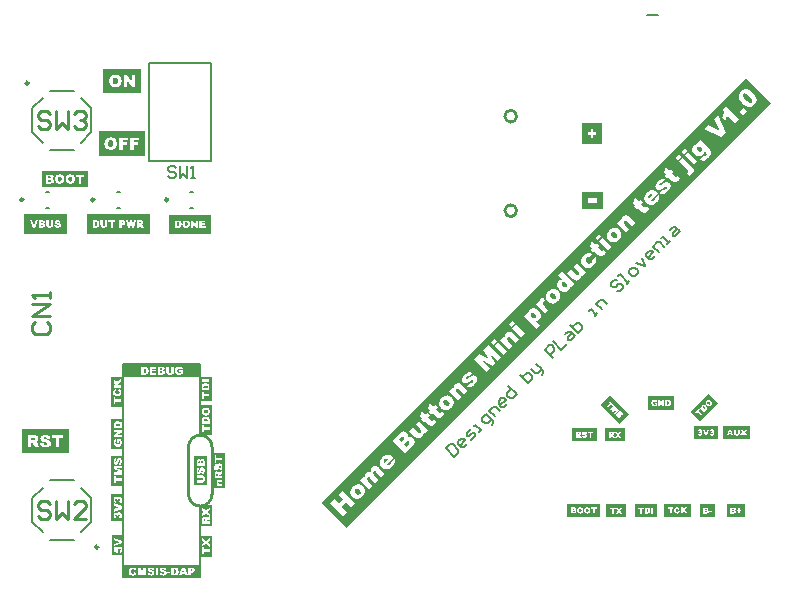
<source format=gto>
G04*
G04 #@! TF.GenerationSoftware,Altium Limited,Altium Designer,23.2.1 (34)*
G04*
G04 Layer_Color=65535*
%FSLAX44Y44*%
%MOMM*%
G71*
G04*
G04 #@! TF.SameCoordinates,D71E7737-13ED-4BDA-A6DE-6AB0D4F083BE*
G04*
G04*
G04 #@! TF.FilePolarity,Positive*
G04*
G01*
G75*
%ADD10C,0.2540*%
%ADD11C,0.2500*%
%ADD12C,0.2000*%
%ADD13C,0.1500*%
%ADD14C,0.1800*%
G36*
X-522827Y-178750D02*
X-533400D01*
Y-161150D01*
X-522827D01*
Y-178750D01*
D02*
G37*
G36*
X-527102Y-143874D02*
X-537900D01*
Y-119526D01*
X-527102D01*
Y-143874D01*
D02*
G37*
G36*
X-522852Y-101094D02*
X-533650D01*
Y-76306D01*
X-522852D01*
Y-101094D01*
D02*
G37*
G36*
X-597602Y-77555D02*
X-608400D01*
Y-52344D01*
X-597602D01*
Y-77555D01*
D02*
G37*
G36*
X-597352Y-119016D02*
Y-144384D01*
X-608150D01*
Y-119016D01*
X-597352D01*
D02*
G37*
G36*
X-597215Y-203433D02*
X-607900D01*
Y-186467D01*
X-597215D01*
Y-203433D01*
D02*
G37*
G36*
X-597352Y-87892D02*
Y-113508D01*
X-608150D01*
Y-87892D01*
X-597352D01*
D02*
G37*
G36*
X-532900Y-52498D02*
X-597389D01*
Y-41700D01*
X-532900D01*
Y-52498D01*
D02*
G37*
G36*
Y-222498D02*
X-597799D01*
Y-211700D01*
X-532900D01*
Y-222498D01*
D02*
G37*
G36*
X-523077Y-72878D02*
X-533650D01*
Y-52522D01*
X-523077D01*
Y-72878D01*
D02*
G37*
G36*
X-512102Y-116833D02*
Y-146567D01*
X-522900D01*
Y-116833D01*
X-512102D01*
D02*
G37*
G36*
X-522827Y-204489D02*
X-533400D01*
Y-186911D01*
X-522827D01*
Y-204489D01*
D02*
G37*
G36*
X-597352Y-174297D02*
X-608150D01*
Y-151603D01*
X-597352D01*
Y-174297D01*
D02*
G37*
G36*
X-49460Y179540D02*
X-409000Y-180000D01*
X-430187Y-158813D01*
X-70648Y200727D01*
X-49460Y179540D01*
D02*
G37*
G36*
X-71835Y-171000D02*
X-87000D01*
Y-159950D01*
X-71835D01*
Y-171000D01*
D02*
G37*
G36*
X-96839Y-159950D02*
Y-171000D01*
X-110000D01*
Y-159950D01*
X-96839D01*
D02*
G37*
G36*
X-117702Y-171000D02*
X-140000D01*
Y-159777D01*
X-117702D01*
Y-171000D01*
D02*
G37*
G36*
X-146433D02*
X-165000D01*
Y-159950D01*
X-146433D01*
Y-171000D01*
D02*
G37*
G36*
X-172568Y-159950D02*
Y-171000D01*
X-189000D01*
Y-159950D01*
X-172568D01*
D02*
G37*
G36*
X-194372Y-171000D02*
X-222000D01*
Y-159777D01*
X-194372D01*
Y-171000D01*
D02*
G37*
G36*
X-94463Y-74463D02*
X-110000Y-90000D01*
X-117936Y-82064D01*
X-102399Y-66527D01*
X-94463Y-74463D01*
D02*
G37*
G36*
X-170212Y-83917D02*
X-178148Y-91852D01*
X-194000Y-76000D01*
X-186064Y-68064D01*
X-170212Y-83917D01*
D02*
G37*
G36*
X-131391Y-80000D02*
X-154000D01*
Y-68777D01*
X-131391D01*
Y-80000D01*
D02*
G37*
G36*
X-67143Y-105000D02*
X-90000D01*
Y-93863D01*
X-67143D01*
Y-105000D01*
D02*
G37*
G36*
X-94637D02*
X-115000D01*
Y-93777D01*
X-94637D01*
Y-105000D01*
D02*
G37*
G36*
X-173550Y-107000D02*
X-190000D01*
Y-95950D01*
X-173550D01*
Y-107000D01*
D02*
G37*
G36*
X-197046D02*
X-218000D01*
Y-95777D01*
X-197046D01*
Y-107000D01*
D02*
G37*
G36*
X-191818Y90000D02*
X-210000D01*
Y104355D01*
X-191818D01*
Y90000D01*
D02*
G37*
G36*
X-192456Y145000D02*
X-210000D01*
Y162544D01*
X-192456D01*
Y145000D01*
D02*
G37*
G36*
X-523406Y68750D02*
X-559299D01*
Y85048D01*
X-523406D01*
Y68750D01*
D02*
G37*
G36*
X-575678Y69000D02*
X-629000D01*
Y85194D01*
X-575678D01*
Y69000D01*
D02*
G37*
G36*
X-645878D02*
X-682000D01*
Y85298D01*
X-645878D01*
Y69000D01*
D02*
G37*
G36*
X-579613Y135000D02*
X-619000D01*
Y155485D01*
X-579613D01*
Y135000D01*
D02*
G37*
G36*
X-583102Y188000D02*
X-615000D01*
Y208484D01*
X-583102D01*
Y188000D01*
D02*
G37*
G36*
X-643982Y-117000D02*
X-684000D01*
Y-96516D01*
X-643982D01*
Y-117000D01*
D02*
G37*
G36*
X-628149Y108250D02*
X-666750D01*
Y122123D01*
X-628149D01*
Y108250D01*
D02*
G37*
%LPC*%
G36*
X-524827Y-163150D02*
X-531400D01*
Y-170289D01*
Y-170087D01*
X-528248Y-168028D01*
X-524834Y-170289D01*
X-524831Y-170291D01*
X-526729Y-171278D01*
X-526787Y-171310D01*
X-526855Y-171355D01*
X-526922Y-171400D01*
X-526985Y-171445D01*
X-527043Y-171490D01*
X-527089Y-171526D01*
X-527107Y-171544D01*
X-527120Y-171553D01*
X-527129Y-171557D01*
X-527133Y-171562D01*
X-527223Y-171638D01*
X-527300Y-171701D01*
X-527358Y-171755D01*
X-527408Y-171805D01*
X-527439Y-171840D01*
X-527462Y-171863D01*
X-527475Y-171881D01*
X-527480Y-171885D01*
X-527502Y-171917D01*
X-527525Y-171957D01*
X-527570Y-172038D01*
X-527610Y-172124D01*
X-527646Y-172209D01*
X-527677Y-172290D01*
X-527691Y-172321D01*
X-527700Y-172353D01*
X-527709Y-172375D01*
X-527718Y-172393D01*
X-527722Y-172407D01*
Y-172411D01*
X-527740Y-172330D01*
X-527763Y-172250D01*
X-527785Y-172178D01*
X-527808Y-172110D01*
X-527830Y-172047D01*
X-527848Y-171989D01*
X-527871Y-171935D01*
X-527893Y-171885D01*
X-527911Y-171845D01*
X-527929Y-171809D01*
X-527943Y-171773D01*
X-527956Y-171751D01*
X-527970Y-171728D01*
X-527974Y-171715D01*
X-527983Y-171706D01*
Y-171701D01*
X-528082Y-171557D01*
X-528190Y-171427D01*
X-528244Y-171368D01*
X-528293Y-171319D01*
X-528347Y-171269D01*
X-528397Y-171224D01*
X-528446Y-171189D01*
X-528487Y-171153D01*
X-528527Y-171126D01*
X-528559Y-171103D01*
X-528590Y-171081D01*
X-528608Y-171067D01*
X-528622Y-171063D01*
X-528626Y-171058D01*
X-528703Y-171018D01*
X-528783Y-170982D01*
X-528860Y-170950D01*
X-528941Y-170923D01*
X-529103Y-170883D01*
X-529175Y-170865D01*
X-529246Y-170851D01*
X-529314Y-170842D01*
X-529377Y-170838D01*
X-529431Y-170833D01*
X-529480Y-170829D01*
X-529516Y-170824D01*
X-529548D01*
X-529566D01*
X-529570D01*
X-529687Y-170829D01*
X-529795Y-170838D01*
X-529903Y-170851D01*
X-530002Y-170874D01*
X-530096Y-170896D01*
X-530186Y-170919D01*
X-530267Y-170950D01*
X-530339Y-170977D01*
X-530406Y-171004D01*
X-530465Y-171031D01*
X-530514Y-171058D01*
X-530559Y-171081D01*
X-530591Y-171103D01*
X-530618Y-171117D01*
X-530631Y-171126D01*
X-530636Y-171130D01*
X-530717Y-171189D01*
X-530788Y-171252D01*
X-530856Y-171319D01*
X-530914Y-171386D01*
X-530973Y-171454D01*
X-531018Y-171517D01*
X-531063Y-171584D01*
X-531103Y-171647D01*
X-531135Y-171706D01*
X-531162Y-171759D01*
X-531189Y-171809D01*
X-531207Y-171854D01*
X-531220Y-171885D01*
X-531229Y-171912D01*
X-531238Y-171930D01*
Y-171935D01*
X-531265Y-172034D01*
X-531292Y-172137D01*
X-531315Y-172250D01*
X-531333Y-172367D01*
X-531359Y-172605D01*
X-531373Y-172722D01*
X-531382Y-172838D01*
X-531386Y-172946D01*
X-531391Y-173045D01*
X-531395Y-173135D01*
Y-173216D01*
X-531400Y-173279D01*
Y-176750D01*
X-524827D01*
Y-172870D01*
Y-174709D01*
X-527493D01*
Y-174533D01*
X-527489Y-174430D01*
X-527471Y-174336D01*
X-527444Y-174255D01*
X-527417Y-174178D01*
X-527390Y-174120D01*
X-527363Y-174075D01*
X-527354Y-174057D01*
X-527345Y-174043D01*
X-527340Y-174039D01*
Y-174034D01*
X-527313Y-174003D01*
X-527286Y-173972D01*
X-527210Y-173913D01*
X-527129Y-173850D01*
X-527043Y-173792D01*
X-526963Y-173742D01*
X-526927Y-173724D01*
X-526895Y-173706D01*
X-526868Y-173688D01*
X-526850Y-173679D01*
X-526837Y-173670D01*
X-526832D01*
X-524827Y-172587D01*
Y-172870D01*
Y-172587D01*
Y-168023D01*
X-526936Y-166729D01*
X-524827Y-165434D01*
Y-163150D01*
X-528213Y-165389D01*
X-531400Y-163343D01*
Y-163150D01*
X-524827D01*
D01*
D02*
G37*
%LPD*%
G36*
X-529377Y-166688D02*
X-531400Y-167848D01*
Y-165560D01*
X-529377Y-166688D01*
D02*
G37*
G36*
X-529336Y-172870D02*
X-529264Y-172883D01*
X-529197Y-172906D01*
X-529143Y-172928D01*
X-529094Y-172955D01*
X-529062Y-172973D01*
X-529040Y-172991D01*
X-529031Y-172996D01*
X-528972Y-173045D01*
X-528927Y-173099D01*
X-528891Y-173153D01*
X-528864Y-173207D01*
X-528846Y-173252D01*
X-528833Y-173288D01*
X-528824Y-173315D01*
Y-173324D01*
X-528810Y-173396D01*
X-528792Y-173459D01*
X-528783Y-173522D01*
X-528770Y-173576D01*
X-528765Y-173625D01*
X-528756Y-173666D01*
X-528752Y-173706D01*
X-528747Y-173738D01*
X-528743Y-173769D01*
X-528739Y-173796D01*
X-528734Y-173832D01*
Y-174709D01*
X-530074D01*
Y-173724D01*
X-530065Y-173630D01*
X-530060Y-173549D01*
X-530047Y-173472D01*
X-530033Y-173405D01*
X-530020Y-173342D01*
X-530006Y-173288D01*
X-529988Y-173239D01*
X-529970Y-173198D01*
X-529957Y-173162D01*
X-529943Y-173131D01*
X-529930Y-173108D01*
X-529921Y-173090D01*
X-529912Y-173077D01*
X-529903Y-173072D01*
Y-173068D01*
X-529871Y-173032D01*
X-529831Y-173000D01*
X-529754Y-172951D01*
X-529674Y-172915D01*
X-529593Y-172892D01*
X-529525Y-172875D01*
X-529494Y-172870D01*
X-529467D01*
X-529444Y-172866D01*
X-529426D01*
X-529417D01*
X-529413D01*
X-529336Y-172870D01*
D02*
G37*
%LPC*%
G36*
X-529215Y-121526D02*
X-535788D01*
Y-127595D01*
X-529215D01*
Y-124048D01*
X-529219Y-123990D01*
X-529224Y-123927D01*
X-529228Y-123859D01*
X-529242Y-123711D01*
X-529260Y-123558D01*
X-529264Y-123482D01*
X-529273Y-123414D01*
X-529282Y-123351D01*
X-529287Y-123297D01*
X-529291Y-123248D01*
X-529296Y-123216D01*
X-529300Y-123194D01*
Y-123185D01*
X-529314Y-123090D01*
X-529327Y-123005D01*
X-529345Y-122924D01*
X-529363Y-122848D01*
X-529381Y-122780D01*
X-529399Y-122717D01*
X-529417Y-122659D01*
X-529435Y-122610D01*
X-529449Y-122564D01*
X-529467Y-122524D01*
X-529480Y-122493D01*
X-529493Y-122466D01*
X-529502Y-122443D01*
X-529511Y-122430D01*
X-529516Y-122421D01*
Y-122416D01*
X-529610Y-122268D01*
X-529718Y-122137D01*
X-529772Y-122084D01*
X-529826Y-122029D01*
X-529876Y-121980D01*
X-529925Y-121935D01*
X-529975Y-121895D01*
X-530019Y-121863D01*
X-530060Y-121832D01*
X-530091Y-121809D01*
X-530118Y-121787D01*
X-530141Y-121773D01*
X-530154Y-121769D01*
X-530159Y-121764D01*
X-530235Y-121724D01*
X-530316Y-121683D01*
X-530397Y-121652D01*
X-530474Y-121625D01*
X-530631Y-121584D01*
X-530703Y-121566D01*
X-530775Y-121558D01*
X-530838Y-121544D01*
X-530896Y-121539D01*
X-530950Y-121535D01*
X-530995Y-121531D01*
X-531031Y-121526D01*
X-529215D01*
D01*
D02*
G37*
G36*
X-529102Y-128625D02*
X-535900D01*
Y-134586D01*
D01*
Y-131552D01*
X-535896Y-131741D01*
X-535891Y-131916D01*
X-535877Y-132082D01*
X-535859Y-132235D01*
X-535841Y-132379D01*
X-535819Y-132514D01*
X-535792Y-132635D01*
X-535770Y-132743D01*
X-535747Y-132842D01*
X-535720Y-132923D01*
X-535698Y-132999D01*
X-535680Y-133058D01*
X-535662Y-133103D01*
X-535653Y-133139D01*
X-535644Y-133157D01*
X-535639Y-133166D01*
X-535590Y-133273D01*
X-535536Y-133372D01*
X-535477Y-133467D01*
X-535419Y-133552D01*
X-535360Y-133629D01*
X-535302Y-133705D01*
X-535244Y-133768D01*
X-535190Y-133827D01*
X-535136Y-133881D01*
X-535086Y-133921D01*
X-535041Y-133961D01*
X-535005Y-133993D01*
X-534974Y-134015D01*
X-534947Y-134033D01*
X-534933Y-134042D01*
X-534929Y-134047D01*
X-534843Y-134096D01*
X-534758Y-134141D01*
X-534673Y-134182D01*
X-534592Y-134218D01*
X-534511Y-134245D01*
X-534430Y-134267D01*
X-534353Y-134285D01*
X-534286Y-134303D01*
X-534219Y-134317D01*
X-534160Y-134326D01*
X-534106Y-134330D01*
X-534061Y-134334D01*
X-534025Y-134339D01*
X-533998D01*
X-533980D01*
X-533976D01*
X-533836Y-134334D01*
X-533697Y-134317D01*
X-533571Y-134285D01*
X-533450Y-134249D01*
X-533337Y-134209D01*
X-533234Y-134159D01*
X-533135Y-134105D01*
X-533050Y-134051D01*
X-532973Y-134002D01*
X-532901Y-133948D01*
X-532843Y-133898D01*
X-532793Y-133858D01*
X-532753Y-133822D01*
X-532726Y-133791D01*
X-532708Y-133773D01*
X-532704Y-133768D01*
X-532614Y-133651D01*
X-532528Y-133521D01*
X-532447Y-133381D01*
X-532371Y-133229D01*
X-532299Y-133071D01*
X-532236Y-132914D01*
X-532173Y-132757D01*
X-532119Y-132599D01*
X-532070Y-132451D01*
X-532029Y-132316D01*
X-531993Y-132190D01*
X-531975Y-132132D01*
X-531962Y-132078D01*
X-531948Y-132033D01*
X-531939Y-131988D01*
X-531930Y-131952D01*
X-531921Y-131920D01*
X-531917Y-131893D01*
X-531912Y-131875D01*
X-531908Y-131866D01*
Y-131862D01*
X-531872Y-131718D01*
X-531840Y-131583D01*
X-531804Y-131462D01*
X-531773Y-131358D01*
X-531741Y-131259D01*
X-531710Y-131174D01*
X-531678Y-131102D01*
X-531651Y-131039D01*
X-531624Y-130981D01*
X-531598Y-130936D01*
X-531580Y-130900D01*
X-531562Y-130873D01*
X-531544Y-130850D01*
X-531535Y-130832D01*
X-531530Y-130828D01*
X-531526Y-130823D01*
X-531485Y-130783D01*
X-531449Y-130747D01*
X-531409Y-130720D01*
X-531368Y-130693D01*
X-531292Y-130653D01*
X-531220Y-130625D01*
X-531157Y-130612D01*
X-531112Y-130603D01*
X-531094Y-130598D01*
X-531081D01*
X-531072D01*
X-531067D01*
X-531018Y-130603D01*
X-530968Y-130608D01*
X-530878Y-130634D01*
X-530797Y-130675D01*
X-530730Y-130715D01*
X-530671Y-130760D01*
X-530631Y-130801D01*
X-530604Y-130828D01*
X-530599Y-130832D01*
X-530595Y-130837D01*
X-530559Y-130882D01*
X-530527Y-130931D01*
X-530478Y-131039D01*
X-530442Y-131152D01*
X-530420Y-131259D01*
X-530411Y-131309D01*
X-530402Y-131358D01*
X-530397Y-131399D01*
Y-131435D01*
X-530393Y-131466D01*
Y-131507D01*
X-530397Y-131610D01*
X-530411Y-131713D01*
X-530429Y-131803D01*
X-530456Y-131889D01*
X-530483Y-131970D01*
X-530518Y-132046D01*
X-530555Y-132109D01*
X-530591Y-132172D01*
X-530626Y-132226D01*
X-530662Y-132271D01*
X-530698Y-132311D01*
X-530725Y-132343D01*
X-530752Y-132370D01*
X-530770Y-132388D01*
X-530784Y-132397D01*
X-530788Y-132401D01*
X-530838Y-132437D01*
X-530892Y-132469D01*
X-531004Y-132523D01*
X-531125Y-132568D01*
X-531242Y-132599D01*
X-531296Y-132613D01*
X-531346Y-132626D01*
X-531391Y-132635D01*
X-531431Y-132640D01*
X-531463Y-132644D01*
X-531485Y-132649D01*
X-531503Y-132653D01*
X-531508D01*
X-531386Y-134586D01*
D01*
X-531202Y-134564D01*
X-531031Y-134532D01*
X-530865Y-134487D01*
X-530707Y-134438D01*
X-530564Y-134380D01*
X-530429Y-134321D01*
X-530303Y-134258D01*
X-530190Y-134191D01*
X-530091Y-134128D01*
X-530001Y-134065D01*
X-529925Y-134011D01*
X-529862Y-133961D01*
X-529813Y-133916D01*
X-529777Y-133885D01*
X-529754Y-133867D01*
X-529745Y-133858D01*
X-529687Y-133795D01*
X-529633Y-133723D01*
X-529579Y-133651D01*
X-529534Y-133570D01*
X-529449Y-133404D01*
X-529372Y-133224D01*
X-529309Y-133031D01*
X-529260Y-132837D01*
X-529215Y-132644D01*
X-529183Y-132455D01*
X-529156Y-132271D01*
X-529138Y-132100D01*
X-529129Y-132019D01*
X-529120Y-131947D01*
X-529116Y-131875D01*
X-529111Y-131808D01*
Y-131749D01*
X-529107Y-131695D01*
Y-131650D01*
X-529102Y-131610D01*
Y-131538D01*
X-529107Y-131363D01*
X-529116Y-131196D01*
X-529129Y-131035D01*
X-529147Y-130886D01*
X-529165Y-130747D01*
X-529188Y-130617D01*
X-529215Y-130495D01*
X-529242Y-130387D01*
X-529264Y-130288D01*
X-529291Y-130203D01*
X-529314Y-130131D01*
X-529336Y-130068D01*
X-529350Y-130019D01*
X-529363Y-129983D01*
X-529372Y-129965D01*
X-529377Y-129956D01*
X-529431Y-129839D01*
X-529489Y-129731D01*
X-529552Y-129632D01*
X-529619Y-129537D01*
X-529687Y-129448D01*
X-529754Y-129367D01*
X-529822Y-129295D01*
X-529885Y-129227D01*
X-529948Y-129169D01*
X-530001Y-129119D01*
X-530056Y-129074D01*
X-530096Y-129038D01*
X-530136Y-129011D01*
X-530163Y-128994D01*
X-530181Y-128980D01*
X-530186Y-128975D01*
X-530289Y-128913D01*
X-530388Y-128859D01*
X-530491Y-128814D01*
X-530595Y-128773D01*
X-530694Y-128737D01*
X-530788Y-128710D01*
X-530883Y-128688D01*
X-530968Y-128670D01*
X-531049Y-128656D01*
X-531121Y-128643D01*
X-531188Y-128634D01*
X-531242Y-128629D01*
X-531287Y-128625D01*
X-529102D01*
D01*
D02*
G37*
G36*
Y-135580D02*
X-535788D01*
Y-137607D01*
X-531777D01*
X-531678Y-137612D01*
X-531584Y-137621D01*
X-531494Y-137634D01*
X-531413Y-137652D01*
X-531337Y-137679D01*
X-531269Y-137702D01*
X-531206Y-137729D01*
X-531148Y-137756D01*
X-531099Y-137787D01*
X-531054Y-137814D01*
X-531018Y-137837D01*
X-530986Y-137859D01*
X-530964Y-137882D01*
X-530946Y-137895D01*
X-530937Y-137904D01*
X-530932Y-137909D01*
X-530878Y-137967D01*
X-530833Y-138030D01*
X-530793Y-138093D01*
X-530761Y-138160D01*
X-530730Y-138228D01*
X-530707Y-138300D01*
X-530671Y-138430D01*
X-530662Y-138489D01*
X-530653Y-138547D01*
X-530644Y-138596D01*
X-530640Y-138642D01*
X-530635Y-138678D01*
Y-138727D01*
X-530640Y-138821D01*
X-530649Y-138911D01*
X-530662Y-138997D01*
X-530685Y-139078D01*
X-530707Y-139150D01*
X-530730Y-139217D01*
X-530757Y-139280D01*
X-530788Y-139334D01*
X-530815Y-139383D01*
X-530842Y-139428D01*
X-530865Y-139464D01*
X-530892Y-139496D01*
X-530910Y-139518D01*
X-530923Y-139536D01*
X-530932Y-139545D01*
X-530937Y-139550D01*
X-530995Y-139604D01*
X-531058Y-139649D01*
X-531125Y-139689D01*
X-531197Y-139720D01*
X-531265Y-139752D01*
X-531337Y-139774D01*
X-531472Y-139810D01*
X-531535Y-139819D01*
X-531593Y-139828D01*
X-531642Y-139837D01*
X-531687Y-139842D01*
X-531728Y-139846D01*
X-531755D01*
X-531773D01*
X-531777D01*
X-535788D01*
Y-141874D01*
X-531867D01*
X-531683Y-141865D01*
X-531490Y-141847D01*
X-531305Y-141816D01*
X-531215Y-141798D01*
X-531130Y-141780D01*
X-531054Y-141766D01*
X-530982Y-141748D01*
X-530919Y-141730D01*
X-530865Y-141717D01*
X-530820Y-141708D01*
X-530784Y-141699D01*
X-530766Y-141690D01*
X-530757D01*
X-530685Y-141667D01*
X-530613Y-141636D01*
X-530478Y-141573D01*
X-530348Y-141501D01*
X-530289Y-141465D01*
X-530235Y-141429D01*
X-530186Y-141397D01*
X-530141Y-141362D01*
X-530100Y-141334D01*
X-530064Y-141307D01*
X-530037Y-141290D01*
X-530019Y-141271D01*
X-530006Y-141263D01*
X-530001Y-141258D01*
X-529871Y-141137D01*
X-529759Y-141015D01*
X-529660Y-140898D01*
X-529579Y-140791D01*
X-529543Y-140741D01*
X-529516Y-140696D01*
X-529489Y-140660D01*
X-529467Y-140624D01*
X-529453Y-140597D01*
X-529440Y-140579D01*
X-529435Y-140566D01*
X-529431Y-140561D01*
X-529363Y-140408D01*
X-529305Y-140251D01*
X-529260Y-140094D01*
X-529228Y-139945D01*
X-529210Y-139873D01*
X-529201Y-139810D01*
X-529192Y-139756D01*
X-529183Y-139707D01*
X-529179Y-139667D01*
X-529174Y-139640D01*
X-529170Y-139617D01*
Y-139613D01*
X-529147Y-139406D01*
X-529129Y-139208D01*
X-529125Y-139118D01*
X-529120Y-139033D01*
X-529116Y-138952D01*
X-529111Y-138875D01*
X-529107Y-138808D01*
Y-138745D01*
X-529102Y-138695D01*
Y-138565D01*
X-529107Y-138412D01*
X-529111Y-138268D01*
X-529120Y-138125D01*
X-529138Y-137994D01*
X-529152Y-137868D01*
X-529170Y-137751D01*
X-529192Y-137643D01*
X-529210Y-137544D01*
X-529233Y-137455D01*
X-529251Y-137374D01*
X-529269Y-137306D01*
X-529287Y-137248D01*
X-529300Y-137203D01*
X-529309Y-137171D01*
X-529314Y-137149D01*
X-529318Y-137144D01*
X-529350Y-137064D01*
X-529386Y-136987D01*
X-529471Y-136839D01*
X-529561Y-136704D01*
X-529606Y-136641D01*
X-529651Y-136582D01*
X-529691Y-136529D01*
X-529732Y-136479D01*
X-529768Y-136439D01*
X-529799Y-136403D01*
X-529826Y-136376D01*
X-529844Y-136353D01*
X-529858Y-136340D01*
X-529862Y-136335D01*
X-529939Y-136263D01*
X-530015Y-136200D01*
X-530091Y-136137D01*
X-530168Y-136079D01*
X-530244Y-136029D01*
X-530321Y-135984D01*
X-530393Y-135940D01*
X-530465Y-135904D01*
X-530527Y-135872D01*
X-530586Y-135841D01*
X-530640Y-135818D01*
X-530685Y-135800D01*
X-530721Y-135782D01*
X-530748Y-135773D01*
X-530766Y-135764D01*
X-530770D01*
X-530968Y-135701D01*
X-531161Y-135656D01*
X-531346Y-135625D01*
X-531431Y-135611D01*
X-531512Y-135602D01*
X-531589Y-135593D01*
X-531656Y-135589D01*
X-531719Y-135584D01*
X-531768D01*
X-531809Y-135580D01*
X-529102D01*
D01*
D02*
G37*
%LPD*%
G36*
X-531197Y-121531D02*
X-531305Y-121539D01*
X-531409Y-121558D01*
X-531508Y-121580D01*
X-531602Y-121602D01*
X-531687Y-121634D01*
X-531768Y-121661D01*
X-531840Y-121692D01*
X-531903Y-121724D01*
X-531962Y-121755D01*
X-532007Y-121787D01*
X-532047Y-121809D01*
X-532083Y-121832D01*
X-532105Y-121850D01*
X-532119Y-121859D01*
X-532123Y-121863D01*
X-532200Y-121931D01*
X-532267Y-122002D01*
X-532330Y-122084D01*
X-532389Y-122164D01*
X-532443Y-122254D01*
X-532492Y-122340D01*
X-532533Y-122425D01*
X-532573Y-122511D01*
X-532605Y-122591D01*
X-532631Y-122663D01*
X-532654Y-122731D01*
X-532677Y-122789D01*
X-532690Y-122839D01*
X-532699Y-122875D01*
X-532708Y-122897D01*
Y-122906D01*
X-532739Y-122821D01*
X-532775Y-122740D01*
X-532807Y-122668D01*
X-532847Y-122596D01*
X-532883Y-122533D01*
X-532919Y-122475D01*
X-532955Y-122425D01*
X-532991Y-122376D01*
X-533023Y-122335D01*
X-533054Y-122299D01*
X-533081Y-122268D01*
X-533104Y-122241D01*
X-533122Y-122223D01*
X-533135Y-122205D01*
X-533144Y-122200D01*
X-533149Y-122196D01*
X-533229Y-122133D01*
X-533310Y-122074D01*
X-533396Y-122025D01*
X-533481Y-121985D01*
X-533567Y-121949D01*
X-533648Y-121922D01*
X-533728Y-121895D01*
X-533805Y-121877D01*
X-533877Y-121863D01*
X-533940Y-121850D01*
X-533998Y-121841D01*
X-534048Y-121836D01*
X-534093D01*
X-534120Y-121832D01*
X-534142D01*
X-534147D01*
X-534272Y-121836D01*
X-534398Y-121854D01*
X-534515Y-121877D01*
X-534623Y-121913D01*
X-534727Y-121949D01*
X-534821Y-121994D01*
X-534911Y-122038D01*
X-534992Y-122088D01*
X-535064Y-122137D01*
X-535131Y-122182D01*
X-535185Y-122227D01*
X-535230Y-122263D01*
X-535266Y-122295D01*
X-535293Y-122322D01*
X-535311Y-122340D01*
X-535316Y-122344D01*
X-535401Y-122443D01*
X-535473Y-122551D01*
X-535536Y-122668D01*
X-535590Y-122785D01*
X-535635Y-122906D01*
X-535671Y-123028D01*
X-535702Y-123149D01*
X-535729Y-123261D01*
X-535747Y-123374D01*
X-535761Y-123473D01*
X-535774Y-123567D01*
X-535779Y-123644D01*
X-535783Y-123711D01*
X-535788Y-123738D01*
Y-121526D01*
X-531081D01*
X-531197Y-121531D01*
D02*
G37*
G36*
X-531251Y-123567D02*
X-531197Y-123572D01*
X-531099Y-123594D01*
X-531013Y-123630D01*
X-530941Y-123671D01*
X-530887Y-123711D01*
X-530847Y-123742D01*
X-530820Y-123769D01*
X-530815Y-123774D01*
X-530811Y-123778D01*
X-530779Y-123823D01*
X-530748Y-123873D01*
X-530725Y-123927D01*
X-530703Y-123985D01*
X-530671Y-124107D01*
X-530649Y-124228D01*
X-530640Y-124286D01*
X-530635Y-124340D01*
X-530631Y-124390D01*
Y-124430D01*
X-530626Y-124466D01*
Y-125545D01*
X-531957D01*
Y-124426D01*
X-531948Y-124336D01*
X-531939Y-124255D01*
X-531930Y-124178D01*
X-531917Y-124111D01*
X-531899Y-124053D01*
X-531885Y-123999D01*
X-531867Y-123949D01*
X-531849Y-123909D01*
X-531836Y-123873D01*
X-531818Y-123841D01*
X-531804Y-123819D01*
X-531795Y-123801D01*
X-531786Y-123787D01*
X-531777Y-123783D01*
Y-123778D01*
X-531741Y-123742D01*
X-531705Y-123707D01*
X-531629Y-123652D01*
X-531553Y-123617D01*
X-531476Y-123590D01*
X-531413Y-123572D01*
X-531359Y-123567D01*
X-531337Y-123563D01*
X-531323D01*
X-531314D01*
X-531310D01*
X-531251Y-123567D01*
D02*
G37*
G36*
X-533737Y-123832D02*
X-533639Y-123855D01*
X-533558Y-123882D01*
X-533490Y-123918D01*
X-533436Y-123954D01*
X-533400Y-123981D01*
X-533378Y-124003D01*
X-533369Y-124012D01*
X-533342Y-124048D01*
X-533315Y-124093D01*
X-533292Y-124143D01*
X-533274Y-124192D01*
X-533247Y-124300D01*
X-533229Y-124408D01*
X-533216Y-124511D01*
X-533212Y-124552D01*
Y-124592D01*
X-533207Y-124624D01*
Y-125545D01*
X-534457D01*
Y-124574D01*
X-534448Y-124498D01*
X-534443Y-124426D01*
X-534430Y-124363D01*
X-534421Y-124304D01*
X-534407Y-124250D01*
X-534389Y-124201D01*
X-534376Y-124160D01*
X-534362Y-124125D01*
X-534344Y-124093D01*
X-534331Y-124071D01*
X-534322Y-124048D01*
X-534309Y-124030D01*
X-534304Y-124021D01*
X-534295Y-124012D01*
X-534228Y-123949D01*
X-534156Y-123904D01*
X-534084Y-123868D01*
X-534012Y-123846D01*
X-533944Y-123832D01*
X-533895Y-123828D01*
X-533872Y-123823D01*
X-533859D01*
X-533850D01*
X-533845D01*
X-533737Y-123832D01*
D02*
G37*
G36*
X-531449Y-128629D02*
X-531548Y-128638D01*
X-531642Y-128647D01*
X-531728Y-128665D01*
X-531813Y-128688D01*
X-531894Y-128710D01*
X-531971Y-128733D01*
X-532038Y-128755D01*
X-532101Y-128782D01*
X-532155Y-128805D01*
X-532204Y-128827D01*
X-532245Y-128850D01*
X-532276Y-128868D01*
X-532303Y-128877D01*
X-532317Y-128886D01*
X-532321Y-128890D01*
X-532402Y-128944D01*
X-532479Y-129003D01*
X-532551Y-129066D01*
X-532618Y-129128D01*
X-532686Y-129200D01*
X-532744Y-129268D01*
X-532798Y-129340D01*
X-532847Y-129407D01*
X-532892Y-129470D01*
X-532933Y-129529D01*
X-532969Y-129587D01*
X-532996Y-129632D01*
X-533018Y-129672D01*
X-533036Y-129699D01*
X-533045Y-129722D01*
X-533050Y-129726D01*
X-533104Y-129843D01*
X-533162Y-129974D01*
X-533216Y-130118D01*
X-533265Y-130266D01*
X-533315Y-130423D01*
X-533364Y-130581D01*
X-533409Y-130742D01*
X-533454Y-130895D01*
X-533490Y-131044D01*
X-533526Y-131183D01*
X-533558Y-131304D01*
X-533571Y-131363D01*
X-533585Y-131417D01*
X-533594Y-131462D01*
X-533607Y-131507D01*
X-533616Y-131543D01*
X-533621Y-131574D01*
X-533625Y-131601D01*
X-533630Y-131619D01*
X-533634Y-131628D01*
Y-131633D01*
X-533657Y-131727D01*
X-533679Y-131817D01*
X-533697Y-131898D01*
X-533719Y-131965D01*
X-533742Y-132028D01*
X-533760Y-132087D01*
X-533778Y-132136D01*
X-533796Y-132177D01*
X-533814Y-132212D01*
X-533832Y-132244D01*
X-533845Y-132267D01*
X-533854Y-132284D01*
X-533863Y-132298D01*
X-533872Y-132307D01*
X-533877Y-132316D01*
X-533926Y-132365D01*
X-533976Y-132397D01*
X-534021Y-132424D01*
X-534066Y-132442D01*
X-534102Y-132451D01*
X-534133Y-132455D01*
X-534151Y-132460D01*
X-534160D01*
X-534236Y-132451D01*
X-534309Y-132433D01*
X-534371Y-132406D01*
X-534425Y-132370D01*
X-534466Y-132338D01*
X-534497Y-132311D01*
X-534520Y-132293D01*
X-534524Y-132284D01*
X-534574Y-132208D01*
X-534614Y-132123D01*
X-534641Y-132037D01*
X-534659Y-131947D01*
X-534668Y-131871D01*
X-534673Y-131839D01*
X-534677Y-131808D01*
Y-131673D01*
X-534668Y-131597D01*
X-534659Y-131529D01*
X-534646Y-131466D01*
X-534632Y-131403D01*
X-534614Y-131349D01*
X-534596Y-131300D01*
X-534578Y-131255D01*
X-534556Y-131214D01*
X-534538Y-131179D01*
X-534520Y-131147D01*
X-534506Y-131124D01*
X-534493Y-131107D01*
X-534484Y-131089D01*
X-534479Y-131084D01*
X-534475Y-131080D01*
X-534434Y-131035D01*
X-534389Y-130994D01*
X-534291Y-130927D01*
X-534183Y-130868D01*
X-534075Y-130823D01*
X-533980Y-130792D01*
X-533935Y-130783D01*
X-533899Y-130769D01*
X-533868Y-130765D01*
X-533845Y-130760D01*
X-533832Y-130756D01*
X-533827D01*
X-533940Y-128841D01*
X-534124Y-128872D01*
X-534295Y-128913D01*
X-534457Y-128962D01*
X-534605Y-129016D01*
X-534736Y-129079D01*
X-534861Y-129146D01*
X-534969Y-129214D01*
X-535068Y-129281D01*
X-535154Y-129349D01*
X-535226Y-129412D01*
X-535289Y-129470D01*
X-535338Y-129524D01*
X-535378Y-129565D01*
X-535406Y-129600D01*
X-535423Y-129618D01*
X-535428Y-129627D01*
X-535513Y-129758D01*
X-535585Y-129902D01*
X-535648Y-130050D01*
X-535702Y-130207D01*
X-535747Y-130365D01*
X-535783Y-130527D01*
X-535815Y-130684D01*
X-535841Y-130837D01*
X-535859Y-130981D01*
X-535873Y-131116D01*
X-535886Y-131237D01*
X-535891Y-131295D01*
Y-131345D01*
X-535896Y-131390D01*
Y-131430D01*
X-535900Y-131466D01*
Y-128625D01*
X-531350D01*
X-531449Y-128629D01*
D02*
G37*
%LPC*%
G36*
X-524852Y-78306D02*
X-531650D01*
Y-85112D01*
D01*
Y-81723D01*
X-531646Y-81871D01*
X-531641Y-82015D01*
X-531628Y-82154D01*
X-531610Y-82289D01*
X-531569Y-82545D01*
X-531511Y-82788D01*
X-531443Y-83008D01*
X-531403Y-83116D01*
X-531367Y-83215D01*
X-531326Y-83310D01*
X-531286Y-83404D01*
X-531241Y-83489D01*
X-531200Y-83570D01*
X-531160Y-83647D01*
X-531115Y-83719D01*
X-531075Y-83786D01*
X-531034Y-83849D01*
X-530998Y-83907D01*
X-530958Y-83961D01*
X-530926Y-84011D01*
X-530890Y-84051D01*
X-530863Y-84092D01*
X-530832Y-84123D01*
X-530809Y-84155D01*
X-530791Y-84177D01*
X-530773Y-84195D01*
X-530760Y-84209D01*
X-530755Y-84213D01*
X-530751Y-84218D01*
X-530665Y-84299D01*
X-530575Y-84375D01*
X-530481Y-84447D01*
X-530387Y-84515D01*
X-530288Y-84573D01*
X-530189Y-84631D01*
X-529982Y-84735D01*
X-529775Y-84820D01*
X-529564Y-84892D01*
X-529362Y-84955D01*
X-529164Y-85000D01*
X-528975Y-85036D01*
X-528804Y-85063D01*
X-528723Y-85076D01*
X-528647Y-85085D01*
X-528575Y-85094D01*
X-528512Y-85099D01*
X-528453Y-85103D01*
X-528400Y-85108D01*
X-528355D01*
X-528319Y-85112D01*
X-528247D01*
X-528035Y-85108D01*
X-527833Y-85094D01*
X-527640Y-85072D01*
X-527460Y-85041D01*
X-527289Y-85009D01*
X-527132Y-84969D01*
X-526983Y-84928D01*
X-526853Y-84888D01*
X-526732Y-84847D01*
X-526628Y-84807D01*
X-526538Y-84766D01*
X-526462Y-84735D01*
X-526403Y-84703D01*
X-526358Y-84681D01*
X-526331Y-84667D01*
X-526327Y-84663D01*
X-526323D01*
X-526183Y-84573D01*
X-526057Y-84483D01*
X-525936Y-84384D01*
X-525824Y-84285D01*
X-525725Y-84186D01*
X-525635Y-84087D01*
X-525549Y-83993D01*
X-525477Y-83903D01*
X-525410Y-83813D01*
X-525356Y-83737D01*
X-525311Y-83665D01*
X-525271Y-83602D01*
X-525239Y-83552D01*
X-525221Y-83512D01*
X-525207Y-83489D01*
X-525203Y-83480D01*
X-525140Y-83341D01*
X-525086Y-83193D01*
X-525041Y-83040D01*
X-525001Y-82887D01*
X-524965Y-82730D01*
X-524938Y-82577D01*
X-524915Y-82428D01*
X-524897Y-82289D01*
X-524884Y-82154D01*
X-524870Y-82033D01*
X-524861Y-81920D01*
X-524857Y-81826D01*
Y-81749D01*
X-524852Y-81718D01*
Y-81642D01*
X-524857Y-81439D01*
X-524870Y-81250D01*
X-524888Y-81066D01*
X-524915Y-80895D01*
X-524947Y-80733D01*
X-524983Y-80585D01*
X-525019Y-80446D01*
X-525059Y-80320D01*
X-525095Y-80208D01*
X-525131Y-80104D01*
X-525167Y-80019D01*
X-525199Y-79947D01*
X-525225Y-79893D01*
X-525243Y-79848D01*
X-525257Y-79825D01*
X-525261Y-79816D01*
X-525342Y-79682D01*
X-525428Y-79556D01*
X-525518Y-79439D01*
X-525612Y-79331D01*
X-525707Y-79232D01*
X-525806Y-79142D01*
X-525900Y-79057D01*
X-525990Y-78980D01*
X-526075Y-78917D01*
X-526152Y-78859D01*
X-526224Y-78809D01*
X-526287Y-78769D01*
X-526336Y-78737D01*
X-526376Y-78715D01*
X-526399Y-78701D01*
X-526408Y-78697D01*
X-526552Y-78629D01*
X-526700Y-78566D01*
X-526857Y-78517D01*
X-527015Y-78472D01*
X-527172Y-78432D01*
X-527330Y-78400D01*
X-527482Y-78373D01*
X-527631Y-78355D01*
X-527766Y-78337D01*
X-527892Y-78328D01*
X-528008Y-78319D01*
X-528103Y-78310D01*
X-528148D01*
X-528184D01*
X-528220Y-78306D01*
X-524852D01*
D02*
G37*
G36*
X-528170Y-85931D02*
X-528269D01*
X-528516Y-85940D01*
X-528638Y-85944D01*
X-528755Y-85958D01*
X-528863Y-85967D01*
X-528966Y-85980D01*
X-529065Y-85998D01*
X-529159Y-86012D01*
X-529240Y-86025D01*
X-529317Y-86043D01*
X-529384Y-86056D01*
X-529438Y-86066D01*
X-529483Y-86079D01*
X-529515Y-86083D01*
X-529537Y-86093D01*
X-529542D01*
X-529654Y-86124D01*
X-529762Y-86160D01*
X-529861Y-86200D01*
X-529960Y-86241D01*
X-530054Y-86286D01*
X-530139Y-86326D01*
X-530220Y-86371D01*
X-530297Y-86412D01*
X-530364Y-86452D01*
X-530423Y-86493D01*
X-530477Y-86524D01*
X-530517Y-86556D01*
X-530553Y-86578D01*
X-530575Y-86596D01*
X-530593Y-86609D01*
X-530598Y-86614D01*
X-530679Y-86681D01*
X-530760Y-86758D01*
X-530832Y-86830D01*
X-530899Y-86906D01*
X-530962Y-86983D01*
X-531016Y-87059D01*
X-531070Y-87131D01*
X-531115Y-87203D01*
X-531160Y-87270D01*
X-531196Y-87329D01*
X-531223Y-87383D01*
X-531250Y-87432D01*
X-531268Y-87468D01*
X-531286Y-87500D01*
X-531290Y-87518D01*
X-531295Y-87522D01*
X-531340Y-87630D01*
X-531376Y-87742D01*
X-531407Y-87859D01*
X-531434Y-87976D01*
X-531479Y-88219D01*
X-531493Y-88336D01*
X-531506Y-88448D01*
X-531520Y-88552D01*
X-531524Y-88651D01*
X-531529Y-88736D01*
X-531533Y-88812D01*
X-531538Y-88875D01*
Y-91973D01*
X-524965D01*
Y-88961D01*
X-524974Y-88754D01*
X-524992Y-88543D01*
X-525019Y-88340D01*
X-525037Y-88242D01*
X-525055Y-88152D01*
X-525068Y-88066D01*
X-525086Y-87990D01*
X-525100Y-87922D01*
X-525113Y-87864D01*
X-525122Y-87814D01*
X-525131Y-87783D01*
X-525140Y-87760D01*
Y-87751D01*
X-525167Y-87662D01*
X-525199Y-87572D01*
X-525275Y-87401D01*
X-525320Y-87324D01*
X-525360Y-87248D01*
X-525405Y-87176D01*
X-525450Y-87113D01*
X-525491Y-87050D01*
X-525531Y-86996D01*
X-525567Y-86951D01*
X-525599Y-86911D01*
X-525626Y-86879D01*
X-525644Y-86857D01*
X-525657Y-86843D01*
X-525662Y-86839D01*
X-525738Y-86762D01*
X-525819Y-86686D01*
X-525900Y-86618D01*
X-525981Y-86556D01*
X-526062Y-86497D01*
X-526143Y-86439D01*
X-526224Y-86389D01*
X-526300Y-86344D01*
X-526367Y-86304D01*
X-526435Y-86272D01*
X-526489Y-86241D01*
X-526543Y-86218D01*
X-526583Y-86196D01*
X-526610Y-86182D01*
X-526633Y-86178D01*
X-526637Y-86173D01*
X-526750Y-86129D01*
X-526875Y-86093D01*
X-527001Y-86061D01*
X-527136Y-86034D01*
X-527411Y-85989D01*
X-527541Y-85976D01*
X-527671Y-85962D01*
X-527793Y-85949D01*
X-527905Y-85944D01*
X-528008Y-85940D01*
X-528094Y-85935D01*
X-528170Y-85931D01*
D02*
G37*
G36*
X-524965Y-92917D02*
Y-94990D01*
X-529915D01*
Y-92917D01*
X-531538D01*
Y-99094D01*
X-524965D01*
Y-92917D01*
D02*
G37*
%LPD*%
G36*
X-528445Y-78310D02*
X-528588Y-78315D01*
X-528723Y-78328D01*
X-528858Y-78342D01*
X-529114Y-78387D01*
X-529353Y-78445D01*
X-529573Y-78513D01*
X-529681Y-78548D01*
X-529780Y-78589D01*
X-529874Y-78625D01*
X-529964Y-78670D01*
X-530050Y-78710D01*
X-530130Y-78751D01*
X-530207Y-78791D01*
X-530279Y-78832D01*
X-530346Y-78872D01*
X-530405Y-78913D01*
X-530463Y-78953D01*
X-530517Y-78989D01*
X-530562Y-79025D01*
X-530607Y-79057D01*
X-530643Y-79088D01*
X-530679Y-79115D01*
X-530706Y-79138D01*
X-530728Y-79156D01*
X-530746Y-79173D01*
X-530760Y-79187D01*
X-530764Y-79191D01*
X-530769Y-79196D01*
X-530850Y-79281D01*
X-530926Y-79371D01*
X-530994Y-79461D01*
X-531061Y-79560D01*
X-531119Y-79659D01*
X-531178Y-79758D01*
X-531277Y-79965D01*
X-531362Y-80176D01*
X-531434Y-80383D01*
X-531493Y-80590D01*
X-531542Y-80792D01*
X-531578Y-80981D01*
X-531605Y-81156D01*
X-531614Y-81237D01*
X-531623Y-81313D01*
X-531632Y-81385D01*
X-531637Y-81453D01*
X-531641Y-81511D01*
X-531646Y-81565D01*
Y-81610D01*
X-531650Y-81651D01*
Y-78306D01*
X-528296D01*
X-528445Y-78310D01*
D02*
G37*
G36*
X-528125Y-80342D02*
X-527941Y-80351D01*
X-527775Y-80369D01*
X-527622Y-80392D01*
X-527482Y-80423D01*
X-527356Y-80450D01*
X-527244Y-80486D01*
X-527145Y-80518D01*
X-527060Y-80549D01*
X-526988Y-80585D01*
X-526929Y-80612D01*
X-526880Y-80639D01*
X-526839Y-80666D01*
X-526817Y-80684D01*
X-526799Y-80693D01*
X-526795Y-80697D01*
X-526718Y-80770D01*
X-526655Y-80846D01*
X-526597Y-80922D01*
X-526552Y-81008D01*
X-526511Y-81093D01*
X-526475Y-81174D01*
X-526448Y-81259D01*
X-526426Y-81336D01*
X-526408Y-81412D01*
X-526394Y-81484D01*
X-526385Y-81547D01*
X-526381Y-81601D01*
X-526376Y-81646D01*
X-526372Y-81682D01*
Y-81709D01*
X-526376Y-81826D01*
X-526390Y-81934D01*
X-526412Y-82037D01*
X-526439Y-82132D01*
X-526471Y-82222D01*
X-526507Y-82303D01*
X-526547Y-82379D01*
X-526588Y-82446D01*
X-526628Y-82509D01*
X-526669Y-82563D01*
X-526705Y-82608D01*
X-526736Y-82644D01*
X-526763Y-82671D01*
X-526786Y-82694D01*
X-526799Y-82707D01*
X-526804Y-82712D01*
X-526894Y-82775D01*
X-526992Y-82833D01*
X-527096Y-82882D01*
X-527213Y-82923D01*
X-527330Y-82959D01*
X-527451Y-82990D01*
X-527568Y-83013D01*
X-527685Y-83035D01*
X-527797Y-83049D01*
X-527901Y-83062D01*
X-527995Y-83067D01*
X-528076Y-83076D01*
X-528143D01*
X-528170Y-83080D01*
X-528193D01*
X-528211D01*
X-528229D01*
X-528233D01*
X-528238D01*
X-528418Y-83076D01*
X-528588Y-83062D01*
X-528741Y-83044D01*
X-528885Y-83022D01*
X-529016Y-82995D01*
X-529132Y-82963D01*
X-529240Y-82932D01*
X-529335Y-82896D01*
X-529416Y-82860D01*
X-529487Y-82829D01*
X-529546Y-82797D01*
X-529591Y-82770D01*
X-529631Y-82748D01*
X-529654Y-82725D01*
X-529672Y-82716D01*
X-529676Y-82712D01*
X-529753Y-82640D01*
X-529820Y-82563D01*
X-529879Y-82482D01*
X-529928Y-82401D01*
X-529973Y-82316D01*
X-530005Y-82235D01*
X-530036Y-82154D01*
X-530059Y-82078D01*
X-530076Y-82006D01*
X-530090Y-81938D01*
X-530099Y-81880D01*
X-530108Y-81831D01*
Y-81785D01*
X-530112Y-81754D01*
Y-81727D01*
X-530108Y-81610D01*
X-530094Y-81502D01*
X-530072Y-81394D01*
X-530045Y-81300D01*
X-530014Y-81210D01*
X-529978Y-81125D01*
X-529937Y-81048D01*
X-529897Y-80981D01*
X-529856Y-80922D01*
X-529816Y-80868D01*
X-529780Y-80823D01*
X-529748Y-80783D01*
X-529721Y-80756D01*
X-529699Y-80733D01*
X-529685Y-80720D01*
X-529681Y-80716D01*
X-529595Y-80648D01*
X-529501Y-80590D01*
X-529398Y-80540D01*
X-529290Y-80495D01*
X-529177Y-80459D01*
X-529065Y-80428D01*
X-528952Y-80405D01*
X-528840Y-80383D01*
X-528737Y-80369D01*
X-528642Y-80356D01*
X-528552Y-80351D01*
X-528476Y-80342D01*
X-528413D01*
X-528364Y-80338D01*
X-528346D01*
X-528332D01*
X-528328D01*
X-528323D01*
X-528125Y-80342D01*
D02*
G37*
G36*
X-527959Y-87976D02*
X-527833Y-87985D01*
X-527721Y-87994D01*
X-527617Y-88008D01*
X-527523Y-88021D01*
X-527438Y-88035D01*
X-527365Y-88048D01*
X-527298Y-88062D01*
X-527240Y-88075D01*
X-527195Y-88089D01*
X-527154Y-88102D01*
X-527123Y-88111D01*
X-527105Y-88120D01*
X-527091Y-88125D01*
X-527087D01*
X-527024Y-88156D01*
X-526965Y-88188D01*
X-526911Y-88219D01*
X-526862Y-88255D01*
X-526817Y-88291D01*
X-526777Y-88327D01*
X-526709Y-88394D01*
X-526660Y-88453D01*
X-526624Y-88502D01*
X-526610Y-88520D01*
X-526606Y-88534D01*
X-526597Y-88543D01*
Y-88547D01*
X-526574Y-88601D01*
X-526552Y-88664D01*
X-526534Y-88727D01*
X-526516Y-88799D01*
X-526493Y-88947D01*
X-526475Y-89096D01*
X-526471Y-89168D01*
X-526466Y-89231D01*
X-526462Y-89289D01*
Y-89343D01*
X-526457Y-89388D01*
Y-89941D01*
X-530050D01*
Y-89437D01*
X-530045Y-89293D01*
X-530032Y-89163D01*
X-530014Y-89042D01*
X-529991Y-88929D01*
X-529960Y-88826D01*
X-529928Y-88736D01*
X-529892Y-88655D01*
X-529856Y-88579D01*
X-529820Y-88516D01*
X-529784Y-88462D01*
X-529753Y-88417D01*
X-529721Y-88376D01*
X-529699Y-88349D01*
X-529681Y-88331D01*
X-529667Y-88318D01*
X-529663Y-88313D01*
X-529582Y-88255D01*
X-529492Y-88201D01*
X-529389Y-88156D01*
X-529276Y-88116D01*
X-529159Y-88084D01*
X-529043Y-88057D01*
X-528921Y-88030D01*
X-528804Y-88012D01*
X-528692Y-87999D01*
X-528584Y-87990D01*
X-528485Y-87981D01*
X-528404Y-87976D01*
X-528332Y-87972D01*
X-528305D01*
X-528278D01*
X-528260D01*
X-528247D01*
X-528238D01*
X-528233D01*
X-528089D01*
X-527959Y-87976D01*
D02*
G37*
G36*
X-524965Y-99094D02*
X-529915D01*
Y-97022D01*
X-524965D01*
Y-99094D01*
D02*
G37*
%LPC*%
G36*
X-599715Y-54344D02*
X-606288D01*
Y-61308D01*
X-599715D01*
Y-59276D01*
X-601311D01*
X-602408Y-58224D01*
X-599715Y-56849D01*
Y-54344D01*
X-603806Y-56844D01*
X-606288Y-54452D01*
Y-54344D01*
X-599715D01*
D01*
D02*
G37*
G36*
X-599602Y-62311D02*
X-606400D01*
D01*
X-601864D01*
X-602403Y-64091D01*
X-602291Y-64118D01*
X-602183Y-64150D01*
X-602084Y-64181D01*
X-601990Y-64217D01*
X-601904Y-64253D01*
X-601828Y-64289D01*
X-601756Y-64325D01*
X-601693Y-64361D01*
X-601634Y-64392D01*
X-601585Y-64424D01*
X-601545Y-64455D01*
X-601513Y-64478D01*
X-601486Y-64500D01*
X-601464Y-64514D01*
X-601455Y-64523D01*
X-601450Y-64527D01*
X-601392Y-64586D01*
X-601342Y-64649D01*
X-601302Y-64716D01*
X-601261Y-64788D01*
X-601230Y-64860D01*
X-601207Y-64936D01*
X-601185Y-65008D01*
X-601167Y-65076D01*
X-601153Y-65143D01*
X-601144Y-65206D01*
X-601135Y-65260D01*
X-601131Y-65310D01*
Y-65350D01*
X-601127Y-65377D01*
Y-65404D01*
X-601131Y-65512D01*
X-601144Y-65615D01*
X-601162Y-65710D01*
X-601189Y-65800D01*
X-601221Y-65885D01*
X-601257Y-65961D01*
X-601293Y-66029D01*
X-601329Y-66092D01*
X-601365Y-66150D01*
X-601405Y-66200D01*
X-601437Y-66240D01*
X-601468Y-66272D01*
X-601495Y-66299D01*
X-601513Y-66321D01*
X-601527Y-66330D01*
X-601531Y-66335D01*
X-601617Y-66393D01*
X-601711Y-66442D01*
X-601819Y-66487D01*
X-601936Y-66523D01*
X-602057Y-66555D01*
X-602183Y-66582D01*
X-602309Y-66604D01*
X-602430Y-66622D01*
X-602552Y-66636D01*
X-602660Y-66645D01*
X-602763Y-66654D01*
X-602853Y-66658D01*
X-602925D01*
X-602956Y-66663D01*
X-602979D01*
X-603001D01*
X-603015D01*
X-603024D01*
X-603028D01*
X-603190Y-66658D01*
X-603338Y-66649D01*
X-603473Y-66636D01*
X-603604Y-66618D01*
X-603721Y-66600D01*
X-603824Y-66577D01*
X-603923Y-66550D01*
X-604008Y-66523D01*
X-604080Y-66501D01*
X-604148Y-66474D01*
X-604202Y-66452D01*
X-604247Y-66429D01*
X-604278Y-66416D01*
X-604305Y-66402D01*
X-604319Y-66393D01*
X-604323Y-66389D01*
X-604422Y-66317D01*
X-604507Y-66236D01*
X-604584Y-66155D01*
X-604647Y-66069D01*
X-604701Y-65979D01*
X-604746Y-65894D01*
X-604782Y-65804D01*
X-604813Y-65723D01*
X-604836Y-65642D01*
X-604849Y-65570D01*
X-604863Y-65503D01*
X-604871Y-65444D01*
X-604876Y-65399D01*
X-604880Y-65363D01*
Y-65332D01*
X-604876Y-65220D01*
X-604863Y-65116D01*
X-604840Y-65022D01*
X-604818Y-64941D01*
X-604795Y-64878D01*
X-604786Y-64851D01*
X-604773Y-64824D01*
X-604768Y-64806D01*
X-604759Y-64793D01*
X-604755Y-64788D01*
Y-64784D01*
X-604705Y-64694D01*
X-604647Y-64613D01*
X-604584Y-64541D01*
X-604530Y-64482D01*
X-604476Y-64433D01*
X-604435Y-64397D01*
X-604404Y-64374D01*
X-604399Y-64366D01*
X-604395D01*
X-604337Y-64325D01*
X-604269Y-64289D01*
X-604197Y-64258D01*
X-604125Y-64226D01*
X-604062Y-64204D01*
X-604008Y-64186D01*
X-603986Y-64177D01*
X-603972Y-64172D01*
X-603963Y-64168D01*
X-603959D01*
X-604355Y-62374D01*
X-604543Y-62441D01*
X-604719Y-62518D01*
X-604880Y-62599D01*
X-605033Y-62684D01*
X-605173Y-62774D01*
X-605299Y-62859D01*
X-605411Y-62949D01*
X-605514Y-63030D01*
X-605604Y-63111D01*
X-605681Y-63188D01*
X-605748Y-63255D01*
X-605802Y-63313D01*
X-605843Y-63363D01*
X-605874Y-63399D01*
X-605892Y-63421D01*
X-605896Y-63430D01*
X-605986Y-63570D01*
X-606063Y-63718D01*
X-606130Y-63875D01*
X-606189Y-64033D01*
X-606238Y-64199D01*
X-606279Y-64361D01*
X-606310Y-64518D01*
X-606337Y-64671D01*
X-606360Y-64815D01*
X-606373Y-64950D01*
X-606387Y-65071D01*
X-606391Y-65125D01*
Y-65175D01*
X-606396Y-65220D01*
Y-65260D01*
X-606400Y-65296D01*
Y-68699D01*
Y-65381D01*
X-606396Y-65530D01*
X-606391Y-65669D01*
X-606378Y-65809D01*
X-606364Y-65943D01*
X-606319Y-66195D01*
X-606265Y-66434D01*
X-606198Y-66654D01*
X-606162Y-66757D01*
X-606121Y-66856D01*
X-606085Y-66951D01*
X-606045Y-67041D01*
X-606004Y-67126D01*
X-605964Y-67202D01*
X-605919Y-67279D01*
X-605878Y-67351D01*
X-605838Y-67418D01*
X-605802Y-67477D01*
X-605762Y-67535D01*
X-605726Y-67585D01*
X-605694Y-67634D01*
X-605663Y-67674D01*
X-605631Y-67715D01*
X-605604Y-67746D01*
X-605582Y-67773D01*
X-605559Y-67796D01*
X-605546Y-67814D01*
X-605532Y-67827D01*
X-605528Y-67832D01*
X-605523Y-67836D01*
X-605438Y-67913D01*
X-605353Y-67989D01*
X-605258Y-68057D01*
X-605164Y-68120D01*
X-604966Y-68236D01*
X-604764Y-68335D01*
X-604552Y-68421D01*
X-604346Y-68488D01*
X-604139Y-68547D01*
X-603941Y-68591D01*
X-603752Y-68628D01*
X-603577Y-68654D01*
X-603496Y-68664D01*
X-603419Y-68672D01*
X-603347Y-68681D01*
X-603284Y-68686D01*
X-603226Y-68690D01*
X-603172Y-68695D01*
X-603127D01*
X-603087Y-68699D01*
X-603015D01*
X-602790Y-68695D01*
X-602579Y-68677D01*
X-602376Y-68654D01*
X-602183Y-68623D01*
X-602008Y-68587D01*
X-601841Y-68542D01*
X-601688Y-68502D01*
X-601554Y-68452D01*
X-601428Y-68407D01*
X-601320Y-68362D01*
X-601225Y-68322D01*
X-601149Y-68286D01*
X-601086Y-68254D01*
X-601041Y-68232D01*
X-601014Y-68214D01*
X-601010Y-68209D01*
X-601005D01*
X-600866Y-68115D01*
X-600735Y-68016D01*
X-600614Y-67917D01*
X-600506Y-67818D01*
X-600407Y-67719D01*
X-600317Y-67620D01*
X-600236Y-67526D01*
X-600164Y-67436D01*
X-600106Y-67355D01*
X-600052Y-67279D01*
X-600007Y-67207D01*
X-599976Y-67148D01*
X-599949Y-67103D01*
X-599926Y-67067D01*
X-599917Y-67045D01*
X-599913Y-67036D01*
X-599859Y-66906D01*
X-599809Y-66766D01*
X-599769Y-66622D01*
X-599733Y-66474D01*
X-599701Y-66330D01*
X-599679Y-66186D01*
X-599656Y-66042D01*
X-599643Y-65908D01*
X-599629Y-65777D01*
X-599620Y-65660D01*
X-599611Y-65557D01*
X-599607Y-65467D01*
Y-65427D01*
X-599602Y-65391D01*
Y-65220D01*
Y-65287D01*
X-599607Y-65125D01*
X-599611Y-64972D01*
X-599625Y-64824D01*
X-599643Y-64689D01*
X-599661Y-64559D01*
X-599683Y-64442D01*
X-599706Y-64330D01*
X-599728Y-64231D01*
X-599751Y-64141D01*
X-599773Y-64060D01*
X-599796Y-63992D01*
X-599814Y-63938D01*
X-599832Y-63893D01*
X-599845Y-63862D01*
X-599850Y-63840D01*
X-599854Y-63835D01*
X-599904Y-63732D01*
X-599962Y-63628D01*
X-600020Y-63534D01*
X-600079Y-63444D01*
X-600142Y-63358D01*
X-600205Y-63282D01*
X-600268Y-63210D01*
X-600326Y-63143D01*
X-600385Y-63084D01*
X-600439Y-63030D01*
X-600488Y-62985D01*
X-600528Y-62945D01*
X-600560Y-62918D01*
X-600587Y-62895D01*
X-600605Y-62882D01*
X-600610Y-62877D01*
X-600708Y-62805D01*
X-600807Y-62743D01*
X-600911Y-62680D01*
X-601019Y-62626D01*
X-601122Y-62576D01*
X-601230Y-62527D01*
X-601329Y-62486D01*
X-601428Y-62450D01*
X-601518Y-62414D01*
X-601599Y-62387D01*
X-601675Y-62365D01*
X-601738Y-62347D01*
X-601792Y-62329D01*
X-601832Y-62320D01*
X-601855Y-62311D01*
X-599602D01*
D01*
D02*
G37*
G36*
X-599715Y-69378D02*
X-606288D01*
Y-75556D01*
X-604665D01*
Y-73483D01*
X-599715D01*
Y-75556D01*
D01*
Y-69378D01*
D02*
G37*
%LPD*%
G36*
X-603801Y-59276D02*
X-606288D01*
Y-57154D01*
X-603801Y-59276D01*
D02*
G37*
G36*
X-599715Y-71451D02*
X-604665D01*
Y-69378D01*
X-599715D01*
Y-71451D01*
D02*
G37*
%LPC*%
G36*
X-599352Y-121016D02*
D01*
Y-123929D01*
X-599356Y-123754D01*
X-599366Y-123588D01*
X-599379Y-123426D01*
X-599397Y-123277D01*
X-599415Y-123138D01*
X-599437Y-123008D01*
X-599464Y-122886D01*
X-599491Y-122778D01*
X-599514Y-122679D01*
X-599541Y-122594D01*
X-599563Y-122522D01*
X-599586Y-122459D01*
X-599599Y-122410D01*
X-599613Y-122374D01*
X-599622Y-122356D01*
X-599626Y-122347D01*
X-599680Y-122230D01*
X-599739Y-122122D01*
X-599802Y-122023D01*
X-599869Y-121929D01*
X-599936Y-121839D01*
X-600004Y-121758D01*
X-600071Y-121686D01*
X-600134Y-121618D01*
X-600197Y-121560D01*
X-600251Y-121510D01*
X-600305Y-121466D01*
X-600346Y-121430D01*
X-600386Y-121403D01*
X-600413Y-121385D01*
X-600431Y-121371D01*
X-600435Y-121367D01*
X-600539Y-121304D01*
X-600638Y-121250D01*
X-600741Y-121205D01*
X-600845Y-121164D01*
X-600943Y-121128D01*
X-601038Y-121101D01*
X-601132Y-121079D01*
X-601218Y-121061D01*
X-601299Y-121047D01*
X-601371Y-121034D01*
X-601438Y-121025D01*
X-601492Y-121020D01*
X-601537Y-121016D01*
X-599352D01*
X-606150D01*
X-601600D01*
X-601699Y-121020D01*
X-601798Y-121029D01*
X-601892Y-121038D01*
X-601978Y-121056D01*
X-602063Y-121079D01*
X-602144Y-121101D01*
X-602220Y-121124D01*
X-602288Y-121146D01*
X-602351Y-121173D01*
X-602405Y-121196D01*
X-602454Y-121218D01*
X-602495Y-121241D01*
X-602526Y-121259D01*
X-602553Y-121268D01*
X-602566Y-121277D01*
X-602571Y-121281D01*
X-602652Y-121335D01*
X-602728Y-121394D01*
X-602800Y-121456D01*
X-602868Y-121519D01*
X-602935Y-121591D01*
X-602994Y-121659D01*
X-603048Y-121731D01*
X-603097Y-121798D01*
X-603142Y-121861D01*
X-603182Y-121920D01*
X-603218Y-121978D01*
X-603245Y-122023D01*
X-603268Y-122064D01*
X-603286Y-122090D01*
X-603295Y-122113D01*
X-603299Y-122117D01*
X-603353Y-122234D01*
X-603412Y-122365D01*
X-603466Y-122508D01*
X-603515Y-122657D01*
X-603565Y-122814D01*
X-603614Y-122972D01*
X-603659Y-123133D01*
X-603704Y-123286D01*
X-603740Y-123435D01*
X-603776Y-123574D01*
X-603807Y-123695D01*
X-603821Y-123754D01*
X-603834Y-123808D01*
X-603843Y-123853D01*
X-603857Y-123898D01*
X-603866Y-123934D01*
X-603870Y-123965D01*
X-603875Y-123992D01*
X-603879Y-124010D01*
X-603884Y-124019D01*
Y-124024D01*
X-603906Y-124118D01*
X-603929Y-124208D01*
X-603947Y-124289D01*
X-603969Y-124356D01*
X-603992Y-124419D01*
X-604010Y-124478D01*
X-604028Y-124527D01*
X-604046Y-124568D01*
X-604064Y-124604D01*
X-604082Y-124635D01*
X-604095Y-124657D01*
X-604104Y-124676D01*
X-604113Y-124689D01*
X-604122Y-124698D01*
X-604127Y-124707D01*
X-604176Y-124756D01*
X-604226Y-124788D01*
X-604270Y-124815D01*
X-604315Y-124833D01*
X-604351Y-124842D01*
X-604383Y-124846D01*
X-604401Y-124851D01*
X-604410D01*
X-604486Y-124842D01*
X-604558Y-124824D01*
X-604621Y-124797D01*
X-604675Y-124761D01*
X-604715Y-124729D01*
X-604747Y-124703D01*
X-604770Y-124684D01*
X-604774Y-124676D01*
X-604823Y-124599D01*
X-604864Y-124514D01*
X-604891Y-124428D01*
X-604909Y-124338D01*
X-604918Y-124262D01*
X-604922Y-124230D01*
X-604927Y-124199D01*
Y-124064D01*
X-604918Y-123988D01*
X-604909Y-123920D01*
X-604895Y-123857D01*
X-604882Y-123794D01*
X-604864Y-123740D01*
X-604846Y-123691D01*
X-604828Y-123646D01*
X-604805Y-123605D01*
X-604787Y-123570D01*
X-604770Y-123538D01*
X-604756Y-123516D01*
X-604743Y-123498D01*
X-604734Y-123480D01*
X-604729Y-123475D01*
X-604725Y-123471D01*
X-604684Y-123426D01*
X-604639Y-123385D01*
X-604540Y-123318D01*
X-604432Y-123259D01*
X-604324Y-123214D01*
X-604230Y-123183D01*
X-604185Y-123174D01*
X-604149Y-123160D01*
X-604118Y-123156D01*
X-604095Y-123151D01*
X-604082Y-123147D01*
X-604077D01*
X-604189Y-121232D01*
X-604374Y-121263D01*
X-604545Y-121304D01*
X-604706Y-121353D01*
X-604855Y-121407D01*
X-604985Y-121470D01*
X-605111Y-121538D01*
X-605219Y-121605D01*
X-605318Y-121672D01*
X-605403Y-121740D01*
X-605475Y-121803D01*
X-605538Y-121861D01*
X-605588Y-121915D01*
X-605628Y-121956D01*
X-605655Y-121992D01*
X-605673Y-122009D01*
X-605678Y-122018D01*
X-605763Y-122149D01*
X-605835Y-122293D01*
X-605898Y-122441D01*
X-605952Y-122598D01*
X-605997Y-122756D01*
X-606033Y-122918D01*
X-606064Y-123075D01*
X-606091Y-123228D01*
X-606109Y-123372D01*
X-606123Y-123507D01*
X-606136Y-123628D01*
X-606141Y-123686D01*
Y-123736D01*
X-606145Y-123781D01*
Y-123821D01*
X-606150Y-123857D01*
Y-123943D01*
X-606145Y-124131D01*
X-606141Y-124307D01*
X-606127Y-124473D01*
X-606109Y-124626D01*
X-606091Y-124770D01*
X-606069Y-124905D01*
X-606042Y-125026D01*
X-606019Y-125134D01*
X-605997Y-125233D01*
X-605970Y-125314D01*
X-605947Y-125390D01*
X-605929Y-125449D01*
X-605911Y-125494D01*
X-605902Y-125530D01*
X-605893Y-125548D01*
X-605889Y-125557D01*
X-605840Y-125665D01*
X-605785Y-125764D01*
X-605727Y-125858D01*
X-605669Y-125943D01*
X-605610Y-126020D01*
X-605552Y-126096D01*
X-605493Y-126159D01*
X-605439Y-126218D01*
X-605385Y-126271D01*
X-605336Y-126312D01*
X-605291Y-126353D01*
X-605255Y-126384D01*
X-605224Y-126406D01*
X-605197Y-126424D01*
X-605183Y-126433D01*
X-605179Y-126438D01*
X-605093Y-126487D01*
X-605008Y-126532D01*
X-604922Y-126573D01*
X-604841Y-126609D01*
X-604761Y-126636D01*
X-604679Y-126658D01*
X-604603Y-126676D01*
X-604536Y-126694D01*
X-604468Y-126708D01*
X-604410Y-126717D01*
X-604356Y-126721D01*
X-604311Y-126726D01*
X-604275Y-126730D01*
X-604248D01*
X-604230D01*
X-604226D01*
X-604086Y-126726D01*
X-603947Y-126708D01*
X-603821Y-126676D01*
X-603699Y-126640D01*
X-603587Y-126600D01*
X-603484Y-126550D01*
X-603385Y-126496D01*
X-603299Y-126442D01*
X-603223Y-126393D01*
X-603151Y-126339D01*
X-603092Y-126290D01*
X-603043Y-126249D01*
X-603003Y-126213D01*
X-602976Y-126182D01*
X-602958Y-126164D01*
X-602953Y-126159D01*
X-602863Y-126042D01*
X-602778Y-125912D01*
X-602697Y-125772D01*
X-602621Y-125620D01*
X-602548Y-125462D01*
X-602486Y-125305D01*
X-602423Y-125148D01*
X-602369Y-124990D01*
X-602319Y-124842D01*
X-602279Y-124707D01*
X-602243Y-124581D01*
X-602225Y-124523D01*
X-602211Y-124469D01*
X-602198Y-124424D01*
X-602189Y-124379D01*
X-602180Y-124343D01*
X-602171Y-124311D01*
X-602166Y-124284D01*
X-602162Y-124266D01*
X-602157Y-124257D01*
Y-124253D01*
X-602121Y-124109D01*
X-602090Y-123974D01*
X-602054Y-123853D01*
X-602023Y-123749D01*
X-601991Y-123651D01*
X-601960Y-123565D01*
X-601928Y-123493D01*
X-601901Y-123430D01*
X-601874Y-123372D01*
X-601847Y-123327D01*
X-601829Y-123291D01*
X-601811Y-123264D01*
X-601793Y-123241D01*
X-601784Y-123223D01*
X-601780Y-123219D01*
X-601775Y-123214D01*
X-601735Y-123174D01*
X-601699Y-123138D01*
X-601658Y-123111D01*
X-601618Y-123084D01*
X-601541Y-123043D01*
X-601469Y-123017D01*
X-601407Y-123003D01*
X-601362Y-122994D01*
X-601344Y-122990D01*
X-601330D01*
X-601321D01*
X-601317D01*
X-601267Y-122994D01*
X-601218Y-122999D01*
X-601128Y-123026D01*
X-601047Y-123066D01*
X-600979Y-123106D01*
X-600921Y-123151D01*
X-600881Y-123192D01*
X-600854Y-123219D01*
X-600849Y-123223D01*
X-600845Y-123228D01*
X-600809Y-123273D01*
X-600777Y-123322D01*
X-600728Y-123430D01*
X-600692Y-123543D01*
X-600669Y-123651D01*
X-600660Y-123700D01*
X-600651Y-123749D01*
X-600647Y-123790D01*
Y-123826D01*
X-600642Y-123857D01*
Y-123898D01*
X-600647Y-124001D01*
X-600660Y-124105D01*
X-600678Y-124194D01*
X-600705Y-124280D01*
X-600732Y-124361D01*
X-600768Y-124437D01*
X-600804Y-124500D01*
X-600840Y-124563D01*
X-600876Y-124617D01*
X-600912Y-124662D01*
X-600948Y-124703D01*
X-600975Y-124734D01*
X-601002Y-124761D01*
X-601020Y-124779D01*
X-601033Y-124788D01*
X-601038Y-124792D01*
X-601087Y-124828D01*
X-601141Y-124860D01*
X-601254Y-124914D01*
X-601375Y-124959D01*
X-601492Y-124990D01*
X-601546Y-125004D01*
X-601595Y-125017D01*
X-601640Y-125026D01*
X-601681Y-125031D01*
X-601712Y-125035D01*
X-601735Y-125040D01*
X-601753Y-125044D01*
X-601757D01*
X-601636Y-126977D01*
X-601452Y-126955D01*
X-601281Y-126923D01*
X-601114Y-126878D01*
X-600957Y-126829D01*
X-600813Y-126771D01*
X-600678Y-126712D01*
X-600552Y-126649D01*
X-600440Y-126582D01*
X-600341Y-126519D01*
X-600251Y-126456D01*
X-600175Y-126402D01*
X-600112Y-126353D01*
X-600062Y-126307D01*
X-600026Y-126276D01*
X-600004Y-126258D01*
X-599995Y-126249D01*
X-599936Y-126186D01*
X-599883Y-126114D01*
X-599829Y-126042D01*
X-599784Y-125961D01*
X-599698Y-125795D01*
X-599622Y-125615D01*
X-599559Y-125422D01*
X-599509Y-125229D01*
X-599464Y-125035D01*
X-599433Y-124846D01*
X-599406Y-124662D01*
X-599388Y-124491D01*
X-599379Y-124410D01*
X-599370Y-124338D01*
X-599366Y-124266D01*
X-599361Y-124199D01*
Y-124141D01*
X-599356Y-124087D01*
Y-124042D01*
X-599352Y-124001D01*
Y-126977D01*
X-606150D01*
X-599352D01*
Y-121016D01*
D02*
G37*
%LPD*%
G36*
X-599464Y-133649D02*
X-604473D01*
X-599464Y-132377D01*
Y-133649D01*
D02*
G37*
%LPC*%
G36*
Y-127926D02*
X-606037D01*
Y-130597D01*
X-602036Y-131617D01*
X-606037Y-132642D01*
Y-135313D01*
X-599464D01*
Y-127926D01*
D02*
G37*
G36*
Y-136207D02*
Y-138280D01*
X-604414D01*
Y-136207D01*
X-606037D01*
Y-142385D01*
X-599464D01*
Y-136207D01*
D02*
G37*
%LPD*%
G36*
Y-130871D02*
X-604473Y-129589D01*
X-599464D01*
Y-130871D01*
D02*
G37*
G36*
Y-142385D02*
X-604414D01*
Y-140312D01*
X-599464D01*
Y-142385D01*
D02*
G37*
%LPC*%
G36*
X-605900Y-188467D02*
Y-195588D01*
D01*
X-599327Y-193107D01*
Y-190908D01*
X-605900Y-188467D01*
D02*
G37*
G36*
X-599215Y-195970D02*
D01*
Y-198673D01*
X-599219Y-198506D01*
X-599228Y-198349D01*
X-599242Y-198196D01*
X-599264Y-198057D01*
X-599287Y-197926D01*
X-599314Y-197800D01*
X-599341Y-197688D01*
X-599368Y-197589D01*
X-599395Y-197495D01*
X-599426Y-197414D01*
X-599449Y-197346D01*
X-599471Y-197288D01*
X-599493Y-197243D01*
X-599507Y-197211D01*
X-599516Y-197189D01*
X-599520Y-197184D01*
X-599583Y-197076D01*
X-599646Y-196978D01*
X-599718Y-196888D01*
X-599790Y-196798D01*
X-599867Y-196721D01*
X-599939Y-196645D01*
X-600015Y-196577D01*
X-600082Y-196519D01*
X-600150Y-196465D01*
X-600213Y-196420D01*
X-600271Y-196380D01*
X-600321Y-196348D01*
X-600361Y-196321D01*
X-600388Y-196303D01*
X-600411Y-196294D01*
X-600415Y-196290D01*
X-600527Y-196231D01*
X-600635Y-196186D01*
X-600748Y-196141D01*
X-600856Y-196105D01*
X-600959Y-196074D01*
X-601063Y-196047D01*
X-601157Y-196029D01*
X-601251Y-196011D01*
X-601332Y-195998D01*
X-601409Y-195989D01*
X-601476Y-195979D01*
X-601535Y-195975D01*
X-601580Y-195970D01*
X-601642D01*
X-601809Y-195979D01*
X-601966Y-195998D01*
X-602114Y-196029D01*
X-602258Y-196065D01*
X-602393Y-196114D01*
X-602515Y-196164D01*
X-602627Y-196222D01*
X-602730Y-196276D01*
X-602825Y-196335D01*
X-602906Y-196393D01*
X-602978Y-196443D01*
X-603036Y-196492D01*
X-603081Y-196528D01*
X-603117Y-196560D01*
X-603135Y-196577D01*
X-603144Y-196586D01*
X-603247Y-196703D01*
X-603342Y-196829D01*
X-603423Y-196960D01*
X-603490Y-197094D01*
X-603549Y-197229D01*
X-603598Y-197360D01*
X-603634Y-197490D01*
X-603666Y-197616D01*
X-603693Y-197733D01*
X-603711Y-197841D01*
X-603724Y-197940D01*
X-603733Y-198021D01*
X-603737Y-198092D01*
X-603742Y-198120D01*
Y-198187D01*
X-603737Y-198295D01*
X-603733Y-198398D01*
X-603719Y-198502D01*
X-603706Y-198587D01*
X-603693Y-198664D01*
X-603688Y-198695D01*
X-603684Y-198722D01*
X-603679Y-198744D01*
X-603675Y-198762D01*
X-603670Y-198771D01*
Y-198776D01*
X-603639Y-198888D01*
X-603607Y-198996D01*
X-603571Y-199095D01*
X-603535Y-199189D01*
X-603504Y-199266D01*
X-603490Y-199297D01*
X-603477Y-199324D01*
X-603468Y-199347D01*
X-603459Y-199365D01*
X-603454Y-199374D01*
Y-199378D01*
X-604443Y-199216D01*
Y-196285D01*
X-605900D01*
Y-200615D01*
X-602366Y-201195D01*
X-602141Y-199644D01*
X-602227Y-199563D01*
X-602299Y-199486D01*
X-602357Y-199419D01*
X-602407Y-199360D01*
X-602438Y-199311D01*
X-602465Y-199270D01*
X-602479Y-199248D01*
X-602483Y-199239D01*
X-602528Y-199145D01*
X-602560Y-199055D01*
X-602582Y-198969D01*
X-602596Y-198893D01*
X-602609Y-198825D01*
Y-198798D01*
X-602614Y-198776D01*
Y-198731D01*
X-602609Y-198654D01*
X-602600Y-198583D01*
X-602587Y-198515D01*
X-602573Y-198448D01*
X-602551Y-198389D01*
X-602528Y-198335D01*
X-602501Y-198286D01*
X-602479Y-198241D01*
X-602452Y-198200D01*
X-602425Y-198165D01*
X-602402Y-198133D01*
X-602384Y-198106D01*
X-602366Y-198088D01*
X-602353Y-198075D01*
X-602344Y-198066D01*
X-602339Y-198061D01*
X-602285Y-198016D01*
X-602222Y-197976D01*
X-602160Y-197944D01*
X-602088Y-197917D01*
X-601944Y-197872D01*
X-601804Y-197841D01*
X-601737Y-197832D01*
X-601679Y-197823D01*
X-601620Y-197818D01*
X-601571Y-197814D01*
X-601535Y-197809D01*
X-601503D01*
X-601485D01*
X-601476D01*
X-601373Y-197814D01*
X-601274Y-197818D01*
X-601184Y-197832D01*
X-601099Y-197850D01*
X-601022Y-197868D01*
X-600950Y-197890D01*
X-600887Y-197913D01*
X-600829Y-197935D01*
X-600779Y-197958D01*
X-600734Y-197980D01*
X-600698Y-198003D01*
X-600667Y-198021D01*
X-600644Y-198039D01*
X-600626Y-198052D01*
X-600617Y-198057D01*
X-600613Y-198061D01*
X-600564Y-198111D01*
X-600518Y-198160D01*
X-600478Y-198209D01*
X-600447Y-198263D01*
X-600420Y-198317D01*
X-600397Y-198367D01*
X-600361Y-198470D01*
X-600339Y-198556D01*
X-600334Y-198596D01*
X-600330Y-198627D01*
X-600325Y-198654D01*
Y-198690D01*
X-600330Y-198753D01*
X-600334Y-198812D01*
X-600361Y-198924D01*
X-600397Y-199023D01*
X-600442Y-199109D01*
X-600483Y-199181D01*
X-600501Y-199207D01*
X-600518Y-199230D01*
X-600532Y-199248D01*
X-600546Y-199261D01*
X-600550Y-199270D01*
X-600555Y-199275D01*
X-600600Y-199320D01*
X-600649Y-199360D01*
X-600761Y-199428D01*
X-600874Y-199482D01*
X-600982Y-199522D01*
X-601031Y-199540D01*
X-601081Y-199554D01*
X-601121Y-199563D01*
X-601161Y-199572D01*
X-601193Y-199576D01*
X-601215Y-199581D01*
X-601229Y-199585D01*
X-601233D01*
X-601031Y-201433D01*
X-605900D01*
X-599215D01*
Y-195970D01*
D02*
G37*
%LPD*%
G36*
X-601166Y-191987D02*
X-605900Y-193466D01*
Y-190531D01*
X-601166Y-191987D01*
D02*
G37*
G36*
X-599215Y-201433D02*
X-601031D01*
X-600865Y-201379D01*
X-600788Y-201352D01*
X-600716Y-201325D01*
X-600644Y-201298D01*
X-600582Y-201271D01*
X-600523Y-201244D01*
X-600469Y-201217D01*
X-600424Y-201195D01*
X-600379Y-201172D01*
X-600343Y-201150D01*
X-600312Y-201132D01*
X-600289Y-201118D01*
X-600271Y-201109D01*
X-600262Y-201100D01*
X-600258D01*
X-600145Y-201019D01*
X-600042Y-200934D01*
X-599943Y-200844D01*
X-599862Y-200763D01*
X-599795Y-200687D01*
X-599768Y-200655D01*
X-599745Y-200628D01*
X-599727Y-200606D01*
X-599714Y-200588D01*
X-599705Y-200579D01*
X-599700Y-200574D01*
X-599615Y-200444D01*
X-599543Y-200313D01*
X-599480Y-200179D01*
X-599426Y-200057D01*
X-599408Y-199999D01*
X-599386Y-199945D01*
X-599372Y-199900D01*
X-599359Y-199859D01*
X-599350Y-199828D01*
X-599341Y-199805D01*
X-599336Y-199788D01*
Y-199783D01*
X-599296Y-199603D01*
X-599264Y-199414D01*
X-599246Y-199230D01*
X-599237Y-199140D01*
X-599228Y-199055D01*
X-599224Y-198974D01*
X-599219Y-198902D01*
Y-198839D01*
X-599215Y-198780D01*
Y-201433D01*
D02*
G37*
%LPC*%
G36*
X-599465Y-89892D02*
D01*
Y-92922D01*
X-599474Y-92715D01*
X-599492Y-92504D01*
X-599519Y-92302D01*
X-599537Y-92203D01*
X-599555Y-92113D01*
X-599568Y-92028D01*
X-599586Y-91951D01*
X-599600Y-91884D01*
X-599613Y-91825D01*
X-599622Y-91776D01*
X-599631Y-91744D01*
X-599640Y-91722D01*
Y-91713D01*
X-599667Y-91623D01*
X-599698Y-91533D01*
X-599775Y-91362D01*
X-599820Y-91286D01*
X-599860Y-91209D01*
X-599905Y-91137D01*
X-599950Y-91074D01*
X-599991Y-91011D01*
X-600031Y-90958D01*
X-600067Y-90913D01*
X-600099Y-90872D01*
X-600126Y-90841D01*
X-600144Y-90818D01*
X-600157Y-90805D01*
X-600162Y-90800D01*
X-600238Y-90724D01*
X-600319Y-90647D01*
X-600400Y-90580D01*
X-600481Y-90517D01*
X-600562Y-90458D01*
X-600643Y-90400D01*
X-600724Y-90351D01*
X-600800Y-90306D01*
X-600868Y-90265D01*
X-600935Y-90234D01*
X-600989Y-90202D01*
X-601043Y-90180D01*
X-601083Y-90157D01*
X-601110Y-90144D01*
X-601133Y-90139D01*
X-601137Y-90135D01*
X-601250Y-90090D01*
X-601376Y-90054D01*
X-601501Y-90022D01*
X-601636Y-89995D01*
X-601911Y-89951D01*
X-602041Y-89937D01*
X-602171Y-89923D01*
X-602293Y-89910D01*
X-602405Y-89906D01*
X-602508Y-89901D01*
X-602594Y-89897D01*
X-602670Y-89892D01*
X-602769D01*
X-603016Y-89901D01*
X-603138Y-89906D01*
X-603255Y-89919D01*
X-603363Y-89928D01*
X-603466Y-89942D01*
X-603565Y-89959D01*
X-603659Y-89973D01*
X-603740Y-89986D01*
X-603817Y-90005D01*
X-603884Y-90018D01*
X-603938Y-90027D01*
X-603983Y-90040D01*
X-604015Y-90045D01*
X-604037Y-90054D01*
X-604041D01*
X-604154Y-90085D01*
X-604262Y-90121D01*
X-604361Y-90162D01*
X-604460Y-90202D01*
X-604554Y-90247D01*
X-604639Y-90288D01*
X-604720Y-90333D01*
X-604797Y-90373D01*
X-604864Y-90414D01*
X-604923Y-90454D01*
X-604977Y-90485D01*
X-605017Y-90517D01*
X-605053Y-90540D01*
X-605075Y-90557D01*
X-605093Y-90571D01*
X-605098Y-90575D01*
X-605179Y-90643D01*
X-605260Y-90719D01*
X-605332Y-90791D01*
X-605399Y-90868D01*
X-605462Y-90944D01*
X-605516Y-91020D01*
X-605570Y-91093D01*
X-605615Y-91164D01*
X-605660Y-91232D01*
X-605696Y-91290D01*
X-605723Y-91344D01*
X-605750Y-91394D01*
X-605768Y-91430D01*
X-605786Y-91461D01*
X-605790Y-91479D01*
X-605795Y-91484D01*
X-605840Y-91592D01*
X-605876Y-91704D01*
X-605907Y-91821D01*
X-605934Y-91938D01*
X-605979Y-92180D01*
X-605993Y-92297D01*
X-606006Y-92410D01*
X-606020Y-92513D01*
X-606024Y-92612D01*
X-606029Y-92697D01*
X-606033Y-92774D01*
X-606038Y-92837D01*
Y-95934D01*
X-599465D01*
Y-89892D01*
D02*
G37*
G36*
Y-97315D02*
X-606038D01*
Y-103595D01*
X-599465D01*
Y-99230D01*
Y-101685D01*
X-603066D01*
X-599465Y-99230D01*
Y-97315D01*
D02*
G37*
G36*
X-599352Y-104818D02*
X-603210D01*
Y-107956D01*
X-601843D01*
Y-106599D01*
X-601223D01*
X-601142Y-106742D01*
X-601070Y-106877D01*
X-601011Y-106999D01*
X-600989Y-107052D01*
X-600966Y-107102D01*
X-600944Y-107147D01*
X-600930Y-107187D01*
X-600917Y-107223D01*
X-600903Y-107255D01*
X-600894Y-107277D01*
X-600890Y-107295D01*
X-600885Y-107304D01*
Y-107309D01*
X-600854Y-107426D01*
X-600831Y-107538D01*
X-600813Y-107646D01*
X-600804Y-107745D01*
X-600800Y-107790D01*
X-600796Y-107830D01*
Y-107866D01*
X-600791Y-107898D01*
Y-107956D01*
X-600796Y-108087D01*
X-600809Y-108208D01*
X-600831Y-108325D01*
X-600863Y-108433D01*
X-600894Y-108532D01*
X-600935Y-108622D01*
X-600975Y-108707D01*
X-601020Y-108783D01*
X-601061Y-108846D01*
X-601101Y-108905D01*
X-601142Y-108954D01*
X-601173Y-108999D01*
X-601205Y-109031D01*
X-601227Y-109053D01*
X-601241Y-109067D01*
X-601245Y-109071D01*
X-601339Y-109143D01*
X-601443Y-109201D01*
X-601555Y-109256D01*
X-601677Y-109300D01*
X-601803Y-109341D01*
X-601928Y-109372D01*
X-602054Y-109399D01*
X-602180Y-109422D01*
X-602297Y-109440D01*
X-602410Y-109449D01*
X-602508Y-109458D01*
X-602594Y-109467D01*
X-602666D01*
X-602697Y-109471D01*
X-602724D01*
X-602742D01*
X-602756D01*
X-602765D01*
X-602769D01*
X-602953Y-109467D01*
X-603120Y-109453D01*
X-603277Y-109435D01*
X-603426Y-109408D01*
X-603556Y-109381D01*
X-603677Y-109345D01*
X-603785Y-109309D01*
X-603884Y-109274D01*
X-603965Y-109237D01*
X-604041Y-109201D01*
X-604100Y-109166D01*
X-604149Y-109139D01*
X-604190Y-109112D01*
X-604217Y-109094D01*
X-604235Y-109080D01*
X-604239Y-109076D01*
X-604320Y-108999D01*
X-604392Y-108918D01*
X-604455Y-108833D01*
X-604509Y-108743D01*
X-604554Y-108653D01*
X-604594Y-108568D01*
X-604626Y-108478D01*
X-604648Y-108397D01*
X-604666Y-108320D01*
X-604684Y-108244D01*
X-604693Y-108181D01*
X-604698Y-108123D01*
X-604702Y-108078D01*
X-604707Y-108042D01*
Y-107934D01*
X-604698Y-107857D01*
X-604675Y-107713D01*
X-604662Y-107646D01*
X-604644Y-107587D01*
X-604626Y-107534D01*
X-604608Y-107480D01*
X-604590Y-107435D01*
X-604572Y-107394D01*
X-604554Y-107363D01*
X-604540Y-107336D01*
X-604527Y-107313D01*
X-604518Y-107295D01*
X-604514Y-107286D01*
X-604509Y-107282D01*
X-604428Y-107178D01*
X-604338Y-107093D01*
X-604244Y-107021D01*
X-604149Y-106967D01*
X-604068Y-106922D01*
X-604033Y-106904D01*
X-604001Y-106891D01*
X-603974Y-106882D01*
X-603956Y-106873D01*
X-603943Y-106868D01*
X-603938D01*
X-604289Y-104908D01*
X-604406Y-104944D01*
X-604518Y-104985D01*
X-604621Y-105025D01*
X-604720Y-105070D01*
X-604815Y-105115D01*
X-604900Y-105160D01*
X-604977Y-105200D01*
X-605048Y-105245D01*
X-605116Y-105286D01*
X-605170Y-105326D01*
X-605219Y-105358D01*
X-605260Y-105389D01*
X-605296Y-105412D01*
X-605318Y-105430D01*
X-605332Y-105443D01*
X-605336Y-105448D01*
X-605413Y-105515D01*
X-605485Y-105587D01*
X-605548Y-105663D01*
X-605611Y-105735D01*
X-605664Y-105812D01*
X-605714Y-105888D01*
X-605759Y-105960D01*
X-605799Y-106027D01*
X-605835Y-106095D01*
X-605867Y-106153D01*
X-605894Y-106207D01*
X-605916Y-106252D01*
X-605930Y-106288D01*
X-605943Y-106320D01*
X-605952Y-106338D01*
Y-106342D01*
X-605988Y-106450D01*
X-606020Y-106567D01*
X-606042Y-106693D01*
X-606065Y-106823D01*
X-606101Y-107093D01*
X-606114Y-107228D01*
X-606128Y-107358D01*
X-606132Y-107480D01*
X-606141Y-107597D01*
X-606146Y-107700D01*
Y-107790D01*
X-606150Y-107830D01*
Y-107970D01*
X-606146Y-108176D01*
X-606137Y-108370D01*
X-606119Y-108554D01*
X-606101Y-108725D01*
X-606078Y-108887D01*
X-606051Y-109035D01*
X-606020Y-109170D01*
X-605993Y-109291D01*
X-605961Y-109399D01*
X-605930Y-109498D01*
X-605903Y-109579D01*
X-605880Y-109647D01*
X-605862Y-109701D01*
X-605844Y-109736D01*
X-605835Y-109759D01*
X-605831Y-109768D01*
X-605750Y-109925D01*
X-605660Y-110069D01*
X-605566Y-110204D01*
X-605467Y-110330D01*
X-605368Y-110447D01*
X-605264Y-110555D01*
X-605165Y-110649D01*
X-605071Y-110739D01*
X-604981Y-110815D01*
X-604896Y-110883D01*
X-604819Y-110937D01*
X-604752Y-110986D01*
X-604698Y-111022D01*
X-604657Y-111045D01*
X-604630Y-111063D01*
X-604626Y-111067D01*
X-604621D01*
X-604469Y-111144D01*
X-604311Y-111211D01*
X-604154Y-111270D01*
X-603992Y-111324D01*
X-603835Y-111364D01*
X-603682Y-111400D01*
X-603529Y-111432D01*
X-603390Y-111454D01*
X-603255Y-111472D01*
X-603133Y-111485D01*
X-603025Y-111494D01*
X-602931Y-111499D01*
X-602891Y-111503D01*
X-602855D01*
X-602823Y-111508D01*
X-606150D01*
D01*
X-599352D01*
Y-108055D01*
X-599357Y-107880D01*
X-599361Y-107713D01*
X-599375Y-107552D01*
X-599388Y-107399D01*
X-599402Y-107255D01*
X-599424Y-107120D01*
X-599442Y-106994D01*
X-599465Y-106877D01*
X-599483Y-106774D01*
X-599505Y-106684D01*
X-599523Y-106603D01*
X-599537Y-106536D01*
X-599555Y-106486D01*
X-599564Y-106446D01*
X-599568Y-106423D01*
X-599573Y-106414D01*
X-599618Y-106284D01*
X-599672Y-106144D01*
X-599730Y-106010D01*
X-599798Y-105875D01*
X-599865Y-105735D01*
X-599932Y-105605D01*
X-600004Y-105479D01*
X-600072Y-105358D01*
X-600139Y-105245D01*
X-600202Y-105142D01*
X-600261Y-105047D01*
X-600310Y-104971D01*
X-600350Y-104908D01*
X-600382Y-104859D01*
X-600395Y-104841D01*
X-600400Y-104827D01*
X-600409Y-104823D01*
Y-104818D01*
X-599352D01*
D02*
G37*
%LPD*%
G36*
X-602459Y-91938D02*
X-602333Y-91947D01*
X-602221Y-91956D01*
X-602117Y-91969D01*
X-602023Y-91983D01*
X-601937Y-91996D01*
X-601866Y-92010D01*
X-601798Y-92023D01*
X-601740Y-92037D01*
X-601695Y-92050D01*
X-601654Y-92064D01*
X-601623Y-92072D01*
X-601605Y-92081D01*
X-601591Y-92086D01*
X-601587D01*
X-601524Y-92118D01*
X-601465Y-92149D01*
X-601411Y-92180D01*
X-601362Y-92216D01*
X-601317Y-92252D01*
X-601277Y-92288D01*
X-601209Y-92356D01*
X-601160Y-92414D01*
X-601124Y-92464D01*
X-601110Y-92482D01*
X-601106Y-92495D01*
X-601097Y-92504D01*
Y-92509D01*
X-601074Y-92563D01*
X-601052Y-92626D01*
X-601034Y-92689D01*
X-601016Y-92760D01*
X-600993Y-92909D01*
X-600975Y-93057D01*
X-600971Y-93129D01*
X-600966Y-93192D01*
X-600962Y-93250D01*
Y-93304D01*
X-600957Y-93349D01*
Y-93902D01*
X-604549D01*
Y-93399D01*
X-604545Y-93255D01*
X-604532Y-93125D01*
X-604514Y-93003D01*
X-604491Y-92891D01*
X-604460Y-92787D01*
X-604428Y-92697D01*
X-604392Y-92617D01*
X-604356Y-92540D01*
X-604320Y-92477D01*
X-604284Y-92423D01*
X-604253Y-92378D01*
X-604221Y-92338D01*
X-604199Y-92311D01*
X-604181Y-92293D01*
X-604167Y-92279D01*
X-604163Y-92275D01*
X-604082Y-92216D01*
X-603992Y-92163D01*
X-603889Y-92118D01*
X-603776Y-92077D01*
X-603659Y-92046D01*
X-603543Y-92019D01*
X-603421Y-91992D01*
X-603304Y-91974D01*
X-603192Y-91960D01*
X-603084Y-91951D01*
X-602985Y-91942D01*
X-602904Y-91938D01*
X-602832Y-91933D01*
X-602805D01*
X-602778D01*
X-602760D01*
X-602747D01*
X-602738D01*
X-602733D01*
X-602589D01*
X-602459Y-91938D01*
D02*
G37*
G36*
X-606038Y-101698D02*
Y-99230D01*
X-602405D01*
X-606038Y-101698D01*
D02*
G37*
G36*
X-599352Y-111508D02*
X-602751D01*
X-602562Y-111503D01*
X-602378Y-111490D01*
X-602203Y-111472D01*
X-602036Y-111445D01*
X-601875Y-111413D01*
X-601726Y-111377D01*
X-601587Y-111341D01*
X-601461Y-111306D01*
X-601344Y-111270D01*
X-601241Y-111229D01*
X-601151Y-111198D01*
X-601074Y-111166D01*
X-601016Y-111139D01*
X-600971Y-111121D01*
X-600944Y-111108D01*
X-600939Y-111103D01*
X-600935D01*
X-600791Y-111022D01*
X-600656Y-110937D01*
X-600535Y-110847D01*
X-600418Y-110753D01*
X-600310Y-110658D01*
X-600216Y-110564D01*
X-600126Y-110469D01*
X-600045Y-110379D01*
X-599977Y-110294D01*
X-599914Y-110218D01*
X-599865Y-110146D01*
X-599824Y-110083D01*
X-599789Y-110033D01*
X-599766Y-109993D01*
X-599753Y-109970D01*
X-599748Y-109961D01*
X-599681Y-109817D01*
X-599618Y-109669D01*
X-599564Y-109512D01*
X-599519Y-109354D01*
X-599483Y-109192D01*
X-599451Y-109035D01*
X-599424Y-108878D01*
X-599402Y-108729D01*
X-599384Y-108590D01*
X-599375Y-108464D01*
X-599366Y-108347D01*
X-599361Y-108298D01*
X-599357Y-108248D01*
Y-108167D01*
X-599352Y-108136D01*
Y-111508D01*
D02*
G37*
%LPC*%
G36*
X-547656Y-43700D02*
X-554345D01*
D01*
X-550807D01*
X-551014Y-43705D01*
X-551207Y-43713D01*
X-551392Y-43731D01*
X-551562Y-43749D01*
X-551724Y-43772D01*
X-551873Y-43799D01*
X-552008Y-43830D01*
X-552129Y-43857D01*
X-552237Y-43889D01*
X-552336Y-43920D01*
X-552417Y-43947D01*
X-552484Y-43970D01*
X-552538Y-43988D01*
X-552574Y-44006D01*
X-552597Y-44015D01*
X-552606Y-44019D01*
X-552763Y-44100D01*
X-552907Y-44190D01*
X-553042Y-44284D01*
X-553167Y-44383D01*
X-553284Y-44482D01*
X-553392Y-44586D01*
X-553487Y-44685D01*
X-553577Y-44779D01*
X-553653Y-44869D01*
X-553721Y-44954D01*
X-553774Y-45031D01*
X-553824Y-45098D01*
X-553860Y-45152D01*
X-553882Y-45193D01*
X-553900Y-45220D01*
X-553905Y-45224D01*
Y-45229D01*
X-553981Y-45381D01*
X-554049Y-45539D01*
X-554107Y-45696D01*
X-554161Y-45858D01*
X-554202Y-46015D01*
X-554238Y-46168D01*
X-554269Y-46321D01*
X-554291Y-46460D01*
X-554310Y-46595D01*
X-554323Y-46717D01*
X-554332Y-46825D01*
X-554336Y-46919D01*
X-554341Y-46959D01*
Y-46995D01*
X-554345Y-47027D01*
Y-47099D01*
X-554341Y-47288D01*
X-554327Y-47472D01*
X-554310Y-47647D01*
X-554282Y-47814D01*
X-554251Y-47976D01*
X-554215Y-48124D01*
X-554179Y-48263D01*
X-554143Y-48389D01*
X-554107Y-48506D01*
X-554067Y-48609D01*
X-554035Y-48699D01*
X-554004Y-48776D01*
X-553977Y-48834D01*
X-553959Y-48879D01*
X-553945Y-48906D01*
X-553941Y-48911D01*
Y-48915D01*
X-553860Y-49059D01*
X-553774Y-49194D01*
X-553685Y-49315D01*
X-553590Y-49432D01*
X-553496Y-49540D01*
X-553401Y-49634D01*
X-553307Y-49724D01*
X-553217Y-49805D01*
X-553132Y-49873D01*
X-553055Y-49936D01*
X-552983Y-49985D01*
X-552920Y-50026D01*
X-552871Y-50061D01*
X-552830Y-50084D01*
X-552808Y-50097D01*
X-552799Y-50102D01*
X-552655Y-50169D01*
X-552507Y-50232D01*
X-552349Y-50286D01*
X-552192Y-50331D01*
X-552030Y-50367D01*
X-551873Y-50399D01*
X-551715Y-50426D01*
X-551567Y-50448D01*
X-551428Y-50466D01*
X-551302Y-50475D01*
X-551185Y-50484D01*
X-551135Y-50489D01*
X-551086Y-50493D01*
X-551005D01*
X-550974Y-50498D01*
X-550893D01*
X-550717Y-50493D01*
X-550551Y-50489D01*
X-550389Y-50475D01*
X-550236Y-50462D01*
X-550092Y-50448D01*
X-549958Y-50426D01*
X-549832Y-50408D01*
X-549715Y-50385D01*
X-549611Y-50367D01*
X-549521Y-50345D01*
X-549440Y-50327D01*
X-549373Y-50313D01*
X-549324Y-50295D01*
X-549283Y-50286D01*
X-549261Y-50282D01*
X-549252Y-50277D01*
X-549121Y-50232D01*
X-548982Y-50178D01*
X-548847Y-50120D01*
X-548712Y-50053D01*
X-548573Y-49985D01*
X-548442Y-49918D01*
X-548317Y-49846D01*
X-548195Y-49778D01*
X-548083Y-49711D01*
X-547979Y-49648D01*
X-547885Y-49590D01*
X-547808Y-49540D01*
X-547746Y-49500D01*
X-547696Y-49468D01*
X-547678Y-49455D01*
X-547665Y-49450D01*
X-547660Y-49441D01*
X-547656D01*
Y-46263D01*
Y-46640D01*
X-550794D01*
Y-48007D01*
X-549436D01*
Y-48627D01*
X-549580Y-48708D01*
X-549715Y-48780D01*
X-549836Y-48839D01*
X-549890Y-48861D01*
X-549939Y-48884D01*
X-549985Y-48906D01*
X-550025Y-48920D01*
X-550061Y-48933D01*
X-550092Y-48947D01*
X-550115Y-48956D01*
X-550133Y-48960D01*
X-550142Y-48965D01*
X-550146D01*
X-550263Y-48996D01*
X-550376Y-49019D01*
X-550484Y-49036D01*
X-550582Y-49046D01*
X-550627Y-49050D01*
X-550668Y-49054D01*
X-550704D01*
X-550735Y-49059D01*
X-550794D01*
X-550924Y-49054D01*
X-551045Y-49041D01*
X-551162Y-49019D01*
X-551270Y-48987D01*
X-551369Y-48956D01*
X-551459Y-48915D01*
X-551544Y-48875D01*
X-551621Y-48830D01*
X-551684Y-48789D01*
X-551742Y-48749D01*
X-551792Y-48708D01*
X-551837Y-48677D01*
X-551868Y-48645D01*
X-551891Y-48623D01*
X-551904Y-48609D01*
X-551909Y-48605D01*
X-551981Y-48510D01*
X-552039Y-48407D01*
X-552093Y-48295D01*
X-552138Y-48173D01*
X-552178Y-48047D01*
X-552210Y-47922D01*
X-552237Y-47796D01*
X-552259Y-47670D01*
X-552277Y-47553D01*
X-552286Y-47441D01*
X-552295Y-47342D01*
X-552304Y-47256D01*
Y-47184D01*
X-552309Y-47153D01*
Y-47126D01*
Y-47108D01*
Y-47094D01*
Y-47085D01*
Y-47081D01*
X-552304Y-46897D01*
X-552291Y-46730D01*
X-552273Y-46573D01*
X-552246Y-46424D01*
X-552219Y-46294D01*
X-552183Y-46173D01*
X-552147Y-46065D01*
X-552111Y-45966D01*
X-552075Y-45885D01*
X-552039Y-45809D01*
X-552003Y-45750D01*
X-551976Y-45701D01*
X-551949Y-45660D01*
X-551931Y-45633D01*
X-551918Y-45615D01*
X-551913Y-45611D01*
X-551837Y-45530D01*
X-551756Y-45458D01*
X-551670Y-45395D01*
X-551581Y-45341D01*
X-551491Y-45296D01*
X-551405Y-45255D01*
X-551315Y-45224D01*
X-551234Y-45202D01*
X-551158Y-45184D01*
X-551082Y-45166D01*
X-551018Y-45157D01*
X-550960Y-45152D01*
X-550915Y-45148D01*
X-550879Y-45143D01*
X-550771D01*
X-550695Y-45152D01*
X-550551Y-45175D01*
X-550484Y-45188D01*
X-550425Y-45206D01*
X-550371Y-45224D01*
X-550317Y-45242D01*
X-550272Y-45260D01*
X-550232Y-45278D01*
X-550200Y-45296D01*
X-550173Y-45310D01*
X-550151Y-45323D01*
X-550133Y-45332D01*
X-550124Y-45336D01*
X-550119Y-45341D01*
X-550016Y-45422D01*
X-549930Y-45512D01*
X-549859Y-45606D01*
X-549805Y-45701D01*
X-549760Y-45781D01*
X-549742Y-45817D01*
X-549728Y-45849D01*
X-549719Y-45876D01*
X-549710Y-45894D01*
X-549706Y-45907D01*
Y-45912D01*
X-547746Y-45561D01*
X-547782Y-45444D01*
X-547822Y-45332D01*
X-547863Y-45229D01*
X-547907Y-45130D01*
X-547952Y-45035D01*
X-547997Y-44950D01*
X-548038Y-44873D01*
X-548083Y-44802D01*
X-548123Y-44734D01*
X-548164Y-44680D01*
X-548195Y-44631D01*
X-548227Y-44590D01*
X-548249Y-44554D01*
X-548267Y-44532D01*
X-548281Y-44518D01*
X-548285Y-44514D01*
X-548353Y-44437D01*
X-548424Y-44365D01*
X-548501Y-44302D01*
X-548573Y-44240D01*
X-548649Y-44186D01*
X-548726Y-44136D01*
X-548798Y-44091D01*
X-548865Y-44051D01*
X-548932Y-44015D01*
X-548991Y-43983D01*
X-549045Y-43956D01*
X-549090Y-43934D01*
X-549126Y-43920D01*
X-549157Y-43907D01*
X-549175Y-43898D01*
X-549180D01*
X-549288Y-43862D01*
X-549404Y-43830D01*
X-549530Y-43808D01*
X-549661Y-43785D01*
X-549930Y-43749D01*
X-550065Y-43736D01*
X-550196Y-43723D01*
X-550317Y-43718D01*
X-550434Y-43709D01*
X-550537Y-43705D01*
X-550627D01*
X-550668Y-43700D01*
X-547656D01*
D02*
G37*
G36*
X-565023Y-43812D02*
X-568880D01*
Y-50385D01*
X-562811D01*
Y-49936D01*
Y-50385D01*
X-565333D01*
X-565275Y-50381D01*
X-565212Y-50376D01*
X-565144Y-50372D01*
X-564996Y-50358D01*
X-564843Y-50340D01*
X-564767Y-50336D01*
X-564699Y-50327D01*
X-564636Y-50318D01*
X-564582Y-50313D01*
X-564533Y-50309D01*
X-564501Y-50304D01*
X-564479Y-50300D01*
X-564470D01*
X-564376Y-50286D01*
X-564290Y-50273D01*
X-564209Y-50255D01*
X-564133Y-50237D01*
X-564065Y-50219D01*
X-564002Y-50201D01*
X-563944Y-50183D01*
X-563895Y-50165D01*
X-563849Y-50152D01*
X-563809Y-50134D01*
X-563778Y-50120D01*
X-563751Y-50107D01*
X-563728Y-50097D01*
X-563715Y-50089D01*
X-563706Y-50084D01*
X-563701D01*
X-563553Y-49990D01*
X-563422Y-49882D01*
X-563368Y-49828D01*
X-563315Y-49774D01*
X-563265Y-49724D01*
X-563220Y-49675D01*
X-563180Y-49626D01*
X-563148Y-49580D01*
X-563117Y-49540D01*
X-563094Y-49509D01*
X-563072Y-49482D01*
X-563058Y-49459D01*
X-563054Y-49446D01*
X-563049Y-49441D01*
X-563009Y-49365D01*
X-562968Y-49284D01*
X-562937Y-49203D01*
X-562910Y-49126D01*
X-562869Y-48969D01*
X-562851Y-48897D01*
X-562842Y-48825D01*
X-562829Y-48762D01*
X-562825Y-48704D01*
X-562820Y-48650D01*
X-562816Y-48605D01*
X-562811Y-48569D01*
Y-49936D01*
Y-48569D01*
Y-48520D01*
X-562816Y-48403D01*
X-562825Y-48295D01*
X-562842Y-48191D01*
X-562865Y-48092D01*
X-562887Y-47998D01*
X-562919Y-47913D01*
X-562946Y-47832D01*
X-562977Y-47760D01*
X-563009Y-47697D01*
X-563040Y-47638D01*
X-563072Y-47593D01*
X-563094Y-47553D01*
X-563117Y-47517D01*
X-563135Y-47494D01*
X-563144Y-47481D01*
X-563148Y-47477D01*
X-563216Y-47400D01*
X-563288Y-47333D01*
X-563368Y-47270D01*
X-563449Y-47211D01*
X-563539Y-47157D01*
X-563625Y-47108D01*
X-563710Y-47067D01*
X-563796Y-47027D01*
X-563876Y-46995D01*
X-563949Y-46968D01*
X-564016Y-46946D01*
X-564074Y-46923D01*
X-564124Y-46910D01*
X-564160Y-46901D01*
X-564182Y-46892D01*
X-564191D01*
X-564106Y-46860D01*
X-564025Y-46825D01*
X-563953Y-46793D01*
X-563881Y-46753D01*
X-563818Y-46717D01*
X-563760Y-46681D01*
X-563710Y-46645D01*
X-563661Y-46609D01*
X-563620Y-46577D01*
X-563584Y-46546D01*
X-563553Y-46519D01*
X-563526Y-46496D01*
X-563508Y-46478D01*
X-563490Y-46465D01*
X-563485Y-46456D01*
X-563481Y-46451D01*
X-563418Y-46371D01*
X-563359Y-46290D01*
X-563310Y-46204D01*
X-563270Y-46119D01*
X-563234Y-46033D01*
X-563207Y-45952D01*
X-563180Y-45872D01*
X-563162Y-45795D01*
X-563148Y-45723D01*
X-563135Y-45660D01*
X-563126Y-45602D01*
X-563121Y-45552D01*
Y-45507D01*
X-563117Y-45480D01*
Y-45458D01*
Y-45453D01*
X-563121Y-45328D01*
X-563139Y-45202D01*
X-563162Y-45085D01*
X-563198Y-44977D01*
X-563234Y-44873D01*
X-563279Y-44779D01*
X-563324Y-44689D01*
X-563373Y-44608D01*
X-563422Y-44536D01*
X-563467Y-44469D01*
X-563512Y-44415D01*
X-563548Y-44370D01*
X-563580Y-44334D01*
X-563607Y-44307D01*
X-563625Y-44289D01*
X-563629Y-44284D01*
X-563728Y-44199D01*
X-563836Y-44127D01*
X-563953Y-44064D01*
X-564070Y-44010D01*
X-564191Y-43965D01*
X-564313Y-43929D01*
X-564434Y-43898D01*
X-564546Y-43871D01*
X-564659Y-43853D01*
X-564758Y-43839D01*
X-564852Y-43826D01*
X-564929Y-43821D01*
X-564996Y-43817D01*
X-565023Y-43812D01*
D02*
G37*
G36*
X-555442D02*
X-561736D01*
Y-47733D01*
X-561727Y-47917D01*
X-561710Y-48110D01*
X-561678Y-48295D01*
X-561660Y-48385D01*
X-561642Y-48470D01*
X-561629Y-48547D01*
X-561611Y-48618D01*
X-561593Y-48681D01*
X-561579Y-48735D01*
X-561570Y-48780D01*
X-561561Y-48816D01*
X-561552Y-48834D01*
Y-48843D01*
X-561530Y-48915D01*
X-561498Y-48987D01*
X-561435Y-49122D01*
X-561363Y-49252D01*
X-561327Y-49311D01*
X-561291Y-49365D01*
X-561260Y-49414D01*
X-561224Y-49459D01*
X-561197Y-49500D01*
X-561170Y-49535D01*
X-561152Y-49563D01*
X-561134Y-49580D01*
X-561125Y-49594D01*
X-561121Y-49598D01*
X-560999Y-49729D01*
X-560878Y-49841D01*
X-560761Y-49940D01*
X-560653Y-50021D01*
X-560604Y-50057D01*
X-560559Y-50084D01*
X-560523Y-50111D01*
X-560487Y-50134D01*
X-560460Y-50147D01*
X-560442Y-50160D01*
X-560428Y-50165D01*
X-560424Y-50169D01*
X-560271Y-50237D01*
X-560113Y-50295D01*
X-559956Y-50340D01*
X-559808Y-50372D01*
X-559736Y-50390D01*
X-559673Y-50399D01*
X-559619Y-50408D01*
X-559570Y-50417D01*
X-559529Y-50421D01*
X-559502Y-50426D01*
X-559480Y-50430D01*
X-559475D01*
X-559268Y-50453D01*
X-559071Y-50471D01*
X-558981Y-50475D01*
X-558895Y-50480D01*
X-558814Y-50484D01*
X-558738Y-50489D01*
X-558670Y-50493D01*
X-558607D01*
X-558558Y-50498D01*
X-558428D01*
X-558275Y-50493D01*
X-558131Y-50489D01*
X-557987Y-50480D01*
X-557857Y-50462D01*
X-557731Y-50448D01*
X-557614Y-50430D01*
X-557506Y-50408D01*
X-557407Y-50390D01*
X-557317Y-50367D01*
X-557236Y-50349D01*
X-557169Y-50331D01*
X-557110Y-50313D01*
X-557065Y-50300D01*
X-557034Y-50291D01*
X-557011Y-50286D01*
X-557007Y-50282D01*
X-556926Y-50250D01*
X-556850Y-50214D01*
X-556701Y-50129D01*
X-556566Y-50039D01*
X-556503Y-49994D01*
X-556445Y-49949D01*
X-556391Y-49909D01*
X-556342Y-49868D01*
X-556301Y-49832D01*
X-556265Y-49801D01*
X-556238Y-49774D01*
X-556216Y-49756D01*
X-556202Y-49742D01*
X-556198Y-49738D01*
X-556126Y-49661D01*
X-556063Y-49585D01*
X-556000Y-49509D01*
X-555941Y-49432D01*
X-555892Y-49356D01*
X-555847Y-49279D01*
X-555802Y-49207D01*
X-555766Y-49135D01*
X-555735Y-49072D01*
X-555703Y-49014D01*
X-555681Y-48960D01*
X-555663Y-48915D01*
X-555645Y-48879D01*
X-555636Y-48852D01*
X-555627Y-48834D01*
Y-48830D01*
X-555564Y-48632D01*
X-555519Y-48439D01*
X-555487Y-48254D01*
X-555474Y-48169D01*
X-555465Y-48088D01*
X-555456Y-48011D01*
X-555451Y-47944D01*
X-555447Y-47881D01*
Y-47832D01*
X-555442Y-47791D01*
Y-50313D01*
Y-43812D01*
D02*
G37*
G36*
X-569982D02*
X-575521D01*
Y-50385D01*
X-569982D01*
Y-43812D01*
D02*
G37*
G36*
X-576591D02*
X-582633D01*
Y-50385D01*
X-579621D01*
X-579414Y-50376D01*
X-579203Y-50358D01*
X-579000Y-50331D01*
X-578901Y-50313D01*
X-578812Y-50295D01*
X-578726Y-50282D01*
X-578650Y-50264D01*
X-578582Y-50250D01*
X-578524Y-50237D01*
X-578474Y-50228D01*
X-578443Y-50219D01*
X-578420Y-50210D01*
X-578411D01*
X-578321Y-50183D01*
X-578232Y-50152D01*
X-578061Y-50075D01*
X-577984Y-50030D01*
X-577908Y-49990D01*
X-577836Y-49945D01*
X-577773Y-49900D01*
X-577710Y-49859D01*
X-577656Y-49819D01*
X-577611Y-49783D01*
X-577571Y-49751D01*
X-577539Y-49724D01*
X-577517Y-49706D01*
X-577503Y-49693D01*
X-577499Y-49688D01*
X-577422Y-49612D01*
X-577346Y-49531D01*
X-577279Y-49450D01*
X-577216Y-49369D01*
X-577157Y-49288D01*
X-577099Y-49207D01*
X-577049Y-49126D01*
X-577004Y-49050D01*
X-576964Y-48983D01*
X-576932Y-48915D01*
X-576901Y-48861D01*
X-576878Y-48807D01*
X-576856Y-48767D01*
X-576842Y-48740D01*
X-576838Y-48717D01*
X-576833Y-48713D01*
X-576788Y-48600D01*
X-576753Y-48474D01*
X-576721Y-48349D01*
X-576694Y-48214D01*
X-576649Y-47940D01*
X-576636Y-47809D01*
X-576622Y-47679D01*
X-576609Y-47557D01*
X-576604Y-47445D01*
X-576600Y-47342D01*
X-576595Y-47256D01*
X-576591Y-47180D01*
Y-47081D01*
X-576600Y-46834D01*
X-576604Y-46712D01*
X-576618Y-46595D01*
X-576627Y-46487D01*
X-576640Y-46384D01*
X-576658Y-46285D01*
X-576672Y-46191D01*
X-576685Y-46110D01*
X-576703Y-46033D01*
X-576716Y-45966D01*
X-576726Y-45912D01*
X-576739Y-45867D01*
X-576744Y-45835D01*
X-576753Y-45813D01*
Y-45809D01*
X-576784Y-45696D01*
X-576820Y-45588D01*
X-576860Y-45489D01*
X-576901Y-45390D01*
X-576946Y-45296D01*
X-576986Y-45211D01*
X-577031Y-45130D01*
X-577072Y-45053D01*
X-577112Y-44986D01*
X-577153Y-44927D01*
X-577184Y-44873D01*
X-577216Y-44833D01*
X-577238Y-44797D01*
X-577256Y-44774D01*
X-577270Y-44756D01*
X-577274Y-44752D01*
X-577341Y-44671D01*
X-577418Y-44590D01*
X-577490Y-44518D01*
X-577566Y-44451D01*
X-577643Y-44388D01*
X-577719Y-44334D01*
X-577791Y-44280D01*
X-577863Y-44235D01*
X-577930Y-44190D01*
X-577989Y-44154D01*
X-578043Y-44127D01*
X-578092Y-44100D01*
X-578128Y-44082D01*
X-578160Y-44064D01*
X-578178Y-44060D01*
X-578182Y-44055D01*
X-578290Y-44010D01*
X-578402Y-43974D01*
X-578519Y-43943D01*
X-578636Y-43916D01*
X-578879Y-43871D01*
X-578996Y-43857D01*
X-579108Y-43844D01*
X-579212Y-43830D01*
X-579311Y-43826D01*
X-579396Y-43821D01*
X-579473Y-43817D01*
X-579535Y-43812D01*
X-576591D01*
D02*
G37*
%LPD*%
G36*
X-565783Y-45152D02*
X-565711Y-45157D01*
X-565648Y-45170D01*
X-565589Y-45179D01*
X-565536Y-45193D01*
X-565486Y-45211D01*
X-565446Y-45224D01*
X-565410Y-45238D01*
X-565378Y-45255D01*
X-565356Y-45269D01*
X-565333Y-45278D01*
X-565315Y-45292D01*
X-565306Y-45296D01*
X-565297Y-45305D01*
X-565234Y-45372D01*
X-565189Y-45444D01*
X-565153Y-45516D01*
X-565131Y-45588D01*
X-565117Y-45656D01*
X-565113Y-45705D01*
X-565108Y-45728D01*
Y-45741D01*
Y-45750D01*
Y-45755D01*
X-565117Y-45862D01*
X-565140Y-45961D01*
X-565167Y-46042D01*
X-565203Y-46110D01*
X-565239Y-46164D01*
X-565266Y-46200D01*
X-565288Y-46222D01*
X-565297Y-46231D01*
X-565333Y-46258D01*
X-565378Y-46285D01*
X-565428Y-46308D01*
X-565477Y-46325D01*
X-565585Y-46353D01*
X-565693Y-46371D01*
X-565796Y-46384D01*
X-565837Y-46389D01*
X-565877D01*
X-565909Y-46393D01*
X-566830D01*
Y-45143D01*
X-565859D01*
X-565783Y-45152D01*
D02*
G37*
G36*
X-565621Y-47652D02*
X-565540Y-47661D01*
X-565463Y-47670D01*
X-565396Y-47683D01*
X-565338Y-47701D01*
X-565284Y-47715D01*
X-565234Y-47733D01*
X-565194Y-47751D01*
X-565158Y-47764D01*
X-565126Y-47782D01*
X-565104Y-47796D01*
X-565086Y-47805D01*
X-565072Y-47814D01*
X-565068Y-47823D01*
X-565063D01*
X-565027Y-47859D01*
X-564991Y-47895D01*
X-564938Y-47971D01*
X-564902Y-48047D01*
X-564875Y-48124D01*
X-564857Y-48187D01*
X-564852Y-48241D01*
X-564848Y-48263D01*
Y-48277D01*
Y-48286D01*
Y-48290D01*
X-564852Y-48349D01*
X-564857Y-48403D01*
X-564879Y-48502D01*
X-564915Y-48587D01*
X-564955Y-48659D01*
X-564996Y-48713D01*
X-565027Y-48753D01*
X-565054Y-48780D01*
X-565059Y-48785D01*
X-565063Y-48789D01*
X-565108Y-48821D01*
X-565158Y-48852D01*
X-565212Y-48875D01*
X-565270Y-48897D01*
X-565392Y-48929D01*
X-565513Y-48951D01*
X-565571Y-48960D01*
X-565625Y-48965D01*
X-565675Y-48969D01*
X-565715D01*
X-565751Y-48974D01*
X-566830D01*
Y-47643D01*
X-565711D01*
X-565621Y-47652D01*
D02*
G37*
G36*
X-557470Y-47823D02*
X-557475Y-47922D01*
X-557483Y-48016D01*
X-557497Y-48106D01*
X-557515Y-48187D01*
X-557542Y-48263D01*
X-557564Y-48331D01*
X-557591Y-48394D01*
X-557618Y-48452D01*
X-557650Y-48502D01*
X-557677Y-48547D01*
X-557699Y-48582D01*
X-557722Y-48614D01*
X-557744Y-48636D01*
X-557758Y-48654D01*
X-557767Y-48663D01*
X-557771Y-48668D01*
X-557830Y-48722D01*
X-557893Y-48767D01*
X-557956Y-48807D01*
X-558023Y-48839D01*
X-558090Y-48870D01*
X-558162Y-48893D01*
X-558293Y-48929D01*
X-558351Y-48938D01*
X-558410Y-48947D01*
X-558459Y-48956D01*
X-558504Y-48960D01*
X-558540Y-48965D01*
X-558590D01*
X-558684Y-48960D01*
X-558774Y-48951D01*
X-558859Y-48938D01*
X-558940Y-48915D01*
X-559012Y-48893D01*
X-559080Y-48870D01*
X-559142Y-48843D01*
X-559196Y-48812D01*
X-559246Y-48785D01*
X-559291Y-48758D01*
X-559327Y-48735D01*
X-559358Y-48708D01*
X-559381Y-48690D01*
X-559399Y-48677D01*
X-559408Y-48668D01*
X-559412Y-48663D01*
X-559466Y-48605D01*
X-559511Y-48542D01*
X-559552Y-48474D01*
X-559583Y-48403D01*
X-559614Y-48335D01*
X-559637Y-48263D01*
X-559673Y-48128D01*
X-559682Y-48065D01*
X-559691Y-48007D01*
X-559700Y-47958D01*
X-559704Y-47913D01*
X-559709Y-47872D01*
Y-47845D01*
Y-47827D01*
Y-47823D01*
Y-43812D01*
X-557470D01*
Y-47823D01*
D02*
G37*
G36*
X-569982Y-48897D02*
X-573484D01*
Y-47602D01*
X-570328D01*
Y-46263D01*
X-573484D01*
Y-45215D01*
X-570081D01*
Y-43812D01*
X-569982D01*
Y-48897D01*
D02*
G37*
G36*
X-579953Y-45305D02*
X-579823Y-45318D01*
X-579702Y-45336D01*
X-579589Y-45359D01*
X-579486Y-45390D01*
X-579396Y-45422D01*
X-579315Y-45458D01*
X-579239Y-45494D01*
X-579176Y-45530D01*
X-579122Y-45566D01*
X-579077Y-45597D01*
X-579036Y-45629D01*
X-579009Y-45651D01*
X-578991Y-45669D01*
X-578978Y-45683D01*
X-578973Y-45687D01*
X-578915Y-45768D01*
X-578861Y-45858D01*
X-578816Y-45961D01*
X-578776Y-46074D01*
X-578744Y-46191D01*
X-578717Y-46308D01*
X-578690Y-46429D01*
X-578672Y-46546D01*
X-578659Y-46658D01*
X-578650Y-46766D01*
X-578641Y-46865D01*
X-578636Y-46946D01*
X-578632Y-47018D01*
Y-47045D01*
Y-47072D01*
Y-47090D01*
Y-47103D01*
Y-47112D01*
Y-47117D01*
Y-47261D01*
X-578636Y-47391D01*
X-578645Y-47517D01*
X-578654Y-47629D01*
X-578668Y-47733D01*
X-578681Y-47827D01*
X-578695Y-47913D01*
X-578708Y-47984D01*
X-578722Y-48052D01*
X-578735Y-48110D01*
X-578749Y-48155D01*
X-578762Y-48196D01*
X-578771Y-48227D01*
X-578780Y-48245D01*
X-578785Y-48259D01*
Y-48263D01*
X-578816Y-48326D01*
X-578848Y-48385D01*
X-578879Y-48439D01*
X-578915Y-48488D01*
X-578951Y-48533D01*
X-578987Y-48573D01*
X-579054Y-48641D01*
X-579113Y-48690D01*
X-579162Y-48726D01*
X-579180Y-48740D01*
X-579194Y-48744D01*
X-579203Y-48753D01*
X-579207D01*
X-579261Y-48776D01*
X-579324Y-48798D01*
X-579387Y-48816D01*
X-579459Y-48834D01*
X-579607Y-48857D01*
X-579756Y-48875D01*
X-579828Y-48879D01*
X-579891Y-48884D01*
X-579949Y-48888D01*
X-580003D01*
X-580048Y-48893D01*
X-580601D01*
Y-45300D01*
X-580097D01*
X-579953Y-45305D01*
D02*
G37*
%LPC*%
G36*
X-561386Y-213700D02*
X-567348D01*
D01*
X-564313D01*
X-564502Y-213704D01*
X-564677Y-213709D01*
X-564843Y-213722D01*
X-564996Y-213740D01*
X-565140Y-213758D01*
X-565275Y-213781D01*
X-565396Y-213808D01*
X-565504Y-213830D01*
X-565603Y-213853D01*
X-565684Y-213880D01*
X-565761Y-213902D01*
X-565819Y-213920D01*
X-565864Y-213938D01*
X-565900Y-213947D01*
X-565918Y-213956D01*
X-565927Y-213961D01*
X-566035Y-214010D01*
X-566134Y-214064D01*
X-566228Y-214123D01*
X-566314Y-214181D01*
X-566390Y-214240D01*
X-566466Y-214298D01*
X-566530Y-214356D01*
X-566588Y-214410D01*
X-566642Y-214464D01*
X-566682Y-214514D01*
X-566723Y-214559D01*
X-566754Y-214595D01*
X-566777Y-214626D01*
X-566795Y-214653D01*
X-566804Y-214667D01*
X-566808Y-214671D01*
X-566858Y-214757D01*
X-566903Y-214842D01*
X-566943Y-214927D01*
X-566979Y-215008D01*
X-567006Y-215089D01*
X-567029Y-215170D01*
X-567047Y-215247D01*
X-567065Y-215314D01*
X-567078Y-215381D01*
X-567087Y-215440D01*
X-567091Y-215494D01*
X-567096Y-215539D01*
X-567100Y-215575D01*
Y-215602D01*
Y-215620D01*
Y-215624D01*
X-567096Y-215764D01*
X-567078Y-215903D01*
X-567047Y-216029D01*
X-567010Y-216150D01*
X-566970Y-216263D01*
X-566921Y-216366D01*
X-566867Y-216465D01*
X-566813Y-216550D01*
X-566763Y-216627D01*
X-566709Y-216699D01*
X-566660Y-216757D01*
X-566619Y-216807D01*
X-566583Y-216847D01*
X-566552Y-216874D01*
X-566534Y-216892D01*
X-566530Y-216896D01*
X-566413Y-216986D01*
X-566282Y-217072D01*
X-566143Y-217153D01*
X-565990Y-217229D01*
X-565833Y-217301D01*
X-565675Y-217364D01*
X-565518Y-217427D01*
X-565361Y-217481D01*
X-565212Y-217530D01*
X-565077Y-217571D01*
X-564951Y-217607D01*
X-564893Y-217625D01*
X-564839Y-217638D01*
X-564794Y-217652D01*
X-564749Y-217661D01*
X-564713Y-217670D01*
X-564682Y-217679D01*
X-564655Y-217683D01*
X-564637Y-217688D01*
X-564628Y-217692D01*
X-564623D01*
X-564479Y-217728D01*
X-564344Y-217760D01*
X-564223Y-217796D01*
X-564120Y-217827D01*
X-564021Y-217859D01*
X-563935Y-217890D01*
X-563863Y-217922D01*
X-563801Y-217948D01*
X-563742Y-217976D01*
X-563697Y-218002D01*
X-563661Y-218020D01*
X-563634Y-218038D01*
X-563612Y-218056D01*
X-563594Y-218065D01*
X-563589Y-218070D01*
X-563585Y-218074D01*
X-563544Y-218115D01*
X-563508Y-218151D01*
X-563481Y-218191D01*
X-563454Y-218232D01*
X-563414Y-218308D01*
X-563387Y-218380D01*
X-563373Y-218443D01*
X-563364Y-218488D01*
X-563360Y-218506D01*
Y-218519D01*
Y-218528D01*
Y-218533D01*
X-563364Y-218582D01*
X-563369Y-218632D01*
X-563396Y-218722D01*
X-563436Y-218803D01*
X-563477Y-218870D01*
X-563522Y-218929D01*
X-563562Y-218969D01*
X-563589Y-218996D01*
X-563594Y-219000D01*
X-563598Y-219005D01*
X-563643Y-219041D01*
X-563693Y-219072D01*
X-563801Y-219122D01*
X-563913Y-219158D01*
X-564021Y-219180D01*
X-564070Y-219189D01*
X-564120Y-219198D01*
X-564160Y-219203D01*
X-564196D01*
X-564228Y-219207D01*
X-564268D01*
X-564371Y-219203D01*
X-564475Y-219189D01*
X-564565Y-219171D01*
X-564650Y-219144D01*
X-564731Y-219117D01*
X-564808Y-219081D01*
X-564870Y-219046D01*
X-564934Y-219009D01*
X-564987Y-218974D01*
X-565032Y-218938D01*
X-565073Y-218902D01*
X-565104Y-218875D01*
X-565131Y-218848D01*
X-565149Y-218830D01*
X-565158Y-218816D01*
X-565163Y-218812D01*
X-565199Y-218762D01*
X-565230Y-218708D01*
X-565284Y-218596D01*
X-565329Y-218475D01*
X-565361Y-218358D01*
X-565374Y-218304D01*
X-565387Y-218254D01*
X-565396Y-218209D01*
X-565401Y-218169D01*
X-565406Y-218137D01*
X-565410Y-218115D01*
X-565415Y-218097D01*
Y-218092D01*
X-567348Y-218214D01*
X-567325Y-218398D01*
X-567294Y-218569D01*
X-567249Y-218735D01*
X-567199Y-218893D01*
X-567141Y-219037D01*
X-567082Y-219171D01*
X-567020Y-219297D01*
X-566952Y-219410D01*
X-566889Y-219509D01*
X-566826Y-219599D01*
X-566772Y-219675D01*
X-566723Y-219738D01*
X-566678Y-219787D01*
X-566646Y-219823D01*
X-566628Y-219846D01*
X-566619Y-219855D01*
X-566556Y-219913D01*
X-566484Y-219967D01*
X-566413Y-220021D01*
X-566332Y-220066D01*
X-566165Y-220152D01*
X-565985Y-220228D01*
X-565792Y-220291D01*
X-565599Y-220340D01*
X-565406Y-220385D01*
X-565217Y-220417D01*
X-565032Y-220444D01*
X-564861Y-220462D01*
X-564781Y-220471D01*
X-564709Y-220480D01*
X-564637Y-220484D01*
X-564569Y-220489D01*
X-564511D01*
X-564457Y-220493D01*
X-564412D01*
X-564371Y-220498D01*
X-564300D01*
X-564124Y-220493D01*
X-563958Y-220484D01*
X-563796Y-220471D01*
X-563648Y-220453D01*
X-563508Y-220435D01*
X-563378Y-220412D01*
X-563256Y-220385D01*
X-563149Y-220358D01*
X-563050Y-220336D01*
X-562964Y-220309D01*
X-562892Y-220286D01*
X-562829Y-220264D01*
X-562780Y-220250D01*
X-562744Y-220237D01*
X-562726Y-220228D01*
X-562717Y-220223D01*
X-562600Y-220169D01*
X-562492Y-220111D01*
X-562393Y-220048D01*
X-562299Y-219981D01*
X-562209Y-219913D01*
X-562128Y-219846D01*
X-562056Y-219778D01*
X-561989Y-219715D01*
X-561930Y-219652D01*
X-561881Y-219599D01*
X-561836Y-219545D01*
X-561800Y-219504D01*
X-561773Y-219464D01*
X-561755Y-219437D01*
X-561741Y-219419D01*
X-561737Y-219414D01*
X-561674Y-219311D01*
X-561620Y-219212D01*
X-561575Y-219108D01*
X-561535Y-219005D01*
X-561499Y-218906D01*
X-561472Y-218812D01*
X-561449Y-218717D01*
X-561431Y-218632D01*
X-561418Y-218551D01*
X-561404Y-218479D01*
X-561395Y-218412D01*
X-561391Y-218358D01*
X-561386Y-218313D01*
Y-218250D01*
X-561391Y-218151D01*
X-561400Y-218052D01*
X-561409Y-217957D01*
X-561427Y-217872D01*
X-561449Y-217787D01*
X-561472Y-217706D01*
X-561494Y-217629D01*
X-561517Y-217562D01*
X-561544Y-217499D01*
X-561566Y-217445D01*
X-561589Y-217395D01*
X-561611Y-217355D01*
X-561629Y-217324D01*
X-561638Y-217297D01*
X-561647Y-217283D01*
X-561651Y-217279D01*
X-561706Y-217198D01*
X-561764Y-217121D01*
X-561827Y-217049D01*
X-561890Y-216982D01*
X-561962Y-216915D01*
X-562029Y-216856D01*
X-562101Y-216802D01*
X-562169Y-216753D01*
X-562231Y-216708D01*
X-562290Y-216667D01*
X-562348Y-216631D01*
X-562393Y-216604D01*
X-562434Y-216582D01*
X-562461Y-216564D01*
X-562483Y-216555D01*
X-562488Y-216550D01*
X-562605Y-216496D01*
X-562735Y-216438D01*
X-562879Y-216384D01*
X-563027Y-216334D01*
X-563185Y-216285D01*
X-563342Y-216236D01*
X-563504Y-216191D01*
X-563657Y-216146D01*
X-563805Y-216110D01*
X-563944Y-216074D01*
X-564066Y-216042D01*
X-564124Y-216029D01*
X-564178Y-216015D01*
X-564223Y-216006D01*
X-564268Y-215993D01*
X-564304Y-215984D01*
X-564336Y-215979D01*
X-564362Y-215975D01*
X-564380Y-215970D01*
X-564389Y-215966D01*
X-564394D01*
X-564488Y-215943D01*
X-564578Y-215921D01*
X-564659Y-215903D01*
X-564727Y-215880D01*
X-564790Y-215858D01*
X-564848Y-215840D01*
X-564897Y-215822D01*
X-564938Y-215804D01*
X-564974Y-215786D01*
X-565005Y-215768D01*
X-565028Y-215755D01*
X-565046Y-215746D01*
X-565059Y-215737D01*
X-565068Y-215728D01*
X-565077Y-215723D01*
X-565127Y-215674D01*
X-565158Y-215624D01*
X-565185Y-215579D01*
X-565203Y-215534D01*
X-565212Y-215498D01*
X-565217Y-215467D01*
X-565221Y-215449D01*
Y-215440D01*
X-565212Y-215363D01*
X-565194Y-215292D01*
X-565167Y-215229D01*
X-565131Y-215175D01*
X-565100Y-215134D01*
X-565073Y-215103D01*
X-565055Y-215080D01*
X-565046Y-215076D01*
X-564969Y-215026D01*
X-564884Y-214986D01*
X-564799Y-214959D01*
X-564709Y-214941D01*
X-564632Y-214932D01*
X-564601Y-214927D01*
X-564569Y-214923D01*
X-564434D01*
X-564358Y-214932D01*
X-564291Y-214941D01*
X-564228Y-214954D01*
X-564165Y-214968D01*
X-564111Y-214986D01*
X-564061Y-215004D01*
X-564016Y-215022D01*
X-563976Y-215044D01*
X-563940Y-215062D01*
X-563908Y-215080D01*
X-563886Y-215094D01*
X-563868Y-215107D01*
X-563850Y-215116D01*
X-563845Y-215121D01*
X-563841Y-215125D01*
X-563796Y-215166D01*
X-563756Y-215211D01*
X-563688Y-215310D01*
X-563630Y-215417D01*
X-563585Y-215525D01*
X-563553Y-215620D01*
X-563544Y-215665D01*
X-563531Y-215701D01*
X-563526Y-215732D01*
X-563522Y-215755D01*
X-563517Y-215768D01*
Y-215772D01*
X-561602Y-215660D01*
X-561633Y-215476D01*
X-561674Y-215305D01*
X-561724Y-215143D01*
X-561777Y-214995D01*
X-561840Y-214864D01*
X-561908Y-214739D01*
X-561975Y-214631D01*
X-562043Y-214532D01*
X-562110Y-214446D01*
X-562173Y-214374D01*
X-562231Y-214311D01*
X-562285Y-214262D01*
X-562326Y-214221D01*
X-562362Y-214195D01*
X-562380Y-214177D01*
X-562389Y-214172D01*
X-562519Y-214087D01*
X-562663Y-214015D01*
X-562811Y-213952D01*
X-562969Y-213898D01*
X-563126Y-213853D01*
X-563288Y-213817D01*
X-563445Y-213785D01*
X-563598Y-213758D01*
X-563742Y-213740D01*
X-563877Y-213727D01*
X-563998Y-213713D01*
X-564057Y-213709D01*
X-564106D01*
X-564151Y-213704D01*
X-564192D01*
X-564228Y-213700D01*
X-561386D01*
D02*
G37*
G36*
X-571592D02*
X-574519D01*
X-574707Y-213704D01*
X-574883Y-213709D01*
X-575049Y-213722D01*
X-575202Y-213740D01*
X-575346Y-213758D01*
X-575481Y-213781D01*
X-575602Y-213808D01*
X-575710Y-213830D01*
X-575809Y-213853D01*
X-575890Y-213880D01*
X-575966Y-213902D01*
X-576025Y-213920D01*
X-576070Y-213938D01*
X-576105Y-213947D01*
X-576124Y-213956D01*
X-576133Y-213961D01*
X-576240Y-214010D01*
X-576339Y-214064D01*
X-576434Y-214123D01*
X-576519Y-214181D01*
X-576596Y-214240D01*
X-576672Y-214298D01*
X-576735Y-214356D01*
X-576793Y-214410D01*
X-576847Y-214464D01*
X-576888Y-214514D01*
X-576928Y-214559D01*
X-576960Y-214595D01*
X-576982Y-214626D01*
X-577000Y-214653D01*
X-577009Y-214667D01*
X-577014Y-214671D01*
X-577063Y-214757D01*
X-577108Y-214842D01*
X-577149Y-214927D01*
X-577184Y-215008D01*
X-577211Y-215089D01*
X-577234Y-215170D01*
X-577252Y-215247D01*
X-577270Y-215314D01*
X-577283Y-215381D01*
X-577292Y-215440D01*
X-577297Y-215494D01*
X-577301Y-215539D01*
X-577306Y-215575D01*
Y-215602D01*
Y-215620D01*
Y-215624D01*
X-577301Y-215764D01*
X-577283Y-215903D01*
X-577252Y-216029D01*
X-577216Y-216150D01*
X-577175Y-216263D01*
X-577126Y-216366D01*
X-577072Y-216465D01*
X-577018Y-216550D01*
X-576969Y-216627D01*
X-576915Y-216699D01*
X-576865Y-216757D01*
X-576825Y-216807D01*
X-576789Y-216847D01*
X-576757Y-216874D01*
X-576739Y-216892D01*
X-576735Y-216896D01*
X-576618Y-216986D01*
X-576488Y-217072D01*
X-576348Y-217153D01*
X-576195Y-217229D01*
X-576038Y-217301D01*
X-575881Y-217364D01*
X-575723Y-217427D01*
X-575566Y-217481D01*
X-575418Y-217530D01*
X-575283Y-217571D01*
X-575157Y-217607D01*
X-575098Y-217625D01*
X-575045Y-217638D01*
X-575000Y-217652D01*
X-574955Y-217661D01*
X-574919Y-217670D01*
X-574887Y-217679D01*
X-574860Y-217683D01*
X-574842Y-217688D01*
X-574833Y-217692D01*
X-574829D01*
X-574685Y-217728D01*
X-574550Y-217760D01*
X-574429Y-217796D01*
X-574325Y-217827D01*
X-574226Y-217859D01*
X-574141Y-217890D01*
X-574069Y-217922D01*
X-574006Y-217948D01*
X-573947Y-217976D01*
X-573903Y-218002D01*
X-573867Y-218020D01*
X-573840Y-218038D01*
X-573817Y-218056D01*
X-573799Y-218065D01*
X-573795Y-218070D01*
X-573790Y-218074D01*
X-573750Y-218115D01*
X-573714Y-218151D01*
X-573687Y-218191D01*
X-573660Y-218232D01*
X-573619Y-218308D01*
X-573592Y-218380D01*
X-573579Y-218443D01*
X-573570Y-218488D01*
X-573565Y-218506D01*
Y-218519D01*
Y-218528D01*
Y-218533D01*
X-573570Y-218582D01*
X-573574Y-218632D01*
X-573601Y-218722D01*
X-573642Y-218803D01*
X-573682Y-218870D01*
X-573727Y-218929D01*
X-573768Y-218969D01*
X-573795Y-218996D01*
X-573799Y-219000D01*
X-573804Y-219005D01*
X-573849Y-219041D01*
X-573898Y-219072D01*
X-574006Y-219122D01*
X-574118Y-219158D01*
X-574226Y-219180D01*
X-574276Y-219189D01*
X-574325Y-219198D01*
X-574366Y-219203D01*
X-574402D01*
X-574433Y-219207D01*
X-574474D01*
X-574577Y-219203D01*
X-574680Y-219189D01*
X-574770Y-219171D01*
X-574856Y-219144D01*
X-574937Y-219117D01*
X-575013Y-219081D01*
X-575076Y-219046D01*
X-575139Y-219009D01*
X-575193Y-218974D01*
X-575238Y-218938D01*
X-575278Y-218902D01*
X-575310Y-218875D01*
X-575337Y-218848D01*
X-575355Y-218830D01*
X-575364Y-218816D01*
X-575368Y-218812D01*
X-575404Y-218762D01*
X-575436Y-218708D01*
X-575490Y-218596D01*
X-575535Y-218475D01*
X-575566Y-218358D01*
X-575579Y-218304D01*
X-575593Y-218254D01*
X-575602Y-218209D01*
X-575606Y-218169D01*
X-575611Y-218137D01*
X-575616Y-218115D01*
X-575620Y-218097D01*
Y-218092D01*
X-577553Y-218214D01*
X-577531Y-218398D01*
X-577499Y-218569D01*
X-577454Y-218735D01*
X-577405Y-218893D01*
X-577346Y-219037D01*
X-577288Y-219171D01*
X-577225Y-219297D01*
X-577158Y-219410D01*
X-577095Y-219509D01*
X-577032Y-219599D01*
X-576978Y-219675D01*
X-576928Y-219738D01*
X-576883Y-219787D01*
X-576852Y-219823D01*
X-576834Y-219846D01*
X-576825Y-219855D01*
X-576762Y-219913D01*
X-576690Y-219967D01*
X-576618Y-220021D01*
X-576537Y-220066D01*
X-576371Y-220152D01*
X-576191Y-220228D01*
X-575998Y-220291D01*
X-575804Y-220340D01*
X-575611Y-220385D01*
X-575422Y-220417D01*
X-575238Y-220444D01*
X-575067Y-220462D01*
X-574986Y-220471D01*
X-574914Y-220480D01*
X-574842Y-220484D01*
X-574775Y-220489D01*
X-574716D01*
X-574662Y-220493D01*
X-574617D01*
X-574577Y-220498D01*
X-574505D01*
X-574330Y-220493D01*
X-574163Y-220484D01*
X-574002Y-220471D01*
X-573853Y-220453D01*
X-573714Y-220435D01*
X-573583Y-220412D01*
X-573462Y-220385D01*
X-573354Y-220358D01*
X-573255Y-220336D01*
X-573170Y-220309D01*
X-573098Y-220286D01*
X-573035Y-220264D01*
X-572985Y-220250D01*
X-572949Y-220237D01*
X-572932Y-220228D01*
X-572923Y-220223D01*
X-572806Y-220169D01*
X-572698Y-220111D01*
X-572599Y-220048D01*
X-572504Y-219981D01*
X-572415Y-219913D01*
X-572334Y-219846D01*
X-572262Y-219778D01*
X-572194Y-219715D01*
X-572136Y-219652D01*
X-572086Y-219599D01*
X-572041Y-219545D01*
X-572005Y-219504D01*
X-571978Y-219464D01*
X-571960Y-219437D01*
X-571947Y-219419D01*
X-571942Y-219414D01*
X-571880Y-219311D01*
X-571825Y-219212D01*
X-571781Y-219108D01*
X-571740Y-219005D01*
X-571704Y-218906D01*
X-571677Y-218812D01*
X-571655Y-218717D01*
X-571637Y-218632D01*
X-571623Y-218551D01*
X-571610Y-218479D01*
X-571601Y-218412D01*
X-571596Y-218358D01*
X-571592Y-218313D01*
Y-218250D01*
X-571596Y-218151D01*
X-571605Y-218052D01*
X-571614Y-217957D01*
X-571632Y-217872D01*
X-571655Y-217787D01*
X-571677Y-217706D01*
X-571700Y-217629D01*
X-571722Y-217562D01*
X-571749Y-217499D01*
X-571772Y-217445D01*
X-571794Y-217395D01*
X-571816Y-217355D01*
X-571834Y-217324D01*
X-571843Y-217297D01*
X-571852Y-217283D01*
X-571857Y-217279D01*
X-571911Y-217198D01*
X-571969Y-217121D01*
X-572032Y-217049D01*
X-572095Y-216982D01*
X-572167Y-216915D01*
X-572235Y-216856D01*
X-572307Y-216802D01*
X-572374Y-216753D01*
X-572437Y-216708D01*
X-572495Y-216667D01*
X-572554Y-216631D01*
X-572599Y-216604D01*
X-572639Y-216582D01*
X-572666Y-216564D01*
X-572689Y-216555D01*
X-572693Y-216550D01*
X-572810Y-216496D01*
X-572940Y-216438D01*
X-573084Y-216384D01*
X-573233Y-216334D01*
X-573390Y-216285D01*
X-573547Y-216236D01*
X-573709Y-216191D01*
X-573862Y-216146D01*
X-574011Y-216110D01*
X-574150Y-216074D01*
X-574271Y-216042D01*
X-574330Y-216029D01*
X-574384Y-216015D01*
X-574429Y-216006D01*
X-574474Y-215993D01*
X-574510Y-215984D01*
X-574541Y-215979D01*
X-574568Y-215975D01*
X-574586Y-215970D01*
X-574595Y-215966D01*
X-574599D01*
X-574694Y-215943D01*
X-574784Y-215921D01*
X-574865Y-215903D01*
X-574932Y-215880D01*
X-574995Y-215858D01*
X-575053Y-215840D01*
X-575103Y-215822D01*
X-575143Y-215804D01*
X-575179Y-215786D01*
X-575211Y-215768D01*
X-575233Y-215755D01*
X-575251Y-215746D01*
X-575265Y-215737D01*
X-575274Y-215728D01*
X-575283Y-215723D01*
X-575332Y-215674D01*
X-575364Y-215624D01*
X-575391Y-215579D01*
X-575409Y-215534D01*
X-575418Y-215498D01*
X-575422Y-215467D01*
X-575427Y-215449D01*
Y-215440D01*
X-575418Y-215363D01*
X-575400Y-215292D01*
X-575373Y-215229D01*
X-575337Y-215175D01*
X-575305Y-215134D01*
X-575278Y-215103D01*
X-575260Y-215080D01*
X-575251Y-215076D01*
X-575175Y-215026D01*
X-575089Y-214986D01*
X-575004Y-214959D01*
X-574914Y-214941D01*
X-574838Y-214932D01*
X-574806Y-214927D01*
X-574775Y-214923D01*
X-574640D01*
X-574563Y-214932D01*
X-574496Y-214941D01*
X-574433Y-214954D01*
X-574370Y-214968D01*
X-574316Y-214986D01*
X-574267Y-215004D01*
X-574222Y-215022D01*
X-574181Y-215044D01*
X-574145Y-215062D01*
X-574114Y-215080D01*
X-574091Y-215094D01*
X-574073Y-215107D01*
X-574055Y-215116D01*
X-574051Y-215121D01*
X-574047Y-215125D01*
X-574002Y-215166D01*
X-573961Y-215211D01*
X-573894Y-215310D01*
X-573835Y-215417D01*
X-573790Y-215525D01*
X-573759Y-215620D01*
X-573750Y-215665D01*
X-573736Y-215701D01*
X-573732Y-215732D01*
X-573727Y-215755D01*
X-573723Y-215768D01*
Y-215772D01*
X-571808Y-215660D01*
X-571839Y-215476D01*
X-571880Y-215305D01*
X-571929Y-215143D01*
X-571983Y-214995D01*
X-572046Y-214864D01*
X-572113Y-214739D01*
X-572181Y-214631D01*
X-572248Y-214532D01*
X-572316Y-214446D01*
X-572379Y-214374D01*
X-572437Y-214311D01*
X-572491Y-214262D01*
X-572531Y-214221D01*
X-572567Y-214195D01*
X-572585Y-214177D01*
X-572594Y-214172D01*
X-572725Y-214087D01*
X-572869Y-214015D01*
X-573017Y-213952D01*
X-573174Y-213898D01*
X-573332Y-213853D01*
X-573493Y-213817D01*
X-573651Y-213785D01*
X-573804Y-213758D01*
X-573947Y-213740D01*
X-574082Y-213727D01*
X-574204Y-213713D01*
X-574262Y-213709D01*
X-574312D01*
X-574357Y-213704D01*
X-574397D01*
X-574433Y-213700D01*
X-571592D01*
D02*
G37*
G36*
X-586860D02*
X-593248D01*
X-589930D01*
X-590079Y-213704D01*
X-590218Y-213709D01*
X-590357Y-213722D01*
X-590492Y-213736D01*
X-590744Y-213781D01*
X-590982Y-213835D01*
X-591202Y-213902D01*
X-591306Y-213938D01*
X-591405Y-213979D01*
X-591499Y-214015D01*
X-591589Y-214055D01*
X-591674Y-214096D01*
X-591751Y-214136D01*
X-591827Y-214181D01*
X-591899Y-214221D01*
X-591967Y-214262D01*
X-592025Y-214298D01*
X-592084Y-214338D01*
X-592133Y-214374D01*
X-592183Y-214406D01*
X-592223Y-214437D01*
X-592263Y-214469D01*
X-592295Y-214496D01*
X-592322Y-214518D01*
X-592344Y-214541D01*
X-592362Y-214554D01*
X-592376Y-214568D01*
X-592380Y-214572D01*
X-592385Y-214577D01*
X-592461Y-214662D01*
X-592538Y-214748D01*
X-592605Y-214842D01*
X-592668Y-214936D01*
X-592785Y-215134D01*
X-592884Y-215336D01*
X-592969Y-215548D01*
X-593037Y-215755D01*
X-593095Y-215961D01*
X-593140Y-216159D01*
X-593176Y-216348D01*
X-593203Y-216523D01*
X-593212Y-216604D01*
X-593221Y-216681D01*
X-593230Y-216753D01*
X-593234Y-216816D01*
X-593239Y-216874D01*
X-593243Y-216928D01*
Y-216973D01*
X-593248Y-217013D01*
Y-216973D01*
Y-220498D01*
Y-217085D01*
X-593243Y-217310D01*
X-593226Y-217521D01*
X-593203Y-217724D01*
X-593172Y-217917D01*
X-593136Y-218092D01*
X-593091Y-218259D01*
X-593050Y-218412D01*
X-593001Y-218547D01*
X-592956Y-218672D01*
X-592911Y-218780D01*
X-592870Y-218875D01*
X-592834Y-218951D01*
X-592803Y-219014D01*
X-592780Y-219059D01*
X-592762Y-219086D01*
X-592758Y-219090D01*
Y-219095D01*
X-592664Y-219234D01*
X-592565Y-219365D01*
X-592466Y-219486D01*
X-592367Y-219594D01*
X-592268Y-219693D01*
X-592169Y-219783D01*
X-592075Y-219864D01*
X-591985Y-219936D01*
X-591904Y-219994D01*
X-591827Y-220048D01*
X-591755Y-220093D01*
X-591697Y-220124D01*
X-591652Y-220152D01*
X-591616Y-220174D01*
X-591594Y-220183D01*
X-591585Y-220187D01*
X-591454Y-220241D01*
X-591315Y-220291D01*
X-591171Y-220331D01*
X-591023Y-220367D01*
X-590879Y-220399D01*
X-590735Y-220421D01*
X-590591Y-220444D01*
X-590456Y-220457D01*
X-590326Y-220471D01*
X-590209Y-220480D01*
X-590105Y-220489D01*
X-590015Y-220493D01*
X-589975D01*
X-589939Y-220498D01*
X-589836D01*
X-589674Y-220493D01*
X-589521Y-220489D01*
X-589373Y-220475D01*
X-589238Y-220457D01*
X-589107Y-220439D01*
X-588991Y-220417D01*
X-588878Y-220394D01*
X-588779Y-220372D01*
X-588689Y-220349D01*
X-588608Y-220327D01*
X-588541Y-220304D01*
X-588487Y-220286D01*
X-588442Y-220268D01*
X-588410Y-220255D01*
X-588388Y-220250D01*
X-588384Y-220246D01*
X-588280Y-220196D01*
X-588177Y-220138D01*
X-588082Y-220079D01*
X-587992Y-220021D01*
X-587907Y-219958D01*
X-587831Y-219895D01*
X-587759Y-219832D01*
X-587691Y-219774D01*
X-587633Y-219715D01*
X-587579Y-219661D01*
X-587534Y-219612D01*
X-587493Y-219571D01*
X-587466Y-219540D01*
X-587444Y-219513D01*
X-587430Y-219495D01*
X-587426Y-219491D01*
X-587354Y-219392D01*
X-587291Y-219293D01*
X-587228Y-219189D01*
X-587174Y-219081D01*
X-587125Y-218978D01*
X-587075Y-218870D01*
X-587035Y-218771D01*
X-586999Y-218672D01*
X-586963Y-218582D01*
X-586936Y-218501D01*
X-586913Y-218425D01*
X-586895Y-218362D01*
X-586878Y-218308D01*
X-586869Y-218268D01*
X-586860Y-218245D01*
Y-218214D01*
Y-218236D01*
X-588640Y-217697D01*
X-588667Y-217809D01*
X-588698Y-217917D01*
X-588730Y-218016D01*
X-588766Y-218110D01*
X-588802Y-218196D01*
X-588838Y-218272D01*
X-588874Y-218344D01*
X-588910Y-218407D01*
X-588941Y-218465D01*
X-588973Y-218515D01*
X-589004Y-218555D01*
X-589026Y-218587D01*
X-589049Y-218614D01*
X-589062Y-218636D01*
X-589071Y-218645D01*
X-589076Y-218650D01*
X-589134Y-218708D01*
X-589197Y-218758D01*
X-589265Y-218798D01*
X-589337Y-218839D01*
X-589409Y-218870D01*
X-589485Y-218893D01*
X-589557Y-218915D01*
X-589624Y-218933D01*
X-589692Y-218947D01*
X-589755Y-218956D01*
X-589809Y-218965D01*
X-589858Y-218969D01*
X-589899D01*
X-589926Y-218974D01*
X-589953D01*
X-590061Y-218969D01*
X-590164Y-218956D01*
X-590258Y-218938D01*
X-590348Y-218911D01*
X-590434Y-218879D01*
X-590510Y-218843D01*
X-590578Y-218807D01*
X-590640Y-218771D01*
X-590699Y-218735D01*
X-590748Y-218695D01*
X-590789Y-218663D01*
X-590820Y-218632D01*
X-590847Y-218605D01*
X-590870Y-218587D01*
X-590879Y-218573D01*
X-590883Y-218569D01*
X-590942Y-218484D01*
X-590991Y-218389D01*
X-591036Y-218281D01*
X-591072Y-218164D01*
X-591104Y-218043D01*
X-591130Y-217917D01*
X-591153Y-217791D01*
X-591171Y-217670D01*
X-591184Y-217548D01*
X-591193Y-217440D01*
X-591202Y-217337D01*
X-591207Y-217247D01*
Y-217175D01*
X-591211Y-217144D01*
Y-217121D01*
Y-217099D01*
Y-217085D01*
Y-217076D01*
Y-217072D01*
X-591207Y-216910D01*
X-591198Y-216762D01*
X-591184Y-216627D01*
X-591166Y-216496D01*
X-591148Y-216380D01*
X-591126Y-216276D01*
X-591099Y-216177D01*
X-591072Y-216092D01*
X-591050Y-216020D01*
X-591023Y-215952D01*
X-591000Y-215898D01*
X-590978Y-215854D01*
X-590964Y-215822D01*
X-590951Y-215795D01*
X-590942Y-215781D01*
X-590937Y-215777D01*
X-590865Y-215678D01*
X-590784Y-215593D01*
X-590703Y-215516D01*
X-590618Y-215453D01*
X-590528Y-215399D01*
X-590443Y-215354D01*
X-590353Y-215319D01*
X-590272Y-215287D01*
X-590191Y-215264D01*
X-590119Y-215251D01*
X-590051Y-215238D01*
X-589993Y-215229D01*
X-589948Y-215224D01*
X-589912Y-215220D01*
X-589881D01*
X-589768Y-215224D01*
X-589665Y-215238D01*
X-589570Y-215260D01*
X-589490Y-215282D01*
X-589427Y-215305D01*
X-589400Y-215314D01*
X-589373Y-215327D01*
X-589355Y-215332D01*
X-589341Y-215341D01*
X-589337Y-215345D01*
X-589332D01*
X-589242Y-215395D01*
X-589161Y-215453D01*
X-589089Y-215516D01*
X-589031Y-215570D01*
X-588982Y-215624D01*
X-588946Y-215665D01*
X-588923Y-215696D01*
X-588914Y-215701D01*
Y-215705D01*
X-588874Y-215764D01*
X-588838Y-215831D01*
X-588806Y-215903D01*
X-588775Y-215975D01*
X-588752Y-216038D01*
X-588734Y-216092D01*
X-588725Y-216114D01*
X-588721Y-216128D01*
X-588716Y-216137D01*
Y-216141D01*
X-586922Y-215746D01*
X-586990Y-215557D01*
X-587066Y-215381D01*
X-587147Y-215220D01*
X-587233Y-215067D01*
X-587323Y-214927D01*
X-587408Y-214801D01*
X-587498Y-214689D01*
X-587579Y-214586D01*
X-587660Y-214496D01*
X-587736Y-214419D01*
X-587804Y-214352D01*
X-587862Y-214298D01*
X-587911Y-214258D01*
X-587948Y-214226D01*
X-587970Y-214208D01*
X-587979Y-214203D01*
X-588118Y-214114D01*
X-588267Y-214037D01*
X-588424Y-213970D01*
X-588581Y-213911D01*
X-588748Y-213862D01*
X-588910Y-213821D01*
X-589067Y-213790D01*
X-589220Y-213763D01*
X-589364Y-213740D01*
X-589498Y-213727D01*
X-589620Y-213713D01*
X-589674Y-213709D01*
X-589723D01*
X-589768Y-213704D01*
X-589809D01*
X-589845Y-213700D01*
X-586860D01*
D01*
D02*
G37*
G36*
X-558181Y-217283D02*
X-560833D01*
Y-218695D01*
X-558181D01*
Y-217283D01*
D02*
G37*
G36*
X-537451Y-213812D02*
X-543025D01*
Y-220385D01*
X-540984D01*
Y-217944D01*
X-539874D01*
X-539649Y-217939D01*
X-539442Y-217922D01*
X-539249Y-217895D01*
X-539069Y-217859D01*
X-538907Y-217814D01*
X-538759Y-217769D01*
X-538619Y-217719D01*
X-538503Y-217665D01*
X-538395Y-217611D01*
X-538300Y-217562D01*
X-538224Y-217517D01*
X-538161Y-217472D01*
X-538111Y-217436D01*
X-538076Y-217409D01*
X-538058Y-217391D01*
X-538049Y-217386D01*
X-537945Y-217274D01*
X-537851Y-217157D01*
X-537770Y-217036D01*
X-537702Y-216905D01*
X-537644Y-216775D01*
X-537594Y-216649D01*
X-537559Y-216519D01*
X-537527Y-216397D01*
X-537500Y-216281D01*
X-537482Y-216173D01*
X-537469Y-216078D01*
X-537460Y-215993D01*
X-537455Y-215925D01*
X-537451Y-215898D01*
Y-215831D01*
X-537455Y-215656D01*
X-537473Y-215489D01*
X-537500Y-215332D01*
X-537536Y-215188D01*
X-537576Y-215058D01*
X-537626Y-214932D01*
X-537675Y-214824D01*
X-537725Y-214720D01*
X-537779Y-214635D01*
X-537828Y-214554D01*
X-537873Y-214491D01*
X-537918Y-214437D01*
X-537954Y-214392D01*
X-537981Y-214361D01*
X-537999Y-214343D01*
X-538004Y-214338D01*
X-538111Y-214244D01*
X-538233Y-214163D01*
X-538359Y-214096D01*
X-538494Y-214033D01*
X-538629Y-213983D01*
X-538768Y-213943D01*
X-538903Y-213907D01*
X-539033Y-213880D01*
X-539159Y-213857D01*
X-539276Y-213839D01*
X-539379Y-213830D01*
X-539474Y-213821D01*
X-539514Y-213817D01*
X-539550D01*
X-539577Y-213812D01*
X-537451D01*
D02*
G37*
G36*
X-543673D02*
X-550826D01*
X-548358D01*
X-550826Y-220385D01*
X-548753D01*
X-548434Y-219302D01*
X-546128D01*
X-545799Y-220385D01*
X-543673D01*
X-546137Y-213812D01*
X-543673D01*
D02*
G37*
G36*
X-551235D02*
X-557277D01*
Y-220385D01*
X-554265D01*
X-554058Y-220376D01*
X-553847Y-220358D01*
X-553644Y-220331D01*
X-553546Y-220313D01*
X-553456Y-220295D01*
X-553370Y-220282D01*
X-553294Y-220264D01*
X-553226Y-220250D01*
X-553168Y-220237D01*
X-553119Y-220228D01*
X-553087Y-220219D01*
X-553065Y-220210D01*
X-553056D01*
X-552966Y-220183D01*
X-552876Y-220152D01*
X-552705Y-220075D01*
X-552629Y-220030D01*
X-552552Y-219990D01*
X-552480Y-219945D01*
X-552417Y-219900D01*
X-552354Y-219859D01*
X-552300Y-219819D01*
X-552255Y-219783D01*
X-552215Y-219751D01*
X-552183Y-219724D01*
X-552161Y-219706D01*
X-552147Y-219693D01*
X-552143Y-219688D01*
X-552066Y-219612D01*
X-551990Y-219531D01*
X-551923Y-219450D01*
X-551860Y-219369D01*
X-551801Y-219288D01*
X-551743Y-219207D01*
X-551693Y-219126D01*
X-551648Y-219050D01*
X-551608Y-218983D01*
X-551576Y-218915D01*
X-551545Y-218861D01*
X-551522Y-218807D01*
X-551500Y-218767D01*
X-551487Y-218740D01*
X-551482Y-218717D01*
X-551478Y-218713D01*
X-551433Y-218600D01*
X-551397Y-218475D01*
X-551365Y-218349D01*
X-551338Y-218214D01*
X-551293Y-217939D01*
X-551280Y-217809D01*
X-551266Y-217679D01*
X-551253Y-217557D01*
X-551248Y-217445D01*
X-551244Y-217342D01*
X-551239Y-217256D01*
X-551235Y-217180D01*
Y-217081D01*
X-551244Y-216834D01*
X-551248Y-216712D01*
X-551262Y-216595D01*
X-551271Y-216487D01*
X-551284Y-216384D01*
X-551302Y-216285D01*
X-551316Y-216191D01*
X-551329Y-216110D01*
X-551347Y-216033D01*
X-551361Y-215966D01*
X-551370Y-215912D01*
X-551383Y-215867D01*
X-551388Y-215835D01*
X-551397Y-215813D01*
Y-215809D01*
X-551428Y-215696D01*
X-551464Y-215588D01*
X-551505Y-215489D01*
X-551545Y-215390D01*
X-551590Y-215296D01*
X-551630Y-215211D01*
X-551675Y-215130D01*
X-551716Y-215053D01*
X-551756Y-214986D01*
X-551797Y-214927D01*
X-551828Y-214873D01*
X-551860Y-214833D01*
X-551882Y-214797D01*
X-551900Y-214774D01*
X-551914Y-214757D01*
X-551918Y-214752D01*
X-551986Y-214671D01*
X-552062Y-214590D01*
X-552134Y-214518D01*
X-552210Y-214451D01*
X-552287Y-214388D01*
X-552363Y-214334D01*
X-552435Y-214280D01*
X-552507Y-214235D01*
X-552575Y-214190D01*
X-552633Y-214154D01*
X-552687Y-214127D01*
X-552736Y-214100D01*
X-552772Y-214082D01*
X-552804Y-214064D01*
X-552822Y-214060D01*
X-552826Y-214055D01*
X-552934Y-214010D01*
X-553047Y-213974D01*
X-553163Y-213943D01*
X-553280Y-213916D01*
X-553523Y-213871D01*
X-553640Y-213857D01*
X-553752Y-213844D01*
X-553856Y-213830D01*
X-553955Y-213826D01*
X-554040Y-213821D01*
X-554117Y-213817D01*
X-554179Y-213812D01*
X-551235D01*
D02*
G37*
G36*
X-568449D02*
X-570486D01*
Y-220385D01*
X-568449D01*
Y-213812D01*
D02*
G37*
G36*
X-578502D02*
X-585888D01*
Y-220385D01*
X-584225D01*
Y-215377D01*
X-582953Y-220385D01*
X-581446D01*
X-580165Y-215377D01*
Y-220385D01*
X-578502D01*
Y-213812D01*
D02*
G37*
%LPD*%
G36*
X-540305Y-215152D02*
X-540211Y-215157D01*
X-540126Y-215166D01*
X-540049Y-215179D01*
X-539977Y-215197D01*
X-539914Y-215215D01*
X-539860Y-215233D01*
X-539811Y-215256D01*
X-539766Y-215273D01*
X-539730Y-215296D01*
X-539698Y-215314D01*
X-539676Y-215327D01*
X-539658Y-215345D01*
X-539645Y-215354D01*
X-539640Y-215359D01*
X-539636Y-215363D01*
X-539600Y-215404D01*
X-539568Y-215449D01*
X-539514Y-215534D01*
X-539478Y-215624D01*
X-539456Y-215705D01*
X-539438Y-215781D01*
X-539433Y-215813D01*
Y-215835D01*
X-539429Y-215858D01*
Y-215876D01*
Y-215885D01*
Y-215889D01*
X-539433Y-215948D01*
X-539438Y-216002D01*
X-539465Y-216105D01*
X-539505Y-216195D01*
X-539546Y-216272D01*
X-539591Y-216330D01*
X-539631Y-216375D01*
X-539658Y-216402D01*
X-539663Y-216406D01*
X-539667Y-216411D01*
X-539716Y-216447D01*
X-539771Y-216478D01*
X-539833Y-216505D01*
X-539896Y-216528D01*
X-540031Y-216564D01*
X-540166Y-216586D01*
X-540233Y-216595D01*
X-540292Y-216604D01*
X-540346Y-216609D01*
X-540395D01*
X-540436Y-216613D01*
X-540984D01*
Y-215148D01*
X-540409D01*
X-540305Y-215152D01*
D02*
G37*
G36*
X-546550Y-217881D02*
X-547993D01*
X-547274Y-215521D01*
X-546550Y-217881D01*
D02*
G37*
G36*
X-554598Y-215305D02*
X-554467Y-215319D01*
X-554346Y-215336D01*
X-554234Y-215359D01*
X-554130Y-215390D01*
X-554040Y-215422D01*
X-553959Y-215458D01*
X-553883Y-215494D01*
X-553820Y-215530D01*
X-553766Y-215566D01*
X-553721Y-215597D01*
X-553680Y-215629D01*
X-553653Y-215651D01*
X-553635Y-215669D01*
X-553622Y-215683D01*
X-553618Y-215687D01*
X-553559Y-215768D01*
X-553505Y-215858D01*
X-553460Y-215961D01*
X-553420Y-216074D01*
X-553388Y-216191D01*
X-553361Y-216308D01*
X-553334Y-216429D01*
X-553316Y-216546D01*
X-553303Y-216658D01*
X-553294Y-216766D01*
X-553285Y-216865D01*
X-553280Y-216946D01*
X-553276Y-217018D01*
Y-217045D01*
Y-217072D01*
Y-217090D01*
Y-217103D01*
Y-217112D01*
Y-217117D01*
Y-217261D01*
X-553280Y-217391D01*
X-553289Y-217517D01*
X-553298Y-217629D01*
X-553312Y-217733D01*
X-553325Y-217827D01*
X-553339Y-217913D01*
X-553352Y-217985D01*
X-553366Y-218052D01*
X-553379Y-218110D01*
X-553393Y-218155D01*
X-553406Y-218196D01*
X-553415Y-218227D01*
X-553424Y-218245D01*
X-553429Y-218259D01*
Y-218263D01*
X-553460Y-218326D01*
X-553492Y-218385D01*
X-553523Y-218439D01*
X-553559Y-218488D01*
X-553595Y-218533D01*
X-553631Y-218573D01*
X-553699Y-218641D01*
X-553757Y-218690D01*
X-553806Y-218726D01*
X-553824Y-218740D01*
X-553838Y-218744D01*
X-553847Y-218753D01*
X-553851D01*
X-553905Y-218776D01*
X-553968Y-218798D01*
X-554031Y-218816D01*
X-554103Y-218834D01*
X-554251Y-218857D01*
X-554400Y-218875D01*
X-554472Y-218879D01*
X-554535Y-218884D01*
X-554593Y-218888D01*
X-554647D01*
X-554692Y-218893D01*
X-555245D01*
Y-215301D01*
X-554742D01*
X-554598Y-215305D01*
D02*
G37*
G36*
X-582193Y-217814D02*
X-583218Y-213812D01*
X-581172D01*
X-582193Y-217814D01*
D02*
G37*
%LPC*%
G36*
X-525077Y-54522D02*
X-531650D01*
Y-56559D01*
X-525077D01*
Y-54522D01*
D02*
G37*
G36*
X-528283Y-57714D02*
X-528382D01*
X-528629Y-57723D01*
X-528750Y-57728D01*
X-528867Y-57741D01*
X-528975Y-57750D01*
X-529078Y-57764D01*
X-529177Y-57782D01*
X-529272Y-57795D01*
X-529353Y-57808D01*
X-529429Y-57826D01*
X-529497Y-57840D01*
X-529551Y-57849D01*
X-529595Y-57863D01*
X-529627Y-57867D01*
X-529650Y-57876D01*
X-529654D01*
X-529766Y-57908D01*
X-529874Y-57943D01*
X-529973Y-57984D01*
X-530072Y-58024D01*
X-530167Y-58069D01*
X-530252Y-58110D01*
X-530333Y-58155D01*
X-530409Y-58195D01*
X-530477Y-58236D01*
X-530535Y-58276D01*
X-530589Y-58308D01*
X-530630Y-58339D01*
X-530666Y-58362D01*
X-530688Y-58380D01*
X-530706Y-58393D01*
X-530710Y-58397D01*
X-530791Y-58465D01*
X-530872Y-58541D01*
X-530944Y-58613D01*
X-531012Y-58690D01*
X-531075Y-58766D01*
X-531129Y-58843D01*
X-531183Y-58914D01*
X-531227Y-58986D01*
X-531272Y-59054D01*
X-531308Y-59112D01*
X-531335Y-59166D01*
X-531362Y-59216D01*
X-531380Y-59252D01*
X-531398Y-59283D01*
X-531403Y-59301D01*
X-531407Y-59306D01*
X-531452Y-59413D01*
X-531488Y-59526D01*
X-531520Y-59643D01*
X-531547Y-59760D01*
X-531592Y-60002D01*
X-531605Y-60119D01*
X-531619Y-60232D01*
X-531632Y-60335D01*
X-531637Y-60434D01*
X-531641Y-60519D01*
X-531646Y-60596D01*
X-531650Y-60659D01*
Y-63756D01*
X-525077D01*
Y-60744D01*
X-525086Y-60538D01*
X-525104Y-60326D01*
X-525131Y-60124D01*
X-525149Y-60025D01*
X-525167Y-59935D01*
X-525181Y-59850D01*
X-525199Y-59773D01*
X-525212Y-59706D01*
X-525226Y-59647D01*
X-525235Y-59598D01*
X-525244Y-59566D01*
X-525253Y-59544D01*
Y-59535D01*
X-525280Y-59445D01*
X-525311Y-59355D01*
X-525387Y-59184D01*
X-525432Y-59108D01*
X-525473Y-59031D01*
X-525518Y-58959D01*
X-525563Y-58896D01*
X-525603Y-58834D01*
X-525644Y-58780D01*
X-525680Y-58735D01*
X-525711Y-58694D01*
X-525738Y-58663D01*
X-525756Y-58640D01*
X-525770Y-58627D01*
X-525774Y-58622D01*
X-525850Y-58546D01*
X-525931Y-58469D01*
X-526012Y-58402D01*
X-526093Y-58339D01*
X-526174Y-58281D01*
X-526255Y-58222D01*
X-526336Y-58173D01*
X-526413Y-58128D01*
X-526480Y-58087D01*
X-526547Y-58056D01*
X-526601Y-58024D01*
X-526655Y-58002D01*
X-526696Y-57979D01*
X-526723Y-57966D01*
X-526745Y-57961D01*
X-526750Y-57957D01*
X-526862Y-57912D01*
X-526988Y-57876D01*
X-527114Y-57845D01*
X-527249Y-57818D01*
X-527523Y-57773D01*
X-527653Y-57759D01*
X-527784Y-57746D01*
X-527905Y-57732D01*
X-528018Y-57728D01*
X-528121Y-57723D01*
X-528206Y-57719D01*
X-528283Y-57714D01*
D02*
G37*
G36*
X-525077Y-64701D02*
Y-66773D01*
X-530027D01*
Y-64701D01*
X-531650D01*
Y-70878D01*
X-525077D01*
Y-64701D01*
D02*
G37*
%LPD*%
G36*
X-528071Y-59760D02*
X-527946Y-59769D01*
X-527833Y-59778D01*
X-527730Y-59791D01*
X-527635Y-59805D01*
X-527550Y-59818D01*
X-527478Y-59832D01*
X-527411Y-59845D01*
X-527352Y-59859D01*
X-527307Y-59872D01*
X-527267Y-59886D01*
X-527235Y-59895D01*
X-527217Y-59904D01*
X-527204Y-59908D01*
X-527199D01*
X-527136Y-59940D01*
X-527078Y-59971D01*
X-527024Y-60002D01*
X-526974Y-60038D01*
X-526930Y-60074D01*
X-526889Y-60110D01*
X-526822Y-60178D01*
X-526772Y-60236D01*
X-526736Y-60286D01*
X-526723Y-60304D01*
X-526718Y-60317D01*
X-526709Y-60326D01*
Y-60331D01*
X-526687Y-60385D01*
X-526664Y-60448D01*
X-526646Y-60511D01*
X-526628Y-60582D01*
X-526606Y-60731D01*
X-526588Y-60879D01*
X-526583Y-60951D01*
X-526579Y-61014D01*
X-526574Y-61073D01*
Y-61126D01*
X-526570Y-61171D01*
Y-61724D01*
X-530162D01*
Y-61221D01*
X-530158Y-61077D01*
X-530144Y-60947D01*
X-530126Y-60825D01*
X-530103Y-60713D01*
X-530072Y-60609D01*
X-530041Y-60519D01*
X-530005Y-60439D01*
X-529969Y-60362D01*
X-529933Y-60299D01*
X-529897Y-60245D01*
X-529865Y-60200D01*
X-529834Y-60160D01*
X-529811Y-60133D01*
X-529793Y-60115D01*
X-529780Y-60101D01*
X-529775Y-60097D01*
X-529694Y-60038D01*
X-529604Y-59984D01*
X-529501Y-59940D01*
X-529389Y-59899D01*
X-529272Y-59868D01*
X-529155Y-59841D01*
X-529034Y-59814D01*
X-528917Y-59796D01*
X-528804Y-59782D01*
X-528696Y-59773D01*
X-528597Y-59764D01*
X-528517Y-59760D01*
X-528445Y-59755D01*
X-528418D01*
X-528391D01*
X-528373D01*
X-528359D01*
X-528350D01*
X-528346D01*
X-528202D01*
X-528071Y-59760D01*
D02*
G37*
G36*
X-525077Y-70878D02*
X-530027D01*
Y-68805D01*
X-525077D01*
Y-70878D01*
D02*
G37*
%LPC*%
G36*
X-514215Y-118833D02*
X-520788D01*
Y-125010D01*
X-519165D01*
Y-122938D01*
X-514215D01*
Y-125010D01*
D01*
Y-118833D01*
D02*
G37*
G36*
X-514102Y-125572D02*
X-520900D01*
D01*
X-516350D01*
X-516449Y-125577D01*
X-516548Y-125586D01*
X-516642Y-125595D01*
X-516728Y-125613D01*
X-516813Y-125635D01*
X-516894Y-125658D01*
X-516971Y-125680D01*
X-517038Y-125703D01*
X-517101Y-125730D01*
X-517155Y-125752D01*
X-517205Y-125774D01*
X-517245Y-125797D01*
X-517276Y-125815D01*
X-517303Y-125824D01*
X-517317Y-125833D01*
X-517321Y-125837D01*
X-517402Y-125891D01*
X-517479Y-125950D01*
X-517551Y-126013D01*
X-517618Y-126076D01*
X-517686Y-126148D01*
X-517744Y-126215D01*
X-517798Y-126287D01*
X-517847Y-126355D01*
X-517892Y-126417D01*
X-517933Y-126476D01*
X-517969Y-126534D01*
X-517996Y-126579D01*
X-518018Y-126620D01*
X-518036Y-126647D01*
X-518045Y-126669D01*
X-518050Y-126674D01*
X-518104Y-126791D01*
X-518162Y-126921D01*
X-518216Y-127065D01*
X-518265Y-127213D01*
X-518315Y-127371D01*
X-518364Y-127528D01*
X-518409Y-127690D01*
X-518454Y-127843D01*
X-518490Y-127991D01*
X-518526Y-128130D01*
X-518558Y-128252D01*
X-518571Y-128310D01*
X-518585Y-128364D01*
X-518594Y-128409D01*
X-518607Y-128454D01*
X-518616Y-128490D01*
X-518621Y-128521D01*
X-518625Y-128548D01*
X-518630Y-128566D01*
X-518634Y-128575D01*
Y-128580D01*
X-518657Y-128674D01*
X-518679Y-128764D01*
X-518697Y-128845D01*
X-518720Y-128913D01*
X-518742Y-128975D01*
X-518760Y-129034D01*
X-518778Y-129083D01*
X-518796Y-129124D01*
X-518814Y-129160D01*
X-518832Y-129191D01*
X-518845Y-129214D01*
X-518854Y-129232D01*
X-518863Y-129245D01*
X-518872Y-129254D01*
X-518877Y-129263D01*
X-518926Y-129313D01*
X-518976Y-129344D01*
X-519021Y-129371D01*
X-519066Y-129389D01*
X-519102Y-129398D01*
X-519133Y-129403D01*
X-519151Y-129407D01*
X-519160D01*
X-519237Y-129398D01*
X-519309Y-129380D01*
X-519371Y-129353D01*
X-519425Y-129317D01*
X-519466Y-129286D01*
X-519497Y-129259D01*
X-519520Y-129241D01*
X-519524Y-129232D01*
X-519574Y-129155D01*
X-519614Y-129070D01*
X-519641Y-128984D01*
X-519659Y-128895D01*
X-519668Y-128818D01*
X-519673Y-128787D01*
X-519677Y-128755D01*
Y-128620D01*
X-519668Y-128544D01*
X-519659Y-128476D01*
X-519646Y-128413D01*
X-519632Y-128351D01*
X-519614Y-128297D01*
X-519596Y-128247D01*
X-519578Y-128202D01*
X-519556Y-128162D01*
X-519538Y-128126D01*
X-519520Y-128094D01*
X-519506Y-128072D01*
X-519493Y-128054D01*
X-519484Y-128036D01*
X-519479Y-128031D01*
X-519475Y-128027D01*
X-519434Y-127982D01*
X-519389Y-127942D01*
X-519291Y-127874D01*
X-519183Y-127816D01*
X-519075Y-127771D01*
X-518980Y-127739D01*
X-518935Y-127730D01*
X-518899Y-127717D01*
X-518868Y-127712D01*
X-518845Y-127708D01*
X-518832Y-127703D01*
X-518828D01*
X-518940Y-125788D01*
X-519124Y-125820D01*
X-519295Y-125860D01*
X-519457Y-125909D01*
X-519605Y-125963D01*
X-519736Y-126026D01*
X-519861Y-126094D01*
X-519969Y-126161D01*
X-520068Y-126229D01*
X-520154Y-126296D01*
X-520226Y-126359D01*
X-520289Y-126417D01*
X-520338Y-126471D01*
X-520378Y-126512D01*
X-520406Y-126548D01*
X-520424Y-126566D01*
X-520428Y-126575D01*
X-520513Y-126705D01*
X-520585Y-126849D01*
X-520648Y-126997D01*
X-520702Y-127155D01*
X-520747Y-127312D01*
X-520783Y-127474D01*
X-520815Y-127631D01*
X-520842Y-127784D01*
X-520860Y-127928D01*
X-520873Y-128063D01*
X-520887Y-128184D01*
X-520891Y-128243D01*
Y-128292D01*
X-520896Y-128337D01*
Y-128378D01*
X-520900Y-128413D01*
Y-128378D01*
Y-128413D01*
Y-131534D01*
Y-128499D01*
X-520896Y-128688D01*
X-520891Y-128863D01*
X-520878Y-129030D01*
X-520860Y-129182D01*
X-520842Y-129326D01*
X-520819Y-129461D01*
X-520792Y-129582D01*
X-520770Y-129690D01*
X-520747Y-129789D01*
X-520720Y-129870D01*
X-520698Y-129947D01*
X-520680Y-130005D01*
X-520662Y-130050D01*
X-520653Y-130086D01*
X-520644Y-130104D01*
X-520639Y-130113D01*
X-520590Y-130221D01*
X-520536Y-130320D01*
X-520477Y-130414D01*
X-520419Y-130500D01*
X-520361Y-130576D01*
X-520302Y-130652D01*
X-520244Y-130715D01*
X-520190Y-130774D01*
X-520136Y-130828D01*
X-520086Y-130868D01*
X-520041Y-130909D01*
X-520005Y-130940D01*
X-519974Y-130963D01*
X-519947Y-130981D01*
X-519934Y-130990D01*
X-519929Y-130994D01*
X-519843Y-131044D01*
X-519758Y-131088D01*
X-519673Y-131129D01*
X-519592Y-131165D01*
X-519511Y-131192D01*
X-519430Y-131214D01*
X-519353Y-131232D01*
X-519286Y-131250D01*
X-519219Y-131264D01*
X-519160Y-131273D01*
X-519106Y-131277D01*
X-519061Y-131282D01*
X-519025Y-131286D01*
X-518998D01*
X-518980D01*
X-518976D01*
X-518837Y-131282D01*
X-518697Y-131264D01*
X-518571Y-131232D01*
X-518450Y-131196D01*
X-518337Y-131156D01*
X-518234Y-131107D01*
X-518135Y-131053D01*
X-518050Y-130999D01*
X-517973Y-130949D01*
X-517901Y-130895D01*
X-517843Y-130846D01*
X-517794Y-130805D01*
X-517753Y-130769D01*
X-517726Y-130738D01*
X-517708Y-130720D01*
X-517704Y-130715D01*
X-517614Y-130598D01*
X-517528Y-130468D01*
X-517447Y-130329D01*
X-517371Y-130176D01*
X-517299Y-130019D01*
X-517236Y-129861D01*
X-517173Y-129704D01*
X-517119Y-129546D01*
X-517070Y-129398D01*
X-517029Y-129263D01*
X-516993Y-129137D01*
X-516975Y-129079D01*
X-516962Y-129025D01*
X-516948Y-128980D01*
X-516939Y-128935D01*
X-516930Y-128899D01*
X-516921Y-128868D01*
X-516917Y-128841D01*
X-516912Y-128823D01*
X-516908Y-128814D01*
Y-128809D01*
X-516872Y-128665D01*
X-516840Y-128530D01*
X-516804Y-128409D01*
X-516773Y-128306D01*
X-516741Y-128207D01*
X-516710Y-128121D01*
X-516679Y-128049D01*
X-516651Y-127986D01*
X-516624Y-127928D01*
X-516598Y-127883D01*
X-516580Y-127847D01*
X-516562Y-127820D01*
X-516544Y-127798D01*
X-516535Y-127780D01*
X-516530Y-127775D01*
X-516526Y-127771D01*
X-516485Y-127730D01*
X-516449Y-127694D01*
X-516409Y-127667D01*
X-516368Y-127640D01*
X-516292Y-127600D01*
X-516220Y-127573D01*
X-516157Y-127559D01*
X-516112Y-127550D01*
X-516094Y-127546D01*
X-516081D01*
X-516072D01*
X-516067D01*
X-516018Y-127550D01*
X-515968Y-127555D01*
X-515878Y-127582D01*
X-515797Y-127622D01*
X-515730Y-127663D01*
X-515671Y-127708D01*
X-515631Y-127748D01*
X-515604Y-127775D01*
X-515600Y-127780D01*
X-515595Y-127784D01*
X-515559Y-127829D01*
X-515528Y-127879D01*
X-515478Y-127986D01*
X-515442Y-128099D01*
X-515420Y-128207D01*
X-515411Y-128256D01*
X-515402Y-128306D01*
X-515397Y-128346D01*
Y-128382D01*
X-515393Y-128413D01*
Y-128454D01*
X-515397Y-128557D01*
X-515411Y-128661D01*
X-515429Y-128751D01*
X-515456Y-128836D01*
X-515483Y-128917D01*
X-515519Y-128994D01*
X-515555Y-129056D01*
X-515591Y-129119D01*
X-515626Y-129173D01*
X-515662Y-129218D01*
X-515698Y-129259D01*
X-515725Y-129290D01*
X-515752Y-129317D01*
X-515770Y-129335D01*
X-515784Y-129344D01*
X-515788Y-129349D01*
X-515838Y-129385D01*
X-515892Y-129416D01*
X-516004Y-129470D01*
X-516125Y-129515D01*
X-516242Y-129546D01*
X-516296Y-129560D01*
X-516346Y-129573D01*
X-516391Y-129582D01*
X-516431Y-129587D01*
X-516463Y-129591D01*
X-516485Y-129596D01*
X-516503Y-129600D01*
X-516508D01*
X-516386Y-131534D01*
D01*
X-516202Y-131511D01*
X-516031Y-131480D01*
X-515865Y-131435D01*
X-515707Y-131385D01*
X-515564Y-131327D01*
X-515429Y-131268D01*
X-515303Y-131205D01*
X-515190Y-131138D01*
X-515092Y-131075D01*
X-515002Y-131012D01*
X-514925Y-130958D01*
X-514862Y-130909D01*
X-514813Y-130864D01*
X-514777Y-130832D01*
X-514754Y-130814D01*
X-514745Y-130805D01*
X-514687Y-130742D01*
X-514633Y-130670D01*
X-514579Y-130598D01*
X-514534Y-130518D01*
X-514449Y-130351D01*
X-514372Y-130171D01*
X-514309Y-129978D01*
X-514260Y-129785D01*
X-514215Y-129591D01*
X-514183Y-129403D01*
X-514156Y-129218D01*
X-514138Y-129047D01*
X-514129Y-128967D01*
X-514120Y-128895D01*
X-514116Y-128823D01*
X-514111Y-128755D01*
Y-128697D01*
X-514107Y-128643D01*
Y-128598D01*
X-514102Y-128557D01*
Y-128485D01*
X-514107Y-128310D01*
X-514116Y-128144D01*
X-514129Y-127982D01*
X-514147Y-127834D01*
X-514165Y-127694D01*
X-514188Y-127564D01*
X-514215Y-127442D01*
X-514242Y-127334D01*
X-514264Y-127236D01*
X-514291Y-127150D01*
X-514314Y-127078D01*
X-514336Y-127015D01*
X-514350Y-126966D01*
X-514363Y-126930D01*
X-514372Y-126912D01*
X-514377Y-126903D01*
X-514431Y-126786D01*
X-514489Y-126678D01*
X-514552Y-126579D01*
X-514619Y-126485D01*
X-514687Y-126395D01*
X-514754Y-126314D01*
X-514822Y-126242D01*
X-514885Y-126175D01*
X-514948Y-126116D01*
X-515002Y-126067D01*
X-515056Y-126022D01*
X-515096Y-125986D01*
X-515136Y-125959D01*
X-515163Y-125941D01*
X-515181Y-125927D01*
X-515186Y-125923D01*
X-515289Y-125860D01*
X-515388Y-125806D01*
X-515492Y-125761D01*
X-515595Y-125721D01*
X-515694Y-125685D01*
X-515788Y-125658D01*
X-515883Y-125635D01*
X-515968Y-125617D01*
X-516049Y-125604D01*
X-516121Y-125590D01*
X-516189Y-125581D01*
X-516242Y-125577D01*
X-516287Y-125572D01*
X-514102D01*
D01*
D02*
G37*
G36*
X-514215Y-131835D02*
X-520788D01*
X-514215D01*
X-516116Y-132824D01*
X-516175Y-132855D01*
X-516242Y-132900D01*
X-516310Y-132945D01*
X-516373Y-132990D01*
X-516431Y-133035D01*
X-516476Y-133071D01*
X-516494Y-133089D01*
X-516508Y-133098D01*
X-516517Y-133103D01*
X-516521Y-133107D01*
X-516611Y-133184D01*
X-516688Y-133246D01*
X-516746Y-133301D01*
X-516795Y-133350D01*
X-516827Y-133386D01*
X-516849Y-133408D01*
X-516863Y-133426D01*
X-516867Y-133431D01*
X-516890Y-133462D01*
X-516912Y-133503D01*
X-516957Y-133584D01*
X-516998Y-133669D01*
X-517034Y-133755D01*
X-517065Y-133835D01*
X-517079Y-133867D01*
X-517088Y-133898D01*
X-517097Y-133921D01*
X-517106Y-133939D01*
X-517110Y-133952D01*
Y-133957D01*
X-517128Y-133876D01*
X-517151Y-133795D01*
X-517173Y-133723D01*
X-517196Y-133656D01*
X-517218Y-133593D01*
X-517236Y-133534D01*
X-517258Y-133480D01*
X-517281Y-133431D01*
X-517299Y-133390D01*
X-517317Y-133354D01*
X-517330Y-133319D01*
X-517344Y-133296D01*
X-517357Y-133273D01*
X-517362Y-133260D01*
X-517371Y-133251D01*
Y-133246D01*
X-517470Y-133103D01*
X-517578Y-132972D01*
X-517632Y-132914D01*
X-517681Y-132864D01*
X-517735Y-132815D01*
X-517785Y-132770D01*
X-517834Y-132734D01*
X-517874Y-132698D01*
X-517915Y-132671D01*
X-517946Y-132649D01*
X-517978Y-132626D01*
X-517996Y-132613D01*
X-518009Y-132608D01*
X-518014Y-132604D01*
X-518090Y-132563D01*
X-518171Y-132527D01*
X-518247Y-132496D01*
X-518329Y-132469D01*
X-518490Y-132428D01*
X-518562Y-132410D01*
X-518634Y-132397D01*
X-518702Y-132388D01*
X-518764Y-132383D01*
X-518819Y-132379D01*
X-518868Y-132374D01*
X-518904Y-132370D01*
X-518935D01*
X-518953D01*
X-518958D01*
X-519075Y-132374D01*
X-519183Y-132383D01*
X-519291Y-132397D01*
X-519389Y-132419D01*
X-519484Y-132442D01*
X-519574Y-132464D01*
X-519655Y-132496D01*
X-519727Y-132523D01*
X-519794Y-132550D01*
X-519852Y-132577D01*
X-519902Y-132604D01*
X-519947Y-132626D01*
X-519978Y-132649D01*
X-520005Y-132662D01*
X-520019Y-132671D01*
X-520023Y-132676D01*
X-520104Y-132734D01*
X-520176Y-132797D01*
X-520244Y-132864D01*
X-520302Y-132932D01*
X-520361Y-132999D01*
X-520406Y-133062D01*
X-520451Y-133130D01*
X-520491Y-133193D01*
X-520522Y-133251D01*
X-520549Y-133305D01*
X-520576Y-133354D01*
X-520594Y-133399D01*
X-520608Y-133431D01*
X-520617Y-133458D01*
X-520626Y-133476D01*
Y-133480D01*
X-520653Y-133579D01*
X-520680Y-133683D01*
X-520702Y-133795D01*
X-520720Y-133912D01*
X-520747Y-134150D01*
X-520761Y-134267D01*
X-520770Y-134384D01*
X-520774Y-134492D01*
X-520779Y-134591D01*
X-520783Y-134681D01*
Y-134762D01*
X-520788Y-134824D01*
Y-138295D01*
X-514215D01*
Y-131835D01*
D02*
G37*
G36*
Y-139536D02*
X-519084D01*
Y-144567D01*
Y-141253D01*
X-519075Y-141352D01*
X-519066Y-141442D01*
X-519052Y-141532D01*
X-519034Y-141618D01*
X-519016Y-141694D01*
X-518998Y-141766D01*
X-518980Y-141833D01*
X-518962Y-141892D01*
X-518944Y-141946D01*
X-518926Y-141991D01*
X-518908Y-142027D01*
X-518895Y-142058D01*
X-518886Y-142081D01*
X-518881Y-142094D01*
X-518877Y-142099D01*
X-518837Y-142171D01*
X-518792Y-142243D01*
X-518684Y-142382D01*
X-518571Y-142512D01*
X-518517Y-142575D01*
X-518463Y-142629D01*
X-518409Y-142683D01*
X-518360Y-142728D01*
X-518315Y-142769D01*
X-518274Y-142800D01*
X-518243Y-142832D01*
X-518221Y-142850D01*
X-518203Y-142863D01*
X-518198Y-142867D01*
X-518976D01*
Y-144567D01*
X-514215D01*
Y-142728D01*
Y-142742D01*
X-516499D01*
X-516616Y-142737D01*
X-516724Y-142733D01*
X-516822Y-142724D01*
X-516917Y-142710D01*
X-516998Y-142697D01*
X-517070Y-142679D01*
X-517137Y-142661D01*
X-517196Y-142638D01*
X-517245Y-142620D01*
X-517290Y-142602D01*
X-517326Y-142584D01*
X-517353Y-142571D01*
X-517375Y-142557D01*
X-517389Y-142548D01*
X-517398Y-142539D01*
X-517402D01*
X-517447Y-142499D01*
X-517488Y-142458D01*
X-517519Y-142414D01*
X-517546Y-142368D01*
X-517591Y-142279D01*
X-517623Y-142193D01*
X-517641Y-142117D01*
X-517645Y-142085D01*
X-517650Y-142058D01*
X-517654Y-142036D01*
Y-142004D01*
X-517645Y-141896D01*
X-517623Y-141802D01*
X-517596Y-141726D01*
X-517560Y-141658D01*
X-517524Y-141604D01*
X-517497Y-141568D01*
X-517474Y-141546D01*
X-517465Y-141537D01*
X-517429Y-141505D01*
X-517384Y-141483D01*
X-517290Y-141442D01*
X-517182Y-141411D01*
X-517079Y-141393D01*
X-516984Y-141379D01*
X-516939Y-141375D01*
X-516903D01*
X-516876Y-141370D01*
X-516849D01*
X-516836D01*
X-516831D01*
X-514215D01*
Y-139536D01*
D02*
G37*
%LPD*%
G36*
Y-120906D02*
X-519165D01*
Y-118833D01*
X-514215D01*
Y-120906D01*
D02*
G37*
G36*
Y-136254D02*
X-516881D01*
Y-136079D01*
X-516876Y-135976D01*
X-516858Y-135881D01*
X-516831Y-135800D01*
X-516804Y-135724D01*
X-516777Y-135665D01*
X-516750Y-135620D01*
X-516741Y-135602D01*
X-516732Y-135589D01*
X-516728Y-135584D01*
Y-135580D01*
X-516701Y-135548D01*
X-516674Y-135517D01*
X-516598Y-135458D01*
X-516517Y-135395D01*
X-516431Y-135337D01*
X-516350Y-135288D01*
X-516314Y-135270D01*
X-516283Y-135252D01*
X-516256Y-135234D01*
X-516238Y-135225D01*
X-516224Y-135216D01*
X-516220D01*
X-514215Y-134132D01*
Y-136254D01*
D02*
G37*
G36*
X-518724Y-134415D02*
X-518652Y-134429D01*
X-518585Y-134451D01*
X-518531Y-134474D01*
X-518481Y-134501D01*
X-518450Y-134519D01*
X-518427Y-134537D01*
X-518418Y-134541D01*
X-518360Y-134591D01*
X-518315Y-134645D01*
X-518279Y-134699D01*
X-518252Y-134753D01*
X-518234Y-134798D01*
X-518221Y-134833D01*
X-518212Y-134860D01*
Y-134869D01*
X-518198Y-134941D01*
X-518180Y-135004D01*
X-518171Y-135067D01*
X-518158Y-135121D01*
X-518153Y-135171D01*
X-518144Y-135211D01*
X-518140Y-135252D01*
X-518135Y-135283D01*
X-518131Y-135315D01*
X-518126Y-135342D01*
X-518122Y-135378D01*
Y-136254D01*
X-519461D01*
Y-135270D01*
X-519452Y-135175D01*
X-519448Y-135094D01*
X-519434Y-135018D01*
X-519421Y-134950D01*
X-519407Y-134888D01*
X-519394Y-134833D01*
X-519376Y-134784D01*
X-519358Y-134744D01*
X-519344Y-134708D01*
X-519331Y-134676D01*
X-519318Y-134654D01*
X-519309Y-134636D01*
X-519300Y-134622D01*
X-519291Y-134618D01*
Y-134613D01*
X-519259Y-134577D01*
X-519219Y-134546D01*
X-519142Y-134496D01*
X-519061Y-134460D01*
X-518980Y-134438D01*
X-518913Y-134420D01*
X-518881Y-134415D01*
X-518854D01*
X-518832Y-134411D01*
X-518814D01*
X-518805D01*
X-518801D01*
X-518724Y-134415D01*
D02*
G37*
G36*
X-517411Y-139541D02*
X-517569Y-139554D01*
X-517717Y-139577D01*
X-517852Y-139604D01*
X-517978Y-139635D01*
X-518095Y-139671D01*
X-518198Y-139712D01*
X-518288Y-139752D01*
X-518369Y-139792D01*
X-518436Y-139833D01*
X-518495Y-139869D01*
X-518544Y-139900D01*
X-518580Y-139927D01*
X-518607Y-139950D01*
X-518625Y-139963D01*
X-518630Y-139968D01*
X-518711Y-140053D01*
X-518778Y-140143D01*
X-518841Y-140238D01*
X-518890Y-140332D01*
X-518935Y-140431D01*
X-518971Y-140530D01*
X-519003Y-140624D01*
X-519025Y-140718D01*
X-519048Y-140808D01*
X-519061Y-140889D01*
X-519070Y-140961D01*
X-519075Y-141024D01*
X-519079Y-141078D01*
X-519084Y-141119D01*
Y-139536D01*
X-517240D01*
X-517411Y-139541D01*
D02*
G37*
%LPC*%
G36*
X-524827Y-188911D02*
X-531400D01*
Y-191321D01*
X-529377Y-192450D01*
X-531400Y-193610D01*
Y-196055D01*
Y-195848D01*
X-528248Y-193789D01*
X-524827Y-196055D01*
D01*
Y-193785D01*
D01*
Y-193610D01*
Y-193785D01*
X-526936Y-192490D01*
X-524827Y-191195D01*
Y-188911D01*
D02*
G37*
G36*
Y-196311D02*
X-531400D01*
Y-202489D01*
X-529777D01*
Y-200416D01*
X-524827D01*
Y-202489D01*
D01*
Y-196311D01*
D02*
G37*
%LPD*%
G36*
X-528213Y-191150D02*
X-531400Y-189105D01*
Y-188911D01*
X-524827D01*
X-528213Y-191150D01*
D02*
G37*
G36*
X-524827Y-198384D02*
X-529777D01*
Y-196311D01*
X-524827D01*
Y-198384D01*
D02*
G37*
%LPC*%
G36*
X-599352Y-153603D02*
X-606150D01*
D01*
X-601546D01*
X-601713Y-153612D01*
X-601861Y-153630D01*
X-601933Y-153644D01*
X-601996Y-153662D01*
X-602059Y-153680D01*
X-602113Y-153693D01*
X-602162Y-153711D01*
X-602207Y-153729D01*
X-602243Y-153743D01*
X-602275Y-153761D01*
X-602302Y-153770D01*
X-602320Y-153778D01*
X-602329Y-153787D01*
X-602333D01*
X-602450Y-153860D01*
X-602553Y-153940D01*
X-602643Y-154026D01*
X-602720Y-154107D01*
X-602783Y-154183D01*
X-602805Y-154215D01*
X-602828Y-154242D01*
X-602841Y-154264D01*
X-602855Y-154282D01*
X-602864Y-154291D01*
Y-154296D01*
X-602909Y-154376D01*
X-602954Y-154471D01*
X-602990Y-154570D01*
X-603021Y-154664D01*
X-603048Y-154750D01*
X-603057Y-154786D01*
X-603066Y-154817D01*
X-603075Y-154844D01*
X-603079Y-154862D01*
X-603084Y-154875D01*
Y-154880D01*
X-603133Y-154795D01*
X-603183Y-154714D01*
X-603237Y-154637D01*
X-603286Y-154570D01*
X-603340Y-154507D01*
X-603390Y-154448D01*
X-603439Y-154399D01*
X-603484Y-154349D01*
X-603525Y-154309D01*
X-603565Y-154273D01*
X-603601Y-154242D01*
X-603628Y-154219D01*
X-603655Y-154197D01*
X-603673Y-154183D01*
X-603682Y-154179D01*
X-603686Y-154174D01*
X-603754Y-154134D01*
X-603821Y-154098D01*
X-603884Y-154066D01*
X-603952Y-154039D01*
X-604082Y-153999D01*
X-604203Y-153967D01*
X-604257Y-153958D01*
X-604307Y-153954D01*
X-604352Y-153949D01*
X-604388Y-153945D01*
X-604419Y-153940D01*
X-604442D01*
X-604455D01*
X-604460D01*
X-604594Y-153945D01*
X-604720Y-153963D01*
X-604842Y-153994D01*
X-604954Y-154030D01*
X-605062Y-154075D01*
X-605161Y-154120D01*
X-605255Y-154174D01*
X-605336Y-154228D01*
X-605413Y-154282D01*
X-605480Y-154332D01*
X-605534Y-154381D01*
X-605584Y-154426D01*
X-605620Y-154462D01*
X-605647Y-154489D01*
X-605664Y-154511D01*
X-605669Y-154516D01*
X-605754Y-154633D01*
X-605826Y-154763D01*
X-605894Y-154902D01*
X-605948Y-155051D01*
X-605993Y-155204D01*
X-606033Y-155357D01*
X-606065Y-155514D01*
X-606092Y-155662D01*
X-606110Y-155806D01*
X-606123Y-155941D01*
X-606137Y-156062D01*
X-606141Y-156116D01*
Y-156166D01*
X-606146Y-156215D01*
Y-156256D01*
X-606150Y-156292D01*
Y-156377D01*
X-606146Y-156579D01*
X-606132Y-156773D01*
X-606110Y-156953D01*
X-606083Y-157119D01*
X-606047Y-157276D01*
X-606011Y-157416D01*
X-605970Y-157546D01*
X-605930Y-157663D01*
X-605889Y-157766D01*
X-605849Y-157856D01*
X-605813Y-157933D01*
X-605777Y-157996D01*
X-605750Y-158045D01*
X-605728Y-158081D01*
X-605714Y-158099D01*
X-605709Y-158108D01*
X-605624Y-158216D01*
X-605530Y-158319D01*
X-605431Y-158409D01*
X-605327Y-158495D01*
X-605219Y-158571D01*
X-605116Y-158638D01*
X-605013Y-158697D01*
X-604914Y-158746D01*
X-604819Y-158791D01*
X-604729Y-158832D01*
X-604649Y-158863D01*
X-604581Y-158886D01*
X-604527Y-158908D01*
X-604482Y-158922D01*
X-604455Y-158926D01*
X-604451Y-158931D01*
X-604446D01*
X-604136Y-157204D01*
X-604226Y-157191D01*
X-604307Y-157173D01*
X-604383Y-157155D01*
X-604451Y-157132D01*
X-604514Y-157110D01*
X-604567Y-157087D01*
X-604617Y-157065D01*
X-604662Y-157043D01*
X-604698Y-157024D01*
X-604734Y-157002D01*
X-604761Y-156984D01*
X-604783Y-156966D01*
X-604797Y-156953D01*
X-604810Y-156944D01*
X-604819Y-156935D01*
X-604855Y-156894D01*
X-604887Y-156854D01*
X-604932Y-156768D01*
X-604968Y-156678D01*
X-604995Y-156597D01*
X-605008Y-156525D01*
X-605013Y-156494D01*
Y-156467D01*
X-605017Y-156445D01*
Y-156413D01*
X-605008Y-156301D01*
X-604990Y-156202D01*
X-604959Y-156116D01*
X-604927Y-156049D01*
X-604896Y-155990D01*
X-604864Y-155950D01*
X-604846Y-155927D01*
X-604837Y-155919D01*
X-604765Y-155860D01*
X-604684Y-155815D01*
X-604608Y-155784D01*
X-604532Y-155761D01*
X-604460Y-155748D01*
X-604433Y-155743D01*
X-604406D01*
X-604383Y-155739D01*
X-604370D01*
X-604361D01*
X-604356D01*
X-604298Y-155743D01*
X-604244Y-155748D01*
X-604140Y-155775D01*
X-604046Y-155815D01*
X-603965Y-155860D01*
X-603902Y-155905D01*
X-603875Y-155923D01*
X-603853Y-155946D01*
X-603835Y-155959D01*
X-603821Y-155972D01*
X-603817Y-155977D01*
X-603812Y-155982D01*
X-603772Y-156026D01*
X-603736Y-156076D01*
X-603704Y-156125D01*
X-603682Y-156175D01*
X-603637Y-156274D01*
X-603610Y-156368D01*
X-603596Y-156449D01*
X-603592Y-156485D01*
X-603587Y-156517D01*
X-603583Y-156539D01*
Y-156611D01*
X-603587Y-156647D01*
X-603596Y-156728D01*
Y-156759D01*
X-603601Y-156786D01*
X-603605Y-156804D01*
Y-156813D01*
X-602302Y-156903D01*
X-602338Y-156773D01*
X-602365Y-156651D01*
X-602383Y-156552D01*
X-602396Y-156467D01*
X-602401Y-156431D01*
X-602405Y-156404D01*
Y-156377D01*
X-602410Y-156355D01*
Y-156314D01*
X-602405Y-156242D01*
X-602401Y-156170D01*
X-602369Y-156044D01*
X-602329Y-155936D01*
X-602306Y-155892D01*
X-602284Y-155847D01*
X-602261Y-155811D01*
X-602239Y-155775D01*
X-602216Y-155748D01*
X-602198Y-155721D01*
X-602180Y-155703D01*
X-602167Y-155689D01*
X-602162Y-155685D01*
X-602158Y-155680D01*
X-602108Y-155640D01*
X-602054Y-155599D01*
X-602000Y-155568D01*
X-601942Y-155541D01*
X-601821Y-155500D01*
X-601708Y-155473D01*
X-601654Y-155460D01*
X-601605Y-155456D01*
X-601560Y-155451D01*
X-601524Y-155447D01*
X-601492Y-155442D01*
X-601470D01*
X-601452D01*
X-601447D01*
X-601367Y-155447D01*
X-601286Y-155451D01*
X-601214Y-155464D01*
X-601146Y-155482D01*
X-601083Y-155500D01*
X-601020Y-155518D01*
X-600966Y-155541D01*
X-600922Y-155563D01*
X-600877Y-155590D01*
X-600836Y-155613D01*
X-600805Y-155631D01*
X-600778Y-155649D01*
X-600755Y-155667D01*
X-600742Y-155680D01*
X-600733Y-155685D01*
X-600728Y-155689D01*
X-600683Y-155734D01*
X-600643Y-155784D01*
X-600607Y-155838D01*
X-600575Y-155887D01*
X-600548Y-155936D01*
X-600526Y-155990D01*
X-600494Y-156085D01*
X-600476Y-156170D01*
X-600472Y-156206D01*
X-600467Y-156238D01*
X-600463Y-156265D01*
Y-156301D01*
X-600467Y-156364D01*
X-600472Y-156427D01*
X-600494Y-156535D01*
X-600530Y-156633D01*
X-600571Y-156719D01*
X-600607Y-156786D01*
X-600625Y-156813D01*
X-600643Y-156836D01*
X-600656Y-156854D01*
X-600665Y-156867D01*
X-600674Y-156872D01*
Y-156876D01*
X-600719Y-156917D01*
X-600769Y-156953D01*
X-600827Y-156988D01*
X-600886Y-157020D01*
X-601011Y-157079D01*
X-601142Y-157123D01*
X-601200Y-157141D01*
X-601259Y-157159D01*
X-601308Y-157173D01*
X-601353Y-157186D01*
X-601389Y-157195D01*
X-601421Y-157200D01*
X-601438Y-157204D01*
X-601443D01*
X-601200Y-159030D01*
D01*
X-601088Y-158994D01*
X-600980Y-158958D01*
X-600877Y-158917D01*
X-600782Y-158877D01*
X-600688Y-158832D01*
X-600607Y-158791D01*
X-600526Y-158751D01*
X-600458Y-158710D01*
X-600395Y-158670D01*
X-600337Y-158634D01*
X-600288Y-158603D01*
X-600247Y-158576D01*
X-600216Y-158553D01*
X-600193Y-158535D01*
X-600180Y-158526D01*
X-600175Y-158522D01*
X-600103Y-158454D01*
X-600031Y-158387D01*
X-599968Y-158319D01*
X-599910Y-158247D01*
X-599851Y-158175D01*
X-599802Y-158104D01*
X-599757Y-158036D01*
X-599717Y-157969D01*
X-599681Y-157906D01*
X-599649Y-157847D01*
X-599622Y-157798D01*
X-599600Y-157753D01*
X-599582Y-157717D01*
X-599568Y-157690D01*
X-599564Y-157672D01*
X-599559Y-157667D01*
X-599523Y-157564D01*
X-599492Y-157456D01*
X-599465Y-157344D01*
X-599438Y-157227D01*
X-599402Y-156993D01*
X-599388Y-156876D01*
X-599379Y-156768D01*
X-599370Y-156665D01*
X-599361Y-156566D01*
X-599357Y-156481D01*
Y-156404D01*
X-599352Y-156341D01*
Y-158908D01*
Y-156341D01*
Y-156242D01*
Y-156256D01*
X-599357Y-156085D01*
X-599366Y-155927D01*
X-599379Y-155775D01*
X-599397Y-155635D01*
X-599420Y-155505D01*
X-599442Y-155379D01*
X-599469Y-155271D01*
X-599496Y-155168D01*
X-599519Y-155078D01*
X-599546Y-154997D01*
X-599568Y-154930D01*
X-599591Y-154875D01*
X-599609Y-154831D01*
X-599622Y-154799D01*
X-599631Y-154777D01*
X-599636Y-154772D01*
X-599690Y-154669D01*
X-599753Y-154570D01*
X-599815Y-154480D01*
X-599883Y-154399D01*
X-599950Y-154318D01*
X-600018Y-154251D01*
X-600081Y-154183D01*
X-600148Y-154125D01*
X-600207Y-154075D01*
X-600265Y-154030D01*
X-600314Y-153990D01*
X-600359Y-153958D01*
X-600395Y-153936D01*
X-600422Y-153918D01*
X-600440Y-153909D01*
X-600445Y-153904D01*
X-600544Y-153850D01*
X-600643Y-153806D01*
X-600742Y-153765D01*
X-600840Y-153729D01*
X-600935Y-153702D01*
X-601025Y-153675D01*
X-601110Y-153657D01*
X-601191Y-153639D01*
X-601268Y-153630D01*
X-601335Y-153621D01*
X-601398Y-153612D01*
X-601447Y-153608D01*
X-601488Y-153603D01*
X-599352D01*
D01*
D02*
G37*
G36*
X-599465Y-159353D02*
X-606038D01*
Y-161417D01*
X-601304Y-162873D01*
X-606038Y-164353D01*
Y-166475D01*
D01*
X-599465Y-163993D01*
Y-161794D01*
X-606038Y-159353D01*
X-599465D01*
D01*
D02*
G37*
G36*
X-599352Y-166870D02*
X-606150D01*
D01*
X-601546D01*
X-601713Y-166879D01*
X-601861Y-166897D01*
X-601933Y-166911D01*
X-601996Y-166929D01*
X-602059Y-166947D01*
X-602113Y-166960D01*
X-602162Y-166978D01*
X-602207Y-166996D01*
X-602243Y-167010D01*
X-602275Y-167028D01*
X-602302Y-167037D01*
X-602320Y-167046D01*
X-602329Y-167055D01*
X-602333D01*
X-602450Y-167127D01*
X-602553Y-167208D01*
X-602643Y-167293D01*
X-602720Y-167374D01*
X-602783Y-167450D01*
X-602805Y-167482D01*
X-602828Y-167509D01*
X-602841Y-167531D01*
X-602855Y-167549D01*
X-602864Y-167558D01*
Y-167563D01*
X-602909Y-167644D01*
X-602954Y-167738D01*
X-602990Y-167837D01*
X-603021Y-167931D01*
X-603048Y-168017D01*
X-603057Y-168053D01*
X-603066Y-168084D01*
X-603075Y-168111D01*
X-603079Y-168129D01*
X-603084Y-168143D01*
Y-168147D01*
X-603133Y-168062D01*
X-603183Y-167981D01*
X-603237Y-167904D01*
X-603286Y-167837D01*
X-603340Y-167774D01*
X-603390Y-167715D01*
X-603439Y-167666D01*
X-603484Y-167617D01*
X-603525Y-167576D01*
X-603565Y-167540D01*
X-603601Y-167509D01*
X-603628Y-167486D01*
X-603655Y-167464D01*
X-603673Y-167450D01*
X-603682Y-167446D01*
X-603686Y-167441D01*
X-603754Y-167401D01*
X-603821Y-167365D01*
X-603884Y-167333D01*
X-603952Y-167306D01*
X-604082Y-167266D01*
X-604203Y-167234D01*
X-604257Y-167225D01*
X-604307Y-167221D01*
X-604352Y-167216D01*
X-604388Y-167212D01*
X-604419Y-167208D01*
X-604442D01*
X-604455D01*
X-604460D01*
X-604594Y-167212D01*
X-604720Y-167230D01*
X-604842Y-167261D01*
X-604954Y-167297D01*
X-605062Y-167342D01*
X-605161Y-167387D01*
X-605255Y-167441D01*
X-605336Y-167495D01*
X-605413Y-167549D01*
X-605480Y-167599D01*
X-605534Y-167648D01*
X-605584Y-167693D01*
X-605620Y-167729D01*
X-605647Y-167756D01*
X-605664Y-167778D01*
X-605669Y-167783D01*
X-605754Y-167900D01*
X-605826Y-168030D01*
X-605894Y-168170D01*
X-605948Y-168318D01*
X-605993Y-168471D01*
X-606033Y-168624D01*
X-606065Y-168781D01*
X-606092Y-168929D01*
X-606110Y-169073D01*
X-606123Y-169208D01*
X-606137Y-169329D01*
X-606141Y-169384D01*
Y-169433D01*
X-606146Y-169482D01*
Y-169523D01*
X-606150Y-169559D01*
Y-169644D01*
X-606146Y-169846D01*
X-606132Y-170040D01*
X-606110Y-170220D01*
X-606083Y-170386D01*
X-606047Y-170543D01*
X-606011Y-170683D01*
X-605970Y-170813D01*
X-605930Y-170930D01*
X-605889Y-171033D01*
X-605849Y-171123D01*
X-605813Y-171200D01*
X-605777Y-171263D01*
X-605750Y-171312D01*
X-605728Y-171348D01*
X-605714Y-171366D01*
X-605709Y-171375D01*
X-605624Y-171483D01*
X-605530Y-171586D01*
X-605431Y-171676D01*
X-605327Y-171762D01*
X-605219Y-171838D01*
X-605116Y-171906D01*
X-605013Y-171964D01*
X-604914Y-172013D01*
X-604819Y-172059D01*
X-604729Y-172099D01*
X-604649Y-172130D01*
X-604581Y-172153D01*
X-604527Y-172175D01*
X-604482Y-172189D01*
X-604455Y-172193D01*
X-604451Y-172198D01*
X-604446D01*
X-604136Y-170471D01*
X-604226Y-170458D01*
X-604307Y-170440D01*
X-604383Y-170422D01*
X-604451Y-170399D01*
X-604514Y-170377D01*
X-604567Y-170354D01*
X-604617Y-170332D01*
X-604662Y-170310D01*
X-604698Y-170292D01*
X-604734Y-170269D01*
X-604761Y-170251D01*
X-604783Y-170233D01*
X-604797Y-170220D01*
X-604810Y-170211D01*
X-604819Y-170202D01*
X-604855Y-170161D01*
X-604887Y-170121D01*
X-604932Y-170035D01*
X-604968Y-169945D01*
X-604995Y-169865D01*
X-605008Y-169793D01*
X-605013Y-169761D01*
Y-169734D01*
X-605017Y-169712D01*
Y-169680D01*
X-605008Y-169568D01*
X-604990Y-169469D01*
X-604959Y-169384D01*
X-604927Y-169316D01*
X-604896Y-169258D01*
X-604864Y-169217D01*
X-604846Y-169195D01*
X-604837Y-169186D01*
X-604765Y-169127D01*
X-604684Y-169082D01*
X-604608Y-169051D01*
X-604532Y-169028D01*
X-604460Y-169015D01*
X-604433Y-169010D01*
X-604406D01*
X-604383Y-169006D01*
X-604370D01*
X-604361D01*
X-604356D01*
X-604298Y-169010D01*
X-604244Y-169015D01*
X-604140Y-169042D01*
X-604046Y-169082D01*
X-603965Y-169127D01*
X-603902Y-169172D01*
X-603875Y-169190D01*
X-603853Y-169213D01*
X-603835Y-169226D01*
X-603821Y-169240D01*
X-603817Y-169244D01*
X-603812Y-169249D01*
X-603772Y-169293D01*
X-603736Y-169343D01*
X-603704Y-169392D01*
X-603682Y-169442D01*
X-603637Y-169541D01*
X-603610Y-169635D01*
X-603596Y-169716D01*
X-603592Y-169752D01*
X-603587Y-169784D01*
X-603583Y-169806D01*
Y-169878D01*
X-603587Y-169914D01*
X-603596Y-169995D01*
Y-170026D01*
X-603601Y-170053D01*
X-603605Y-170071D01*
Y-170080D01*
X-602302Y-170170D01*
X-602338Y-170040D01*
X-602365Y-169918D01*
X-602383Y-169820D01*
X-602396Y-169734D01*
X-602401Y-169698D01*
X-602405Y-169671D01*
Y-169644D01*
X-602410Y-169622D01*
Y-169581D01*
X-602405Y-169509D01*
X-602401Y-169437D01*
X-602369Y-169312D01*
X-602329Y-169204D01*
X-602306Y-169159D01*
X-602284Y-169114D01*
X-602261Y-169078D01*
X-602239Y-169042D01*
X-602216Y-169015D01*
X-602198Y-168988D01*
X-602180Y-168970D01*
X-602167Y-168956D01*
X-602162Y-168952D01*
X-602158Y-168947D01*
X-602108Y-168907D01*
X-602054Y-168866D01*
X-602000Y-168835D01*
X-601942Y-168808D01*
X-601821Y-168768D01*
X-601708Y-168741D01*
X-601654Y-168727D01*
X-601605Y-168723D01*
X-601560Y-168718D01*
X-601524Y-168714D01*
X-601492Y-168709D01*
X-601470D01*
X-601452D01*
X-601447D01*
X-601367Y-168714D01*
X-601286Y-168718D01*
X-601214Y-168732D01*
X-601146Y-168750D01*
X-601083Y-168768D01*
X-601020Y-168785D01*
X-600966Y-168808D01*
X-600922Y-168831D01*
X-600877Y-168857D01*
X-600836Y-168880D01*
X-600805Y-168898D01*
X-600778Y-168916D01*
X-600755Y-168934D01*
X-600742Y-168947D01*
X-600733Y-168952D01*
X-600728Y-168956D01*
X-600683Y-169001D01*
X-600643Y-169051D01*
X-600607Y-169105D01*
X-600575Y-169154D01*
X-600548Y-169204D01*
X-600526Y-169258D01*
X-600494Y-169352D01*
X-600476Y-169437D01*
X-600472Y-169473D01*
X-600467Y-169505D01*
X-600463Y-169532D01*
Y-169568D01*
X-600467Y-169631D01*
X-600472Y-169694D01*
X-600494Y-169802D01*
X-600530Y-169900D01*
X-600571Y-169986D01*
X-600607Y-170053D01*
X-600625Y-170080D01*
X-600643Y-170103D01*
X-600656Y-170121D01*
X-600665Y-170134D01*
X-600674Y-170139D01*
Y-170143D01*
X-600719Y-170184D01*
X-600769Y-170220D01*
X-600827Y-170256D01*
X-600886Y-170287D01*
X-601011Y-170346D01*
X-601142Y-170390D01*
X-601200Y-170408D01*
X-601259Y-170427D01*
X-601308Y-170440D01*
X-601353Y-170453D01*
X-601389Y-170462D01*
X-601421Y-170467D01*
X-601438Y-170471D01*
X-601443D01*
X-601200Y-172297D01*
D01*
X-601088Y-172261D01*
X-600980Y-172225D01*
X-600877Y-172184D01*
X-600782Y-172144D01*
X-600688Y-172099D01*
X-600607Y-172059D01*
X-600526Y-172018D01*
X-600458Y-171978D01*
X-600395Y-171937D01*
X-600337Y-171901D01*
X-600288Y-171870D01*
X-600247Y-171843D01*
X-600216Y-171820D01*
X-600193Y-171802D01*
X-600180Y-171793D01*
X-600175Y-171789D01*
X-600103Y-171721D01*
X-600031Y-171654D01*
X-599968Y-171586D01*
X-599910Y-171514D01*
X-599851Y-171443D01*
X-599802Y-171371D01*
X-599757Y-171303D01*
X-599717Y-171236D01*
X-599681Y-171173D01*
X-599649Y-171114D01*
X-599622Y-171065D01*
X-599600Y-171020D01*
X-599582Y-170984D01*
X-599568Y-170957D01*
X-599564Y-170939D01*
X-599559Y-170935D01*
X-599523Y-170831D01*
X-599492Y-170723D01*
X-599465Y-170611D01*
X-599438Y-170494D01*
X-599402Y-170260D01*
X-599388Y-170143D01*
X-599379Y-170035D01*
X-599370Y-169932D01*
X-599361Y-169833D01*
X-599357Y-169748D01*
Y-169671D01*
X-599352Y-169608D01*
Y-172297D01*
D01*
Y-169523D01*
X-599357Y-169352D01*
X-599366Y-169195D01*
X-599379Y-169042D01*
X-599397Y-168902D01*
X-599420Y-168772D01*
X-599442Y-168646D01*
X-599469Y-168538D01*
X-599496Y-168435D01*
X-599519Y-168345D01*
X-599546Y-168264D01*
X-599568Y-168197D01*
X-599591Y-168143D01*
X-599609Y-168098D01*
X-599622Y-168066D01*
X-599631Y-168044D01*
X-599636Y-168039D01*
X-599690Y-167936D01*
X-599753Y-167837D01*
X-599815Y-167747D01*
X-599883Y-167666D01*
X-599950Y-167585D01*
X-600018Y-167518D01*
X-600081Y-167450D01*
X-600148Y-167392D01*
X-600207Y-167342D01*
X-600265Y-167297D01*
X-600314Y-167257D01*
X-600359Y-167225D01*
X-600395Y-167203D01*
X-600422Y-167185D01*
X-600440Y-167176D01*
X-600445Y-167171D01*
X-600544Y-167118D01*
X-600643Y-167073D01*
X-600742Y-167032D01*
X-600840Y-166996D01*
X-600935Y-166969D01*
X-601025Y-166942D01*
X-601110Y-166924D01*
X-601191Y-166906D01*
X-601268Y-166897D01*
X-601335Y-166888D01*
X-601398Y-166879D01*
X-601447Y-166875D01*
X-601488Y-166870D01*
X-599352D01*
D02*
G37*
G36*
X-70861Y191278D02*
X-71082D01*
X-71413Y191256D01*
X-71737Y191211D01*
X-72047Y191138D01*
X-72334Y191057D01*
X-72452Y191013D01*
X-72577Y190976D01*
X-72673Y190939D01*
X-72754Y190902D01*
X-72827Y190873D01*
X-72879Y190851D01*
X-72916Y190843D01*
X-72923Y190836D01*
X-73107Y190755D01*
X-73284Y190652D01*
X-73645Y190424D01*
X-73998Y190173D01*
X-74153Y190048D01*
X-74307Y189923D01*
X-74455Y189805D01*
X-74580Y189694D01*
X-74698Y189591D01*
X-74786Y189503D01*
X-74875Y189429D01*
X-74978Y189326D01*
X-75375Y188899D01*
X-75714Y188487D01*
X-76016Y188067D01*
X-76259Y187662D01*
X-76465Y187264D01*
X-76642Y186882D01*
X-76782Y186521D01*
X-76892Y186189D01*
X-76966Y185880D01*
X-77025Y185600D01*
X-77069Y185350D01*
X-77091Y185136D01*
X-77098Y184967D01*
X-77106Y184842D01*
Y184768D01*
Y184739D01*
X-77091Y184518D01*
X-77047Y184297D01*
X-76995Y184069D01*
X-76929Y183840D01*
X-76767Y183369D01*
X-76554Y182905D01*
X-76311Y182456D01*
X-76038Y182007D01*
X-75751Y181572D01*
X-75456Y181160D01*
X-75169Y180784D01*
X-74889Y180431D01*
X-74757Y180269D01*
X-74624Y180122D01*
X-74506Y179974D01*
X-74396Y179849D01*
X-74285Y179739D01*
X-74197Y179636D01*
X-74109Y179547D01*
X-74042Y179466D01*
X-73682Y179105D01*
X-73446Y178885D01*
X-73218Y178686D01*
X-72989Y178487D01*
X-72776Y178303D01*
X-72577Y178133D01*
X-72378Y177979D01*
X-72194Y177839D01*
X-72032Y177706D01*
X-71877Y177596D01*
X-71752Y177500D01*
X-71634Y177426D01*
X-71546Y177353D01*
X-71472Y177309D01*
X-71436Y177286D01*
X-71421Y177272D01*
X-71185Y177125D01*
X-70964Y176992D01*
X-70758Y176874D01*
X-70545Y176764D01*
X-70353Y176675D01*
X-70169Y176594D01*
X-70000Y176513D01*
X-69838Y176454D01*
X-69698Y176403D01*
X-69565Y176359D01*
X-69455Y176322D01*
X-69366Y176292D01*
X-69285Y176270D01*
X-69234Y176263D01*
X-69204Y176248D01*
X-69190D01*
X-68932Y176197D01*
X-68682Y176167D01*
X-68439Y176145D01*
X-68196Y176138D01*
X-67960D01*
X-67746Y176145D01*
X-67540Y176160D01*
X-67356Y176182D01*
X-67179Y176211D01*
X-67025Y176234D01*
X-66877Y176263D01*
X-66767Y176285D01*
X-66671Y176307D01*
X-66605Y176329D01*
X-66561Y176344D01*
X-66546D01*
X-66310Y176432D01*
X-66067Y176543D01*
X-65832Y176661D01*
X-65603Y176800D01*
X-65375Y176940D01*
X-65154Y177088D01*
X-64948Y177235D01*
X-64757Y177382D01*
X-64580Y177530D01*
X-64418Y177662D01*
X-64271Y177795D01*
X-64153Y177898D01*
X-64050Y177986D01*
X-63917Y178119D01*
X-63704Y178347D01*
X-63497Y178568D01*
X-63313Y178796D01*
X-63137Y179017D01*
X-62975Y179238D01*
X-62827Y179459D01*
X-62702Y179672D01*
X-62577Y179886D01*
X-62474Y180092D01*
X-62371Y180298D01*
X-62282Y180490D01*
X-62201Y180689D01*
X-62135Y180873D01*
X-62076Y181064D01*
X-61981Y181410D01*
X-61914Y181727D01*
X-61877Y182014D01*
X-61848Y182264D01*
X-61841Y182478D01*
X-61848Y182647D01*
Y182780D01*
X-61863Y182854D01*
Y182883D01*
X-61907Y183104D01*
X-61958Y183332D01*
X-62025Y183561D01*
X-62106Y183789D01*
X-62297Y184245D01*
X-62533Y184702D01*
X-62790Y185151D01*
X-63063Y185585D01*
X-63358Y186013D01*
X-63645Y186403D01*
X-63932Y186778D01*
X-64212Y187117D01*
X-64337Y187272D01*
X-64462Y187412D01*
X-64580Y187544D01*
X-64690Y187670D01*
X-64786Y187780D01*
X-64882Y187876D01*
X-64956Y187964D01*
X-65154Y188163D01*
X-65655Y188634D01*
X-65905Y188855D01*
X-66148Y189069D01*
X-66384Y189260D01*
X-66620Y189437D01*
X-66848Y189606D01*
X-67054Y189768D01*
X-67246Y189901D01*
X-67430Y190026D01*
X-67584Y190136D01*
X-67724Y190217D01*
X-67827Y190291D01*
X-67908Y190343D01*
X-67960Y190365D01*
X-67975Y190379D01*
X-68262Y190549D01*
X-68542Y190681D01*
X-68799Y190807D01*
X-69020Y190895D01*
X-69123Y190939D01*
X-69212Y190968D01*
X-69293Y191005D01*
X-69359Y191027D01*
X-69418Y191042D01*
X-69447Y191057D01*
X-69477D01*
X-69484Y191064D01*
X-69764Y191138D01*
X-70044Y191197D01*
X-70316Y191234D01*
X-70559Y191256D01*
X-70766Y191270D01*
X-70861Y191278D01*
D02*
G37*
G36*
X-73004Y175394D02*
X-76200Y172198D01*
X-73203Y169201D01*
X-70007Y172397D01*
X-73004Y175394D01*
D02*
G37*
G36*
X-87702Y176602D02*
X-90184Y174120D01*
X-90096Y173840D01*
X-90007Y173560D01*
X-89948Y173281D01*
X-89904Y173015D01*
X-89860Y172750D01*
X-89823Y172507D01*
X-89801Y172264D01*
X-89786Y172043D01*
Y171837D01*
X-89779Y171653D01*
Y171491D01*
X-89786Y171351D01*
X-89794Y171241D01*
Y171152D01*
X-89801Y171101D01*
Y171086D01*
X-89838Y170799D01*
X-89889Y170497D01*
X-89963Y170188D01*
X-90044Y169886D01*
X-90243Y169289D01*
X-90346Y169010D01*
X-90449Y168745D01*
X-90552Y168494D01*
X-90648Y168266D01*
X-90736Y168060D01*
X-90824Y167883D01*
X-90891Y167743D01*
X-90942Y167633D01*
X-90964Y167596D01*
X-90979Y167566D01*
Y167551D01*
X-90986Y167544D01*
X-88534Y165092D01*
X-88402Y165342D01*
X-88284Y165578D01*
X-88166Y165814D01*
X-88063Y166035D01*
X-87967Y166233D01*
X-87886Y166432D01*
X-87805Y166616D01*
X-87732Y166778D01*
X-87673Y166926D01*
X-87621Y167066D01*
X-87577Y167183D01*
X-87540Y167279D01*
X-87503Y167360D01*
X-87489Y167419D01*
X-87474Y167449D01*
Y167463D01*
X-87356Y167861D01*
X-87246Y168266D01*
X-87157Y168664D01*
X-87121Y168848D01*
X-87084Y169017D01*
X-87054Y169179D01*
X-87032Y169334D01*
X-87003Y169466D01*
X-86981Y169577D01*
X-86973Y169672D01*
X-86959Y169746D01*
X-86951Y169783D01*
Y169797D01*
X-79779Y162625D01*
X-76752Y165652D01*
X-87702Y176602D01*
D02*
G37*
G36*
X-94911Y169024D02*
X-98291Y165644D01*
X-92923Y155504D01*
X-103100Y160836D01*
X-106576Y157360D01*
X-91745Y150659D01*
X-88144Y154260D01*
X-94911Y169024D01*
D02*
G37*
G36*
X-109565Y148435D02*
X-112371Y145630D01*
X-111215Y144473D01*
X-111443Y144510D01*
X-111657Y144532D01*
X-111863Y144547D01*
X-112246D01*
X-112430Y144540D01*
X-112592Y144525D01*
X-112739Y144510D01*
X-112872Y144495D01*
X-112997Y144473D01*
X-113093Y144451D01*
X-113181Y144437D01*
X-113255Y144422D01*
X-113299Y144407D01*
X-113336Y144400D01*
X-113343Y144392D01*
X-113505Y144333D01*
X-113682Y144260D01*
X-113998Y144090D01*
X-114308Y143899D01*
X-114580Y143700D01*
X-114705Y143604D01*
X-114816Y143509D01*
X-114912Y143428D01*
X-114985Y143354D01*
X-115059Y143295D01*
X-115147Y143207D01*
X-115398Y142942D01*
X-115611Y142654D01*
X-115803Y142375D01*
X-115957Y142102D01*
X-116090Y141822D01*
X-116200Y141550D01*
X-116281Y141292D01*
X-116355Y141042D01*
X-116406Y140814D01*
X-116443Y140600D01*
X-116465Y140416D01*
X-116480Y140254D01*
X-116495Y140121D01*
Y140033D01*
Y139959D01*
Y139945D01*
X-116458Y139599D01*
X-116392Y139267D01*
X-116289Y138928D01*
X-116163Y138597D01*
X-116016Y138288D01*
X-115862Y137986D01*
X-115692Y137699D01*
X-115515Y137434D01*
X-115339Y137183D01*
X-115177Y136962D01*
X-115015Y136771D01*
X-114882Y136609D01*
X-114823Y136535D01*
X-114764Y136476D01*
X-114720Y136417D01*
X-114595Y136292D01*
X-114300Y136012D01*
X-113998Y135755D01*
X-113704Y135534D01*
X-113424Y135328D01*
X-113144Y135151D01*
X-112872Y134996D01*
X-112621Y134864D01*
X-112378Y134753D01*
X-112157Y134665D01*
X-111959Y134584D01*
X-111782Y134525D01*
X-111635Y134481D01*
X-111517Y134451D01*
X-111428Y134422D01*
X-111377Y134414D01*
X-111355Y134407D01*
X-111134Y134378D01*
X-110928Y134348D01*
X-110722D01*
X-110523Y134341D01*
X-110132Y134363D01*
X-109764Y134422D01*
X-109418Y134503D01*
X-109101Y134599D01*
X-108807Y134716D01*
X-108534Y134841D01*
X-108299Y134974D01*
X-108085Y135099D01*
X-107901Y135224D01*
X-107747Y135335D01*
X-107621Y135431D01*
X-107577Y135475D01*
X-107533Y135504D01*
X-107467Y135570D01*
X-107327Y135725D01*
X-107187Y135880D01*
X-106959Y136196D01*
X-106848Y136351D01*
X-106767Y136506D01*
X-106679Y136653D01*
X-106605Y136800D01*
X-106539Y136925D01*
X-106487Y137051D01*
X-106443Y137154D01*
X-106399Y137242D01*
X-106377Y137323D01*
X-106355Y137375D01*
X-106340Y137404D01*
Y137419D01*
X-106281Y137684D01*
X-106237Y137964D01*
X-106215Y138236D01*
X-106200Y138501D01*
Y138722D01*
X-106208Y138818D01*
X-106200Y138899D01*
X-106208Y138965D01*
X-106215Y139017D01*
Y139046D01*
Y139061D01*
X-105029Y137875D01*
X-104875Y137721D01*
X-104749Y137566D01*
X-104632Y137419D01*
X-104536Y137279D01*
X-104448Y137146D01*
X-104374Y137014D01*
X-104322Y136903D01*
X-104271Y136793D01*
X-104234Y136697D01*
X-104205Y136609D01*
X-104183Y136528D01*
X-104168Y136469D01*
X-104160Y136417D01*
X-104153Y136381D01*
Y136366D01*
Y136351D01*
X-104160Y136226D01*
X-104175Y136108D01*
X-104234Y135872D01*
X-104337Y135652D01*
X-104448Y135453D01*
X-104565Y135291D01*
X-104610Y135217D01*
X-104669Y135158D01*
X-104705Y135107D01*
X-104764Y135048D01*
X-104948Y134878D01*
X-105140Y134746D01*
X-105324Y134635D01*
X-105486Y134562D01*
X-105618Y134503D01*
X-105729Y134466D01*
X-105802Y134451D01*
X-105817D01*
X-105825Y134444D01*
X-105972Y134429D01*
X-106126Y134451D01*
X-106274Y134481D01*
X-106414Y134532D01*
X-106539Y134584D01*
X-106627Y134628D01*
X-106664Y134650D01*
X-106693Y134665D01*
X-106708D01*
X-106716Y134672D01*
X-109948Y132102D01*
X-109867Y132006D01*
X-109794Y131933D01*
X-109727Y131867D01*
X-109676Y131800D01*
X-109632Y131756D01*
X-109602Y131727D01*
X-109580Y131705D01*
X-109573Y131697D01*
X-109352Y131491D01*
X-109116Y131314D01*
X-108881Y131167D01*
X-108638Y131042D01*
X-108402Y130939D01*
X-108174Y130858D01*
X-107960Y130791D01*
X-107739Y130747D01*
X-107548Y130718D01*
X-107371Y130688D01*
X-107209Y130674D01*
X-106870D01*
X-106819Y130681D01*
X-106804D01*
X-106649Y130703D01*
X-106495Y130740D01*
X-106178Y130836D01*
X-105854Y130983D01*
X-105523Y131152D01*
X-105191Y131336D01*
X-104860Y131550D01*
X-104543Y131778D01*
X-104241Y132006D01*
X-103962Y132227D01*
X-103696Y132448D01*
X-103468Y132647D01*
X-103358Y132743D01*
X-103269Y132831D01*
X-103174Y132912D01*
X-103100Y132986D01*
X-103026Y133045D01*
X-102872Y133199D01*
X-102503Y133582D01*
X-102341Y133759D01*
X-102187Y133943D01*
X-102040Y134120D01*
X-101907Y134282D01*
X-101782Y134437D01*
X-101671Y134591D01*
X-101576Y134716D01*
X-101480Y134841D01*
X-101406Y134945D01*
X-101347Y135033D01*
X-101303Y135107D01*
X-101266Y135158D01*
X-101244Y135195D01*
X-101237Y135202D01*
X-101031Y135570D01*
X-100942Y135747D01*
X-100869Y135909D01*
X-100802Y136079D01*
X-100744Y136241D01*
X-100692Y136381D01*
X-100648Y136528D01*
X-100611Y136653D01*
X-100589Y136763D01*
X-100560Y136867D01*
X-100552Y136948D01*
X-100537Y137021D01*
X-100530Y137073D01*
X-100523Y137095D01*
Y137110D01*
X-100501Y137456D01*
X-100515Y137809D01*
X-100552Y138126D01*
X-100611Y138420D01*
X-100633Y138546D01*
X-100663Y138663D01*
X-100692Y138766D01*
X-100722Y138855D01*
X-100736Y138928D01*
X-100758Y138980D01*
X-100766Y139017D01*
X-100773Y139024D01*
X-100839Y139208D01*
X-100920Y139378D01*
X-101082Y139702D01*
X-101259Y139996D01*
X-101355Y140121D01*
X-101436Y140246D01*
X-101524Y140350D01*
X-101590Y140445D01*
X-101664Y140534D01*
X-101723Y140593D01*
X-101767Y140652D01*
X-101841Y140725D01*
X-102194Y141064D01*
X-109565Y148435D01*
D02*
G37*
G36*
X-122658Y141278D02*
X-125648Y138288D01*
X-123616Y136255D01*
X-120626Y139245D01*
X-122658Y141278D01*
D02*
G37*
G36*
X-127651Y136285D02*
X-130648Y133288D01*
X-128594Y131233D01*
X-125596Y134230D01*
X-127651Y136285D01*
D02*
G37*
G36*
X-119691Y138310D02*
X-122680Y135320D01*
X-114882Y127522D01*
X-111892Y130512D01*
X-119691Y138310D01*
D02*
G37*
G36*
X-124683Y133317D02*
X-127680Y130320D01*
X-120368Y123008D01*
X-120228Y122868D01*
X-120110Y122735D01*
X-120000Y122610D01*
X-119912Y122492D01*
X-119831Y122382D01*
X-119772Y122279D01*
X-119705Y122183D01*
X-119661Y122109D01*
X-119624Y122029D01*
X-119595Y121970D01*
X-119573Y121903D01*
X-119558Y121859D01*
X-119543Y121830D01*
Y121800D01*
X-119536Y121778D01*
X-119529Y121609D01*
X-119558Y121447D01*
X-119610Y121307D01*
X-119676Y121182D01*
X-119735Y121079D01*
X-119794Y121005D01*
X-119838Y120946D01*
X-119926Y120858D01*
X-120022Y120791D01*
X-120118Y120710D01*
X-120213Y120644D01*
X-120309Y120578D01*
X-120375Y120526D01*
X-120434Y120497D01*
X-120449Y120482D01*
X-118726Y117860D01*
X-118446Y118052D01*
X-118174Y118236D01*
X-117931Y118420D01*
X-117702Y118590D01*
X-117481Y118752D01*
X-117290Y118914D01*
X-117106Y119053D01*
X-116944Y119186D01*
X-116804Y119311D01*
X-116671Y119429D01*
X-116568Y119517D01*
X-116480Y119606D01*
X-116406Y119665D01*
X-116318Y119753D01*
X-116134Y119952D01*
X-115965Y120136D01*
X-115817Y120327D01*
X-115685Y120504D01*
X-115567Y120681D01*
X-115464Y120843D01*
X-115383Y120997D01*
X-115309Y121145D01*
X-115243Y121270D01*
X-115199Y121388D01*
X-115155Y121491D01*
X-115125Y121579D01*
X-115103Y121646D01*
X-115096Y121697D01*
X-115081Y121727D01*
Y121741D01*
X-115051Y121918D01*
X-115029Y122087D01*
Y122249D01*
Y122411D01*
X-115037Y122566D01*
X-115066Y122713D01*
X-115118Y122971D01*
X-115169Y123185D01*
X-115199Y123273D01*
X-115228Y123347D01*
X-115250Y123413D01*
X-115265Y123457D01*
X-115280Y123486D01*
X-115287Y123494D01*
X-115375Y123656D01*
X-115471Y123825D01*
X-115604Y124002D01*
X-115736Y124193D01*
X-116038Y124569D01*
X-116348Y124922D01*
X-116495Y125099D01*
X-116635Y125254D01*
X-116767Y125386D01*
X-116878Y125512D01*
X-124683Y133317D01*
D02*
G37*
G36*
X-138851Y125084D02*
X-140309Y120548D01*
X-138881Y119120D01*
X-139985Y118015D01*
X-137798Y115828D01*
X-136694Y116933D01*
X-133947Y114186D01*
X-133711Y113950D01*
X-133483Y113737D01*
X-133270Y113553D01*
X-133063Y113376D01*
X-132872Y113229D01*
X-132695Y113096D01*
X-132533Y112978D01*
X-132386Y112875D01*
X-132253Y112787D01*
X-132143Y112721D01*
X-132040Y112662D01*
X-131951Y112618D01*
X-131892Y112588D01*
X-131841Y112566D01*
X-131812Y112551D01*
X-131804Y112544D01*
X-131495Y112441D01*
X-131193Y112389D01*
X-130913Y112374D01*
X-130663D01*
X-130464Y112397D01*
X-130368Y112404D01*
X-130295Y112419D01*
X-130236Y112433D01*
X-130191Y112448D01*
X-130162D01*
X-130155Y112456D01*
X-130000Y112507D01*
X-129838Y112581D01*
X-129676Y112669D01*
X-129514Y112772D01*
X-129190Y112993D01*
X-128888Y113236D01*
X-128748Y113347D01*
X-128630Y113450D01*
X-128512Y113553D01*
X-128424Y113641D01*
X-128336Y113715D01*
X-128233Y113818D01*
X-127872Y114193D01*
X-127541Y114584D01*
X-127379Y114775D01*
X-127224Y114974D01*
X-127084Y115158D01*
X-126951Y115335D01*
X-126826Y115504D01*
X-126723Y115651D01*
X-126627Y115791D01*
X-126546Y115902D01*
X-126480Y115997D01*
X-126436Y116071D01*
X-126406Y116115D01*
X-126392Y116130D01*
X-128674Y117971D01*
X-128829Y117698D01*
X-128969Y117470D01*
X-129087Y117279D01*
X-129197Y117124D01*
X-129286Y117006D01*
X-129330Y116962D01*
X-129359Y116918D01*
X-129418Y116859D01*
X-129551Y116741D01*
X-129691Y116660D01*
X-129816Y116609D01*
X-129941Y116587D01*
X-130037Y116579D01*
X-130111D01*
X-130162Y116587D01*
X-130177D01*
X-130228Y116609D01*
X-130280Y116631D01*
X-130398Y116704D01*
X-130523Y116800D01*
X-130641Y116903D01*
X-130751Y116999D01*
X-130847Y117080D01*
X-130884Y117117D01*
X-130906Y117139D01*
X-130920Y117154D01*
X-130928Y117161D01*
X-133697Y119930D01*
X-132055Y121572D01*
X-134242Y123759D01*
X-135884Y122117D01*
X-138851Y125084D01*
D02*
G37*
G36*
X-141141Y115372D02*
X-141230D01*
X-141561Y115350D01*
X-141885Y115305D01*
X-142180Y115232D01*
X-142445Y115158D01*
X-142563Y115114D01*
X-142673Y115077D01*
X-142761Y115033D01*
X-142850Y115003D01*
X-142909Y114974D01*
X-142960Y114952D01*
X-142990Y114937D01*
X-142997Y114930D01*
X-143167Y114834D01*
X-143351Y114724D01*
X-143527Y114591D01*
X-143726Y114451D01*
X-144102Y114149D01*
X-144286Y113995D01*
X-144455Y113840D01*
X-144632Y113693D01*
X-144779Y113560D01*
X-144912Y113427D01*
X-145037Y113317D01*
X-145508Y112846D01*
X-145722Y112603D01*
X-145928Y112382D01*
X-146112Y112154D01*
X-146274Y111947D01*
X-146429Y111749D01*
X-146561Y111572D01*
X-146679Y111395D01*
X-146775Y111241D01*
X-146870Y111101D01*
X-146944Y110983D01*
X-146996Y110887D01*
X-147047Y110806D01*
X-147077Y110747D01*
X-147091Y110703D01*
X-147099Y110696D01*
X-147187Y110504D01*
X-147268Y110305D01*
X-147327Y110114D01*
X-147379Y109930D01*
X-147415Y109746D01*
X-147445Y109584D01*
X-147474Y109422D01*
X-147489Y109274D01*
X-147496Y109134D01*
X-147504Y109009D01*
X-147511Y108899D01*
X-147504Y108803D01*
Y108729D01*
X-147496Y108678D01*
Y108648D01*
Y108634D01*
X-147467Y108442D01*
X-147423Y108265D01*
X-147371Y108096D01*
X-147312Y107934D01*
X-147239Y107787D01*
X-147165Y107640D01*
X-147010Y107382D01*
X-146937Y107264D01*
X-146863Y107161D01*
X-146790Y107073D01*
X-146731Y106999D01*
X-146686Y106940D01*
X-146650Y106903D01*
X-146620Y106874D01*
X-146613Y106866D01*
X-146473Y106741D01*
X-146340Y106623D01*
X-146053Y106439D01*
X-145773Y106292D01*
X-145641Y106233D01*
X-145515Y106182D01*
X-145398Y106137D01*
X-145287Y106101D01*
X-145184Y106071D01*
X-145103Y106049D01*
X-145037Y106042D01*
X-144978Y106027D01*
X-144956Y106019D01*
X-144941D01*
X-144588Y105990D01*
X-144256Y105997D01*
X-143954Y106034D01*
X-143682Y106086D01*
X-143461Y106145D01*
X-143373Y106174D01*
X-143292Y106196D01*
X-143225Y106218D01*
X-143189Y106241D01*
X-143152Y106248D01*
X-143144Y106255D01*
X-142975Y106336D01*
X-142791Y106432D01*
X-142585Y106550D01*
X-142371Y106675D01*
X-142158Y106815D01*
X-141937Y106947D01*
X-141495Y107227D01*
X-141296Y107367D01*
X-141097Y107492D01*
X-140935Y107610D01*
X-140773Y107713D01*
X-140655Y107802D01*
X-140560Y107868D01*
X-140523Y107890D01*
X-140493Y107905D01*
X-140479Y107919D01*
X-140258Y108067D01*
X-140059Y108207D01*
X-139882Y108324D01*
X-139713Y108435D01*
X-139566Y108523D01*
X-139440Y108604D01*
X-139330Y108671D01*
X-139227Y108729D01*
X-139138Y108774D01*
X-139072Y108810D01*
X-139013Y108840D01*
X-138962Y108862D01*
X-138932Y108877D01*
X-138910Y108884D01*
X-138888Y108891D01*
X-138792Y108913D01*
X-138704Y108928D01*
X-138535Y108936D01*
X-138395Y108913D01*
X-138277Y108869D01*
X-138174Y108825D01*
X-138108Y108774D01*
X-138063Y108744D01*
X-138056Y108737D01*
X-138049Y108729D01*
X-137953Y108619D01*
X-137887Y108494D01*
X-137850Y108369D01*
X-137828Y108258D01*
X-137820Y108148D01*
Y108074D01*
Y108015D01*
X-137828Y107993D01*
X-137879Y107780D01*
X-137968Y107559D01*
X-138078Y107360D01*
X-138196Y107183D01*
X-138321Y107028D01*
X-138373Y106962D01*
X-138417Y106918D01*
X-138454Y106866D01*
X-138512Y106807D01*
X-138711Y106623D01*
X-138918Y106476D01*
X-139102Y106366D01*
X-139271Y106285D01*
X-139411Y106218D01*
X-139521Y106182D01*
X-139558Y106174D01*
X-139595Y106167D01*
X-139610D01*
X-139617Y106159D01*
X-139831Y106137D01*
X-140052Y106152D01*
X-140265Y106189D01*
X-140457Y106248D01*
X-140633Y106307D01*
X-140700Y106329D01*
X-140766Y106351D01*
X-140810Y106380D01*
X-140854Y106395D01*
X-140876Y106403D01*
X-140884Y106410D01*
X-143572Y103162D01*
X-143314Y103008D01*
X-143049Y102890D01*
X-142791Y102780D01*
X-142541Y102706D01*
X-142283Y102640D01*
X-142047Y102595D01*
X-141826Y102566D01*
X-141613Y102544D01*
X-141414Y102536D01*
X-141230Y102529D01*
X-141075Y102536D01*
X-140935Y102544D01*
X-140832Y102558D01*
X-140744Y102573D01*
X-140692Y102581D01*
X-140677D01*
X-140390Y102662D01*
X-140088Y102772D01*
X-139779Y102919D01*
X-139470Y103096D01*
X-139161Y103288D01*
X-138859Y103486D01*
X-138564Y103707D01*
X-138284Y103913D01*
X-138027Y104127D01*
X-137783Y104326D01*
X-137577Y104517D01*
X-137474Y104606D01*
X-137386Y104679D01*
X-137239Y104827D01*
X-137172Y104878D01*
X-137032Y105018D01*
X-136760Y105305D01*
X-136510Y105570D01*
X-136281Y105843D01*
X-136075Y106093D01*
X-135891Y106336D01*
X-135729Y106557D01*
X-135582Y106778D01*
X-135457Y106977D01*
X-135346Y107146D01*
X-135250Y107316D01*
X-135177Y107448D01*
X-135118Y107566D01*
X-135066Y107662D01*
X-135037Y107735D01*
X-135015Y107772D01*
Y107787D01*
X-134926Y108022D01*
X-134860Y108251D01*
X-134809Y108464D01*
X-134764Y108671D01*
X-134735Y108877D01*
X-134713Y109061D01*
X-134698Y109237D01*
X-134691Y109407D01*
Y109554D01*
X-134705Y109687D01*
Y109804D01*
X-134720Y109908D01*
X-134735Y109981D01*
X-134742Y110033D01*
X-134750Y110070D01*
Y110084D01*
X-134794Y110276D01*
X-134853Y110467D01*
X-134919Y110637D01*
X-134993Y110799D01*
X-135140Y111093D01*
X-135214Y111226D01*
X-135287Y111344D01*
X-135361Y111447D01*
X-135427Y111542D01*
X-135486Y111616D01*
X-135538Y111682D01*
X-135582Y111741D01*
X-135648Y111807D01*
X-135781Y111925D01*
X-135906Y112036D01*
X-136178Y112220D01*
X-136458Y112367D01*
X-136583Y112419D01*
X-136701Y112478D01*
X-136819Y112522D01*
X-136929Y112559D01*
X-137025Y112581D01*
X-137106Y112603D01*
X-137172Y112625D01*
X-137224Y112632D01*
X-137246Y112640D01*
X-137261D01*
X-137437Y112669D01*
X-137614Y112684D01*
X-137960Y112676D01*
X-138299Y112632D01*
X-138601Y112581D01*
X-138734Y112551D01*
X-138859Y112514D01*
X-138962Y112485D01*
X-139058Y112448D01*
X-139131Y112433D01*
X-139190Y112404D01*
X-139227Y112397D01*
X-139234Y112389D01*
X-139433Y112308D01*
X-139647Y112198D01*
X-139860Y112073D01*
X-140081Y111940D01*
X-140530Y111653D01*
X-140751Y111506D01*
X-140957Y111358D01*
X-141156Y111218D01*
X-141348Y111086D01*
X-141502Y110961D01*
X-141650Y110858D01*
X-141767Y110769D01*
X-141848Y110703D01*
X-141878Y110674D01*
X-141907Y110659D01*
X-141922Y110644D01*
X-142121Y110489D01*
X-142305Y110350D01*
X-142467Y110232D01*
X-142622Y110121D01*
X-142761Y110026D01*
X-142887Y109944D01*
X-143005Y109871D01*
X-143100Y109819D01*
X-143196Y109768D01*
X-143262Y109731D01*
X-143329Y109694D01*
X-143380Y109672D01*
X-143410Y109657D01*
X-143439Y109642D01*
X-143454D01*
X-143461Y109635D01*
X-143616Y109598D01*
X-143763D01*
X-143873Y109621D01*
X-143984Y109657D01*
X-144072Y109701D01*
X-144131Y109746D01*
X-144168Y109768D01*
X-144183Y109782D01*
X-144271Y109886D01*
X-144323Y109996D01*
X-144359Y110106D01*
X-144382Y110217D01*
X-144396Y110305D01*
Y110379D01*
X-144389Y110430D01*
Y110445D01*
X-144352Y110600D01*
X-144278Y110762D01*
X-144197Y110917D01*
X-144094Y111064D01*
X-143999Y111189D01*
X-143918Y111285D01*
X-143837Y111366D01*
X-143652Y111535D01*
X-143461Y111668D01*
X-143277Y111778D01*
X-143108Y111859D01*
X-142968Y111911D01*
X-142857Y111947D01*
X-142813Y111962D01*
X-142776Y111969D01*
X-142761D01*
X-142754Y111977D01*
X-142592Y111992D01*
X-142423Y111984D01*
X-142275Y111955D01*
X-142136Y111918D01*
X-142010Y111866D01*
X-141915Y111830D01*
X-141856Y111800D01*
X-141841D01*
X-141834Y111793D01*
X-139278Y114908D01*
X-139477Y114989D01*
X-139669Y115062D01*
X-139845Y115121D01*
X-140029Y115173D01*
X-140199Y115224D01*
X-140361Y115254D01*
X-140515Y115291D01*
X-140648Y115320D01*
X-140781Y115335D01*
X-140891Y115342D01*
X-140994Y115357D01*
X-141075Y115364D01*
X-141141Y115372D01*
D02*
G37*
G36*
X-149838Y105835D02*
X-150339D01*
X-150567Y105828D01*
X-150781Y105806D01*
X-150987Y105777D01*
X-151164Y105747D01*
X-151318Y105725D01*
X-151451Y105695D01*
X-151561Y105673D01*
X-151642Y105651D01*
X-151686Y105637D01*
X-151708Y105629D01*
X-151988Y105526D01*
X-152268Y105408D01*
X-152548Y105261D01*
X-152820Y105106D01*
X-153093Y104937D01*
X-153351Y104753D01*
X-153601Y104576D01*
X-153829Y104392D01*
X-154050Y104215D01*
X-154242Y104053D01*
X-154418Y103906D01*
X-154566Y103774D01*
X-154691Y103663D01*
X-154853Y103501D01*
X-155214Y103111D01*
X-155538Y102713D01*
X-155817Y102330D01*
X-156053Y101947D01*
X-156259Y101564D01*
X-156429Y101204D01*
X-156569Y100857D01*
X-156679Y100541D01*
X-156775Y100239D01*
X-156841Y99966D01*
X-156893Y99724D01*
X-156922Y99517D01*
X-156937Y99355D01*
X-156959Y99230D01*
Y99157D01*
Y99127D01*
X-156944Y98700D01*
X-156893Y98295D01*
X-156804Y97897D01*
X-156686Y97514D01*
X-156561Y97154D01*
X-156399Y96815D01*
X-156245Y96498D01*
X-156068Y96204D01*
X-155906Y95939D01*
X-155744Y95703D01*
X-155582Y95497D01*
X-155442Y95327D01*
X-155383Y95254D01*
X-155331Y95187D01*
X-155280Y95136D01*
X-155243Y95084D01*
X-155162Y95003D01*
X-154919Y94775D01*
X-154676Y94562D01*
X-154426Y94370D01*
X-154183Y94201D01*
X-153940Y94046D01*
X-153704Y93913D01*
X-153483Y93796D01*
X-153262Y93693D01*
X-153071Y93604D01*
X-152894Y93531D01*
X-152732Y93472D01*
X-152599Y93427D01*
X-152489Y93391D01*
X-152408Y93369D01*
X-152364Y93354D01*
X-152342Y93346D01*
X-152062Y93287D01*
X-151782Y93243D01*
X-151510Y93221D01*
X-151252Y93199D01*
X-151002D01*
X-150766Y93214D01*
X-150545Y93229D01*
X-150346Y93251D01*
X-150155Y93280D01*
X-149993Y93310D01*
X-149846Y93339D01*
X-149720Y93361D01*
X-149625Y93383D01*
X-149551Y93413D01*
X-149507Y93427D01*
X-149492D01*
X-149242Y93531D01*
X-148991Y93648D01*
X-148734Y93788D01*
X-148483Y93935D01*
X-148240Y94090D01*
X-147997Y94260D01*
X-147776Y94436D01*
X-147555Y94598D01*
X-147364Y94760D01*
X-147180Y94915D01*
X-147018Y95062D01*
X-146885Y95180D01*
X-146767Y95283D01*
X-146620Y95430D01*
X-146304Y95762D01*
X-146009Y96086D01*
X-145744Y96395D01*
X-145515Y96697D01*
X-145309Y96977D01*
X-145125Y97249D01*
X-144971Y97492D01*
X-144838Y97728D01*
X-144720Y97934D01*
X-144625Y98118D01*
X-144544Y98287D01*
X-144485Y98420D01*
X-144440Y98538D01*
X-144411Y98612D01*
X-144389Y98663D01*
Y98678D01*
X-144315Y98958D01*
X-144264Y99245D01*
X-144227Y99532D01*
X-144205Y99819D01*
Y100099D01*
X-144212Y100372D01*
X-144227Y100637D01*
X-144242Y100887D01*
X-144271Y101123D01*
X-144308Y101336D01*
X-144337Y101528D01*
X-144367Y101690D01*
X-144396Y101822D01*
X-144418Y101918D01*
X-144433Y101977D01*
X-144440Y101999D01*
X-147658Y99326D01*
X-147636Y99098D01*
X-147629Y98899D01*
X-147636Y98729D01*
X-147651Y98582D01*
X-147666Y98464D01*
X-147673Y98383D01*
X-147681Y98332D01*
X-147688Y98310D01*
X-147761Y98089D01*
X-147865Y97882D01*
X-147960Y97698D01*
X-148063Y97551D01*
X-148159Y97426D01*
X-148196Y97374D01*
X-148240Y97330D01*
X-148262Y97293D01*
X-148306Y97249D01*
X-148439Y97131D01*
X-148579Y97021D01*
X-148711Y96933D01*
X-148859Y96859D01*
X-148991Y96800D01*
X-149131Y96749D01*
X-149256Y96712D01*
X-149389Y96682D01*
X-149499Y96660D01*
X-149602Y96645D01*
X-149698Y96638D01*
X-149779Y96631D01*
X-149941D01*
X-150066Y96653D01*
X-150192Y96675D01*
X-150449Y96756D01*
X-150692Y96866D01*
X-150921Y96992D01*
X-151112Y97109D01*
X-151193Y97176D01*
X-151267Y97220D01*
X-151326Y97264D01*
X-151362Y97301D01*
X-151392Y97316D01*
X-151399Y97323D01*
X-145412Y103310D01*
X-145744Y103641D01*
X-146031Y103913D01*
X-146318Y104171D01*
X-146591Y104399D01*
X-146870Y104606D01*
X-147128Y104790D01*
X-147379Y104952D01*
X-147614Y105099D01*
X-147828Y105224D01*
X-148034Y105327D01*
X-148211Y105416D01*
X-148365Y105482D01*
X-148498Y105541D01*
X-148616Y105585D01*
X-148689Y105615D01*
X-148741Y105637D01*
X-148756D01*
X-149035Y105710D01*
X-149300Y105769D01*
X-149573Y105806D01*
X-149838Y105835D01*
D02*
G37*
G36*
X-164742Y99193D02*
X-166201Y94657D01*
X-164772Y93229D01*
X-165877Y92124D01*
X-163689Y89937D01*
X-162585Y91042D01*
X-159838Y88295D01*
X-159602Y88059D01*
X-159374Y87846D01*
X-159161Y87662D01*
X-158954Y87485D01*
X-158763Y87338D01*
X-158586Y87205D01*
X-158424Y87087D01*
X-158277Y86984D01*
X-158145Y86896D01*
X-158034Y86830D01*
X-157931Y86770D01*
X-157843Y86726D01*
X-157784Y86697D01*
X-157732Y86675D01*
X-157703Y86660D01*
X-157695Y86653D01*
X-157386Y86550D01*
X-157084Y86498D01*
X-156804Y86483D01*
X-156554D01*
X-156355Y86505D01*
X-156259Y86513D01*
X-156186Y86528D01*
X-156127Y86542D01*
X-156083Y86557D01*
X-156053D01*
X-156046Y86564D01*
X-155891Y86616D01*
X-155729Y86690D01*
X-155567Y86778D01*
X-155405Y86881D01*
X-155081Y87102D01*
X-154779Y87345D01*
X-154639Y87455D01*
X-154522Y87558D01*
X-154404Y87662D01*
X-154315Y87750D01*
X-154227Y87824D01*
X-154124Y87927D01*
X-153763Y88302D01*
X-153432Y88693D01*
X-153270Y88884D01*
X-153115Y89083D01*
X-152975Y89267D01*
X-152843Y89444D01*
X-152717Y89613D01*
X-152614Y89760D01*
X-152519Y89900D01*
X-152437Y90011D01*
X-152371Y90106D01*
X-152327Y90180D01*
X-152298Y90224D01*
X-152283Y90239D01*
X-154566Y92080D01*
X-154720Y91807D01*
X-154860Y91579D01*
X-154978Y91388D01*
X-155089Y91233D01*
X-155177Y91115D01*
X-155221Y91071D01*
X-155251Y91027D01*
X-155309Y90968D01*
X-155442Y90850D01*
X-155582Y90769D01*
X-155707Y90717D01*
X-155832Y90695D01*
X-155928Y90688D01*
X-156002D01*
X-156053Y90695D01*
X-156068D01*
X-156119Y90717D01*
X-156171Y90740D01*
X-156289Y90813D01*
X-156414Y90909D01*
X-156532Y91012D01*
X-156642Y91108D01*
X-156738Y91189D01*
X-156775Y91226D01*
X-156797Y91248D01*
X-156812Y91263D01*
X-156819Y91270D01*
X-159588Y94039D01*
X-157946Y95681D01*
X-160133Y97868D01*
X-161775Y96226D01*
X-164742Y99193D01*
D02*
G37*
G36*
X-172305Y84547D02*
X-172320D01*
X-172592Y84539D01*
X-172850Y84502D01*
X-173108Y84451D01*
X-173343Y84377D01*
X-173579Y84289D01*
X-173800Y84186D01*
X-174006Y84083D01*
X-174198Y83965D01*
X-174382Y83855D01*
X-174536Y83744D01*
X-174669Y83641D01*
X-174779Y83545D01*
X-174875Y83464D01*
X-174949Y83405D01*
X-175170Y83184D01*
X-175317Y83008D01*
X-175449Y82846D01*
X-175575Y82676D01*
X-175685Y82507D01*
X-175781Y82352D01*
X-175869Y82205D01*
X-175950Y82065D01*
X-176016Y81940D01*
X-176075Y81822D01*
X-176119Y81719D01*
X-176149Y81631D01*
X-176178Y81557D01*
X-176201Y81505D01*
X-176215Y81476D01*
Y81461D01*
X-176267Y81277D01*
X-176311Y81086D01*
X-176362Y80681D01*
X-176392Y80283D01*
X-176407Y80092D01*
Y79915D01*
Y79738D01*
X-176399Y79584D01*
X-176392Y79444D01*
X-176377Y79326D01*
Y79223D01*
X-176370Y79156D01*
X-176362Y79105D01*
Y79090D01*
X-177637Y80364D01*
X-180420Y77580D01*
X-172622Y69782D01*
X-169632Y72772D01*
X-173373Y76513D01*
X-173557Y76712D01*
X-173726Y76896D01*
X-173874Y77072D01*
X-174006Y77249D01*
X-174117Y77404D01*
X-174205Y77551D01*
X-174286Y77691D01*
X-174345Y77824D01*
X-174396Y77934D01*
X-174441Y78037D01*
X-174470Y78125D01*
X-174492Y78192D01*
X-174507Y78251D01*
X-174514Y78287D01*
Y78317D01*
X-174522Y78324D01*
X-174529Y78464D01*
Y78597D01*
X-174507Y78722D01*
X-174477Y78840D01*
X-174404Y79061D01*
X-174315Y79252D01*
X-174220Y79407D01*
X-174175Y79466D01*
X-174139Y79517D01*
X-174109Y79561D01*
X-174058Y79613D01*
X-173866Y79775D01*
X-173675Y79893D01*
X-173505Y79974D01*
X-173336Y80025D01*
X-173189Y80055D01*
X-173086Y80070D01*
X-172983D01*
X-172872Y80062D01*
X-172762Y80025D01*
X-172541Y79937D01*
X-172313Y79812D01*
X-172114Y79672D01*
X-171937Y79539D01*
X-171856Y79473D01*
X-171797Y79414D01*
X-171745Y79377D01*
X-171701Y79333D01*
X-171679Y79311D01*
X-171672Y79304D01*
X-167386Y75018D01*
X-164382Y78022D01*
X-169338Y82978D01*
X-169625Y83251D01*
X-169904Y83486D01*
X-170184Y83693D01*
X-170449Y83869D01*
X-170707Y84024D01*
X-170958Y84156D01*
X-171193Y84260D01*
X-171407Y84340D01*
X-171605Y84407D01*
X-171782Y84451D01*
X-171937Y84488D01*
X-172069Y84517D01*
X-172173Y84532D01*
X-172253Y84539D01*
X-172305Y84547D01*
D02*
G37*
G36*
X-195324Y68611D02*
X-198314Y65622D01*
X-196282Y63589D01*
X-193292Y66579D01*
X-195324Y68611D01*
D02*
G37*
G36*
X-181885Y73994D02*
X-182121D01*
X-182349Y73972D01*
X-182585Y73943D01*
X-183049Y73847D01*
X-183491Y73714D01*
X-183918Y73552D01*
X-184315Y73376D01*
X-184698Y73170D01*
X-185052Y72963D01*
X-185376Y72757D01*
X-185663Y72544D01*
X-185913Y72352D01*
X-186031Y72264D01*
X-186134Y72175D01*
X-186223Y72102D01*
X-186311Y72028D01*
X-186377Y71962D01*
X-186436Y71918D01*
X-186539Y71815D01*
X-186900Y71424D01*
X-187217Y71034D01*
X-187489Y70644D01*
X-187732Y70254D01*
X-187931Y69878D01*
X-188100Y69517D01*
X-188248Y69164D01*
X-188358Y68832D01*
X-188439Y68530D01*
X-188513Y68251D01*
X-188564Y68008D01*
X-188594Y67801D01*
X-188616Y67632D01*
X-188623Y67507D01*
X-188631Y67426D01*
Y67396D01*
X-188623Y66962D01*
X-188572Y66542D01*
X-188491Y66137D01*
X-188373Y65754D01*
X-188248Y65393D01*
X-188100Y65055D01*
X-187946Y64738D01*
X-187784Y64443D01*
X-187614Y64186D01*
X-187452Y63950D01*
X-187305Y63744D01*
X-187165Y63575D01*
X-187106Y63501D01*
X-187055Y63435D01*
X-187011Y63390D01*
X-186974Y63339D01*
X-186893Y63258D01*
X-186709Y63088D01*
X-186525Y62919D01*
X-186149Y62632D01*
X-185766Y62396D01*
X-185383Y62190D01*
X-184993Y62021D01*
X-184625Y61888D01*
X-184257Y61785D01*
X-183911Y61704D01*
X-183587Y61645D01*
X-183299Y61608D01*
X-183034Y61579D01*
X-182806Y61572D01*
X-182482D01*
X-182401Y61579D01*
X-182371D01*
X-181974Y61638D01*
X-181591Y61726D01*
X-181223Y61844D01*
X-180854Y61991D01*
X-180516Y62153D01*
X-180184Y62337D01*
X-179875Y62514D01*
X-179588Y62698D01*
X-179323Y62890D01*
X-179087Y63066D01*
X-178881Y63228D01*
X-178704Y63376D01*
X-178631Y63435D01*
X-178513Y63552D01*
X-178461Y63589D01*
X-178380Y63670D01*
X-178012Y64068D01*
X-177688Y64466D01*
X-177393Y64863D01*
X-177150Y65254D01*
X-176944Y65636D01*
X-176775Y65997D01*
X-176628Y66351D01*
X-176517Y66682D01*
X-176429Y66991D01*
X-176355Y67271D01*
X-176304Y67514D01*
X-176274Y67720D01*
X-176252Y67890D01*
X-176230Y68015D01*
Y68089D01*
Y68118D01*
X-176237Y68552D01*
X-176289Y68972D01*
X-176377Y69370D01*
X-176480Y69753D01*
X-176620Y70114D01*
X-176768Y70452D01*
X-176929Y70776D01*
X-177092Y71071D01*
X-177261Y71329D01*
X-177423Y71564D01*
X-177570Y71771D01*
X-177695Y71940D01*
X-177762Y72006D01*
X-177813Y72072D01*
X-177865Y72124D01*
X-177902Y72175D01*
X-177983Y72256D01*
X-178284Y72544D01*
X-178601Y72787D01*
X-178910Y73008D01*
X-179227Y73206D01*
X-179536Y73368D01*
X-179838Y73508D01*
X-180133Y73626D01*
X-180405Y73722D01*
X-180670Y73795D01*
X-180906Y73854D01*
X-181120Y73906D01*
X-181289Y73943D01*
X-181444Y73965D01*
X-181547Y73980D01*
X-181613Y73987D01*
X-181642D01*
X-181885Y73994D01*
D02*
G37*
G36*
X-192357Y65644D02*
X-195346Y62654D01*
X-187548Y54856D01*
X-184559Y57846D01*
X-192357Y65644D01*
D02*
G37*
G36*
X-201495Y62441D02*
X-202953Y57904D01*
X-201525Y56476D01*
X-202629Y55371D01*
X-200442Y53184D01*
X-199338Y54289D01*
X-196591Y51542D01*
X-196355Y51306D01*
X-196127Y51093D01*
X-195914Y50909D01*
X-195707Y50732D01*
X-195516Y50585D01*
X-195339Y50452D01*
X-195177Y50334D01*
X-195030Y50231D01*
X-194897Y50143D01*
X-194787Y50077D01*
X-194684Y50018D01*
X-194595Y49974D01*
X-194536Y49944D01*
X-194485Y49922D01*
X-194455Y49907D01*
X-194448Y49900D01*
X-194139Y49797D01*
X-193837Y49745D01*
X-193557Y49731D01*
X-193307D01*
X-193108Y49753D01*
X-193012Y49760D01*
X-192938Y49775D01*
X-192880Y49790D01*
X-192835Y49804D01*
X-192806D01*
X-192799Y49812D01*
X-192644Y49863D01*
X-192482Y49937D01*
X-192320Y50025D01*
X-192158Y50128D01*
X-191834Y50349D01*
X-191532Y50592D01*
X-191392Y50703D01*
X-191274Y50806D01*
X-191156Y50909D01*
X-191068Y50997D01*
X-190980Y51071D01*
X-190877Y51174D01*
X-190516Y51550D01*
X-190184Y51940D01*
X-190022Y52131D01*
X-189868Y52330D01*
X-189728Y52514D01*
X-189595Y52691D01*
X-189470Y52860D01*
X-189367Y53007D01*
X-189271Y53147D01*
X-189190Y53258D01*
X-189124Y53354D01*
X-189080Y53427D01*
X-189050Y53471D01*
X-189036Y53486D01*
X-191318Y55327D01*
X-191473Y55055D01*
X-191613Y54826D01*
X-191731Y54635D01*
X-191841Y54480D01*
X-191930Y54362D01*
X-191974Y54318D01*
X-192003Y54274D01*
X-192062Y54215D01*
X-192195Y54097D01*
X-192335Y54016D01*
X-192460Y53965D01*
X-192585Y53943D01*
X-192681Y53935D01*
X-192754D01*
X-192806Y53943D01*
X-192821D01*
X-192872Y53965D01*
X-192924Y53987D01*
X-193042Y54061D01*
X-193167Y54156D01*
X-193285Y54259D01*
X-193395Y54355D01*
X-193491Y54436D01*
X-193528Y54473D01*
X-193550Y54495D01*
X-193564Y54510D01*
X-193572Y54517D01*
X-196341Y57286D01*
X-194698Y58928D01*
X-196886Y61115D01*
X-198528Y59473D01*
X-201495Y62441D01*
D02*
G37*
G36*
X-203727Y52477D02*
X-203933D01*
X-204117Y52470D01*
X-204271Y52463D01*
X-204389Y52448D01*
X-204485Y52441D01*
X-204536Y52433D01*
X-204559Y52426D01*
X-204875Y52345D01*
X-205199Y52242D01*
X-205516Y52102D01*
X-205833Y51947D01*
X-206142Y51770D01*
X-206436Y51579D01*
X-206723Y51380D01*
X-206989Y51189D01*
X-207239Y50997D01*
X-207467Y50813D01*
X-207666Y50644D01*
X-207836Y50504D01*
X-207968Y50371D01*
X-208027Y50327D01*
X-208160Y50195D01*
X-208403Y49937D01*
X-208631Y49694D01*
X-208844Y49451D01*
X-209028Y49208D01*
X-209198Y48994D01*
X-209352Y48781D01*
X-209485Y48575D01*
X-209610Y48390D01*
X-209713Y48214D01*
X-209809Y48059D01*
X-209875Y47919D01*
X-209934Y47816D01*
X-209986Y47720D01*
X-210008Y47654D01*
X-210037Y47610D01*
Y47595D01*
X-210140Y47301D01*
X-210229Y46991D01*
X-210288Y46697D01*
X-210339Y46424D01*
X-210361Y46299D01*
X-210376Y46181D01*
X-210383Y46086D01*
X-210398Y45997D01*
Y45924D01*
X-210405Y45872D01*
Y45842D01*
Y45828D01*
X-210413Y45467D01*
X-210391Y45121D01*
X-210361Y44797D01*
X-210317Y44517D01*
X-210288Y44399D01*
X-210266Y44289D01*
X-210243Y44193D01*
X-210221Y44112D01*
X-210214Y44046D01*
X-210199Y44001D01*
X-210184Y43972D01*
Y43957D01*
X-210103Y43729D01*
X-210000Y43508D01*
X-209883Y43287D01*
X-209772Y43074D01*
X-209507Y42661D01*
X-209367Y42477D01*
X-209235Y42301D01*
X-209102Y42139D01*
X-208984Y41991D01*
X-208874Y41866D01*
X-208778Y41756D01*
X-208704Y41667D01*
X-208587Y41549D01*
X-208366Y41343D01*
X-208160Y41152D01*
X-207953Y40975D01*
X-207754Y40820D01*
X-207570Y40680D01*
X-207386Y40555D01*
X-207217Y40445D01*
X-207055Y40356D01*
X-206915Y40276D01*
X-206782Y40202D01*
X-206672Y40150D01*
X-206576Y40099D01*
X-206503Y40069D01*
X-206444Y40040D01*
X-206407Y40032D01*
X-206399Y40025D01*
X-206009Y39915D01*
X-205634Y39834D01*
X-205273Y39782D01*
X-205096Y39767D01*
X-204934Y39753D01*
X-204794Y39745D01*
X-204654Y39738D01*
X-204536D01*
X-204441Y39745D01*
X-204360Y39738D01*
X-204301D01*
X-204264Y39745D01*
X-204249D01*
X-203837Y39804D01*
X-203447Y39885D01*
X-203071Y39996D01*
X-202747Y40114D01*
X-202607Y40180D01*
X-202482Y40231D01*
X-202357Y40283D01*
X-202268Y40327D01*
X-202187Y40364D01*
X-202136Y40401D01*
X-202092Y40415D01*
X-202084Y40423D01*
X-201886Y40548D01*
X-201687Y40673D01*
X-201282Y40960D01*
X-200899Y41270D01*
X-200722Y41417D01*
X-200545Y41564D01*
X-200391Y41704D01*
X-200243Y41837D01*
X-200111Y41954D01*
X-200008Y42057D01*
X-199912Y42139D01*
X-199794Y42256D01*
X-199566Y42499D01*
X-199345Y42735D01*
X-199146Y42963D01*
X-198977Y43191D01*
X-198815Y43398D01*
X-198668Y43604D01*
X-198542Y43803D01*
X-198424Y43979D01*
X-198336Y44141D01*
X-198248Y44289D01*
X-198181Y44414D01*
X-198123Y44532D01*
X-198086Y44613D01*
X-198049Y44679D01*
X-198027Y44716D01*
Y44731D01*
X-197946Y44959D01*
X-197880Y45172D01*
X-197821Y45393D01*
X-197769Y45607D01*
X-197740Y45813D01*
X-197703Y46012D01*
X-197681Y46196D01*
X-197673Y46365D01*
X-197659Y46527D01*
Y46675D01*
X-197651Y46800D01*
X-197659Y46910D01*
Y46999D01*
Y47057D01*
X-197666Y47094D01*
Y47109D01*
X-197732Y47558D01*
X-197835Y47971D01*
X-197968Y48368D01*
X-198027Y48545D01*
X-198093Y48714D01*
X-198159Y48869D01*
X-198226Y49009D01*
X-198285Y49127D01*
X-198336Y49237D01*
X-198373Y49318D01*
X-198410Y49384D01*
X-198432Y49421D01*
X-198439Y49429D01*
X-201606Y46910D01*
X-201532Y46763D01*
X-201466Y46608D01*
X-201422Y46461D01*
X-201370Y46321D01*
X-201341Y46189D01*
X-201318Y46063D01*
X-201296Y45938D01*
X-201282Y45835D01*
X-201267Y45644D01*
X-201274Y45504D01*
Y45445D01*
X-201282Y45408D01*
Y45393D01*
Y45379D01*
X-201333Y45121D01*
X-201429Y44878D01*
X-201539Y44664D01*
X-201657Y44473D01*
X-201775Y44311D01*
X-201827Y44244D01*
X-201878Y44193D01*
X-201908Y44149D01*
X-201966Y44090D01*
X-202099Y43972D01*
X-202239Y43862D01*
X-202379Y43766D01*
X-202526Y43692D01*
X-202659Y43633D01*
X-202791Y43574D01*
X-202924Y43530D01*
X-203056Y43501D01*
X-203174Y43471D01*
X-203277Y43457D01*
X-203373Y43435D01*
X-203461D01*
X-203528Y43427D01*
X-203616D01*
X-203793Y43442D01*
X-203969Y43486D01*
X-204146Y43545D01*
X-204316Y43611D01*
X-204478Y43685D01*
X-204640Y43773D01*
X-204927Y43957D01*
X-205059Y44046D01*
X-205177Y44134D01*
X-205280Y44222D01*
X-205369Y44296D01*
X-205435Y44348D01*
X-205486Y44399D01*
X-205523Y44436D01*
X-205531Y44443D01*
X-205722Y44650D01*
X-205884Y44841D01*
X-206031Y45033D01*
X-206164Y45224D01*
X-206274Y45393D01*
X-206363Y45570D01*
X-206444Y45725D01*
X-206510Y45879D01*
X-206562Y46019D01*
X-206606Y46137D01*
X-206628Y46248D01*
X-206657Y46336D01*
X-206665Y46402D01*
X-206679Y46461D01*
Y46491D01*
Y46505D01*
X-206687Y46689D01*
X-206672Y46866D01*
X-206650Y47035D01*
X-206606Y47197D01*
X-206562Y47345D01*
X-206503Y47492D01*
X-206444Y47625D01*
X-206385Y47742D01*
X-206318Y47853D01*
X-206252Y47948D01*
X-206193Y48037D01*
X-206142Y48103D01*
X-206098Y48162D01*
X-206024Y48236D01*
X-205810Y48435D01*
X-205590Y48597D01*
X-205391Y48707D01*
X-205207Y48803D01*
X-205052Y48854D01*
X-204986Y48876D01*
X-204942Y48891D01*
X-204890Y48899D01*
X-204860Y48913D01*
X-204838Y48906D01*
X-204831Y48913D01*
X-204603Y48935D01*
X-204382Y48921D01*
X-204176Y48876D01*
X-203984Y48818D01*
X-203822Y48759D01*
X-203704Y48700D01*
X-203660Y48685D01*
X-203623Y48663D01*
X-203601Y48656D01*
X-203594Y48648D01*
X-201157Y51837D01*
X-201473Y51991D01*
X-201797Y52124D01*
X-202106Y52227D01*
X-202408Y52308D01*
X-202710Y52374D01*
X-202990Y52418D01*
X-203248Y52455D01*
X-203498Y52470D01*
X-203727Y52477D01*
D02*
G37*
G36*
X-213977Y44024D02*
X-216967Y41034D01*
X-213211Y37278D01*
X-213020Y37087D01*
X-212858Y36895D01*
X-212710Y36719D01*
X-212578Y36542D01*
X-212475Y36380D01*
X-212386Y36233D01*
X-212305Y36093D01*
X-212239Y35968D01*
X-212195Y35850D01*
X-212151Y35747D01*
X-212121Y35658D01*
X-212106Y35585D01*
X-212092Y35526D01*
X-212084Y35489D01*
X-212077Y35467D01*
Y35452D01*
X-212070Y35312D01*
X-212077Y35187D01*
X-212099Y35062D01*
X-212121Y34937D01*
X-212195Y34716D01*
X-212283Y34539D01*
X-212379Y34384D01*
X-212423Y34325D01*
X-212460Y34274D01*
X-212489Y34230D01*
X-212541Y34178D01*
X-212732Y34016D01*
X-212909Y33898D01*
X-213093Y33817D01*
X-213263Y33766D01*
X-213403Y33729D01*
X-213513Y33722D01*
X-213579Y33714D01*
X-213609D01*
X-213719Y33736D01*
X-213830Y33758D01*
X-214058Y33854D01*
X-214271Y33979D01*
X-214478Y34127D01*
X-214654Y34259D01*
X-214735Y34325D01*
X-214794Y34384D01*
X-214853Y34429D01*
X-214890Y34465D01*
X-214912Y34488D01*
X-214919Y34495D01*
X-219212Y38788D01*
X-222217Y35784D01*
X-217246Y30813D01*
X-216959Y30540D01*
X-216679Y30305D01*
X-216400Y30099D01*
X-216134Y29922D01*
X-215877Y29767D01*
X-215634Y29642D01*
X-215398Y29539D01*
X-215185Y29458D01*
X-214993Y29384D01*
X-214816Y29340D01*
X-214662Y29303D01*
X-214529Y29274D01*
X-214426Y29259D01*
X-214345Y29252D01*
X-214293Y29244D01*
X-214279D01*
X-214006Y29252D01*
X-213749Y29289D01*
X-213506Y29340D01*
X-213255Y29414D01*
X-213027Y29510D01*
X-212799Y29605D01*
X-212600Y29716D01*
X-212408Y29834D01*
X-212232Y29937D01*
X-212077Y30047D01*
X-211945Y30150D01*
X-211834Y30246D01*
X-211738Y30327D01*
X-211665Y30386D01*
X-211613Y30437D01*
X-211451Y30614D01*
X-211297Y30784D01*
X-211157Y30953D01*
X-211031Y31122D01*
X-210914Y31284D01*
X-210818Y31439D01*
X-210722Y31593D01*
X-210648Y31726D01*
X-210575Y31859D01*
X-210523Y31969D01*
X-210479Y32072D01*
X-210435Y32160D01*
X-210413Y32227D01*
X-210391Y32278D01*
X-210383Y32315D01*
X-210376Y32322D01*
X-210324Y32507D01*
X-210280Y32698D01*
X-210229Y33103D01*
X-210199Y33501D01*
X-210192Y33685D01*
Y33862D01*
Y34038D01*
X-210199Y34193D01*
X-210207Y34333D01*
X-210214Y34458D01*
X-210221Y34554D01*
X-210229Y34620D01*
X-210236Y34672D01*
Y34686D01*
X-208977Y33427D01*
X-206179Y36225D01*
X-213977Y44024D01*
D02*
G37*
G36*
X-226981Y36954D02*
X-230000Y33935D01*
X-226267Y30202D01*
X-226606D01*
X-226922Y30165D01*
X-227217Y30121D01*
X-227467Y30062D01*
X-227688Y30003D01*
X-227777Y29973D01*
X-227850Y29944D01*
X-227909Y29929D01*
X-227953Y29915D01*
X-227983Y29900D01*
X-227990Y29892D01*
X-228285Y29760D01*
X-228565Y29598D01*
X-228815Y29421D01*
X-229036Y29259D01*
X-229132Y29178D01*
X-229220Y29104D01*
X-229301Y29038D01*
X-229367Y28987D01*
X-229485Y28869D01*
X-229735Y28589D01*
X-229949Y28317D01*
X-230140Y28022D01*
X-230295Y27735D01*
X-230428Y27455D01*
X-230531Y27175D01*
X-230619Y26895D01*
X-230685Y26638D01*
X-230730Y26402D01*
X-230766Y26174D01*
X-230796Y25982D01*
X-230803Y25813D01*
X-230811Y25673D01*
Y25570D01*
X-230818Y25504D01*
X-230811Y25482D01*
X-230766Y25113D01*
X-230700Y24753D01*
X-230582Y24399D01*
X-230450Y24046D01*
X-230295Y23714D01*
X-230118Y23390D01*
X-229942Y23081D01*
X-229750Y22801D01*
X-229566Y22543D01*
X-229389Y22308D01*
X-229220Y22094D01*
X-229073Y21918D01*
X-229014Y21844D01*
X-228948Y21778D01*
X-228896Y21726D01*
X-228859Y21674D01*
X-228771Y21586D01*
X-228447Y21277D01*
X-228108Y20997D01*
X-227777Y20754D01*
X-227445Y20526D01*
X-227129Y20327D01*
X-226812Y20157D01*
X-226518Y20010D01*
X-226230Y19885D01*
X-225965Y19782D01*
X-225730Y19694D01*
X-225509Y19620D01*
X-225332Y19561D01*
X-225185Y19532D01*
X-225082Y19502D01*
X-225008Y19487D01*
X-224986Y19480D01*
X-224603Y19436D01*
X-224242Y19428D01*
X-223889Y19458D01*
X-223550Y19517D01*
X-223233Y19598D01*
X-222931Y19708D01*
X-222651Y19826D01*
X-222401Y19959D01*
X-222165Y20091D01*
X-221959Y20224D01*
X-221782Y20342D01*
X-221628Y20467D01*
X-221510Y20555D01*
X-221466Y20599D01*
X-221414Y20636D01*
X-221348Y20702D01*
X-221208Y20857D01*
X-221076Y21004D01*
X-220840Y21314D01*
X-220737Y21461D01*
X-220648Y21608D01*
X-220567Y21748D01*
X-220501Y21888D01*
X-220442Y22006D01*
X-220383Y22124D01*
X-220347Y22219D01*
X-220302Y22308D01*
X-220280Y22374D01*
X-220258Y22426D01*
X-220251Y22462D01*
X-220243Y22470D01*
X-220199Y22617D01*
X-220177Y22772D01*
X-220148Y22934D01*
X-220133Y23110D01*
X-220118Y23449D01*
X-220126Y23781D01*
Y23928D01*
X-220133Y24082D01*
X-220140Y24208D01*
X-220148Y24318D01*
X-220163Y24406D01*
Y24480D01*
X-220170Y24517D01*
Y24532D01*
X-219021Y23383D01*
X-216215Y26188D01*
X-226981Y36954D01*
D02*
G37*
G36*
X-242512Y15018D02*
X-242733Y14944D01*
X-242939Y14870D01*
X-243130Y14782D01*
X-243307Y14694D01*
X-243476Y14613D01*
X-243624Y14524D01*
X-243771Y14436D01*
X-243896Y14355D01*
X-243999Y14281D01*
X-244102Y14208D01*
X-244183Y14141D01*
X-244249Y14090D01*
X-244308Y14046D01*
X-244492Y13862D01*
X-244588Y13736D01*
X-244758Y13493D01*
X-244890Y13258D01*
X-244949Y13154D01*
X-244993Y13051D01*
X-245030Y12956D01*
X-245060Y12867D01*
X-245082Y12786D01*
X-245096Y12727D01*
X-245111Y12668D01*
X-245118Y12632D01*
X-245126Y12610D01*
Y12595D01*
X-245140Y12448D01*
Y12300D01*
Y12138D01*
X-245126Y11976D01*
X-245082Y11652D01*
X-245015Y11336D01*
X-244979Y11196D01*
X-244942Y11056D01*
X-244912Y10938D01*
X-244875Y10828D01*
X-244853Y10747D01*
X-244831Y10680D01*
X-244809Y10644D01*
Y10629D01*
X-246091Y11910D01*
X-248889Y9112D01*
X-241090Y1313D01*
X-238086Y4318D01*
X-240700Y6932D01*
X-241031Y7278D01*
X-241326Y7602D01*
X-241584Y7904D01*
X-241812Y8191D01*
X-242018Y8456D01*
X-242180Y8707D01*
X-242335Y8935D01*
X-242453Y9141D01*
X-242549Y9325D01*
X-242630Y9480D01*
X-242688Y9627D01*
X-242740Y9738D01*
X-242769Y9826D01*
X-242792Y9892D01*
X-242799Y9929D01*
Y9944D01*
X-242821Y10099D01*
X-242828Y10238D01*
X-242821Y10378D01*
X-242799Y10504D01*
X-242777Y10629D01*
X-242733Y10747D01*
X-242644Y10953D01*
X-242556Y11115D01*
X-242504Y11181D01*
X-242460Y11240D01*
X-242431Y11284D01*
X-242372Y11343D01*
X-242239Y11461D01*
X-242070Y11571D01*
X-241901Y11682D01*
X-241724Y11770D01*
X-241569Y11851D01*
X-241495Y11881D01*
X-241437Y11910D01*
X-241385Y11932D01*
X-241341Y11947D01*
X-241319Y11954D01*
X-241311Y11962D01*
X-242512Y15018D01*
D02*
G37*
G36*
X-233682Y22197D02*
X-233918D01*
X-234146Y22175D01*
X-234382Y22146D01*
X-234846Y22050D01*
X-235288Y21918D01*
X-235715Y21755D01*
X-236112Y21579D01*
X-236495Y21373D01*
X-236849Y21166D01*
X-237173Y20960D01*
X-237460Y20747D01*
X-237710Y20555D01*
X-237828Y20467D01*
X-237931Y20378D01*
X-238020Y20305D01*
X-238108Y20231D01*
X-238174Y20165D01*
X-238233Y20121D01*
X-238336Y20018D01*
X-238697Y19627D01*
X-239014Y19237D01*
X-239286Y18847D01*
X-239529Y18456D01*
X-239728Y18081D01*
X-239897Y17720D01*
X-240045Y17367D01*
X-240155Y17035D01*
X-240236Y16733D01*
X-240310Y16453D01*
X-240361Y16211D01*
X-240391Y16004D01*
X-240413Y15835D01*
X-240420Y15710D01*
X-240428Y15629D01*
Y15599D01*
X-240420Y15165D01*
X-240369Y14745D01*
X-240288Y14340D01*
X-240170Y13957D01*
X-240045Y13596D01*
X-239897Y13258D01*
X-239743Y12941D01*
X-239581Y12646D01*
X-239412Y12389D01*
X-239249Y12153D01*
X-239102Y11947D01*
X-238962Y11777D01*
X-238903Y11704D01*
X-238852Y11638D01*
X-238808Y11593D01*
X-238771Y11542D01*
X-238690Y11461D01*
X-238506Y11292D01*
X-238322Y11122D01*
X-237946Y10835D01*
X-237563Y10599D01*
X-237180Y10393D01*
X-236790Y10224D01*
X-236422Y10091D01*
X-236054Y9988D01*
X-235707Y9907D01*
X-235383Y9848D01*
X-235096Y9811D01*
X-234831Y9782D01*
X-234603Y9775D01*
X-234279D01*
X-234198Y9782D01*
X-234168D01*
X-233771Y9841D01*
X-233388Y9929D01*
X-233020Y10047D01*
X-232652Y10194D01*
X-232313Y10356D01*
X-231981Y10540D01*
X-231672Y10717D01*
X-231385Y10901D01*
X-231120Y11093D01*
X-230884Y11269D01*
X-230678Y11431D01*
X-230501Y11579D01*
X-230428Y11638D01*
X-230310Y11755D01*
X-230258Y11792D01*
X-230177Y11873D01*
X-229809Y12271D01*
X-229485Y12668D01*
X-229191Y13066D01*
X-228948Y13456D01*
X-228741Y13839D01*
X-228572Y14200D01*
X-228425Y14554D01*
X-228314Y14885D01*
X-228226Y15194D01*
X-228152Y15474D01*
X-228101Y15717D01*
X-228071Y15923D01*
X-228049Y16093D01*
X-228027Y16218D01*
Y16292D01*
Y16321D01*
X-228034Y16755D01*
X-228086Y17175D01*
X-228174Y17573D01*
X-228277Y17956D01*
X-228417Y18317D01*
X-228565Y18655D01*
X-228727Y18979D01*
X-228889Y19274D01*
X-229058Y19532D01*
X-229220Y19767D01*
X-229367Y19973D01*
X-229492Y20143D01*
X-229559Y20209D01*
X-229610Y20275D01*
X-229662Y20327D01*
X-229699Y20378D01*
X-229780Y20459D01*
X-230082Y20747D01*
X-230398Y20990D01*
X-230707Y21210D01*
X-231024Y21409D01*
X-231333Y21571D01*
X-231635Y21711D01*

... [256895 chars truncated]
</source>
